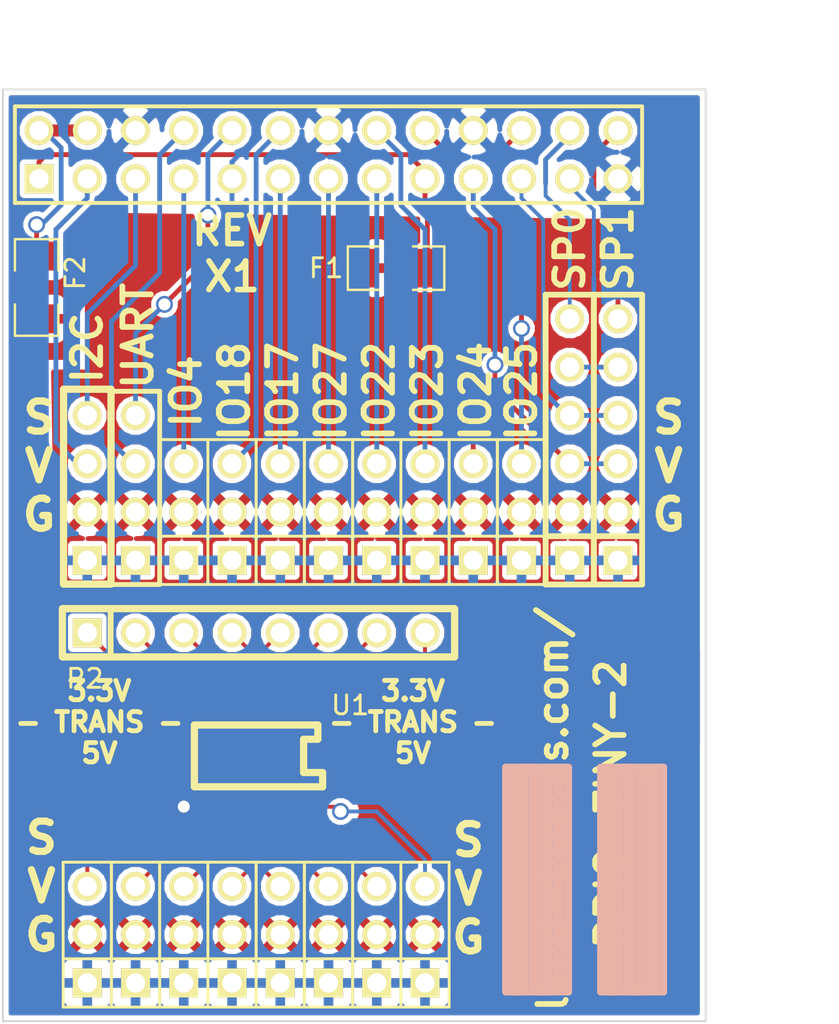
<source format=kicad_pcb>
(kicad_pcb (version 3) (host pcbnew "(2013-04-19 BZR 4011)-stable")

  (general
    (links 88)
    (no_connects 0)
    (area 22.809999 21.050001 70.86 74.450001)
    (thickness 1.6)
    (drawings 27)
    (tracks 168)
    (zones 0)
    (modules 27)
    (nets 39)
  )

  (page A)
  (layers
    (15 F.Cu signal)
    (0 B.Cu signal)
    (20 B.SilkS user)
    (21 F.SilkS user)
    (22 B.Mask user)
    (23 F.Mask user)
    (26 Eco1.User user)
    (28 Edge.Cuts user)
  )

  (setup
    (last_trace_width 0.254)
    (user_trace_width 0.2032)
    (user_trace_width 0.254)
    (user_trace_width 0.635)
    (trace_clearance 0.254)
    (zone_clearance 0.508)
    (zone_45_only no)
    (trace_min 0.008)
    (segment_width 0.2)
    (edge_width 0.1)
    (via_size 0.889)
    (via_drill 0.635)
    (via_min_size 0.035)
    (via_min_drill 0.508)
    (uvia_size 0.508)
    (uvia_drill 0.127)
    (uvias_allowed no)
    (uvia_min_size 0.02)
    (uvia_min_drill 0.127)
    (pcb_text_width 0.3)
    (pcb_text_size 1.5 1.5)
    (mod_edge_width 0.15)
    (mod_text_size 1 1)
    (mod_text_width 0.15)
    (pad_size 1.5 1.5)
    (pad_drill 0.6)
    (pad_to_mask_clearance 0)
    (aux_axis_origin 0 0)
    (visible_elements 7FFFFFBF)
    (pcbplotparams
      (layerselection 284196865)
      (usegerberextensions true)
      (excludeedgelayer true)
      (linewidth 0)
      (plotframeref false)
      (viasonmask false)
      (mode 1)
      (useauxorigin false)
      (hpglpennumber 1)
      (hpglpenspeed 20)
      (hpglpendiameter 15)
      (hpglpenoverlay 2)
      (psnegative false)
      (psa4output false)
      (plotreference true)
      (plotvalue true)
      (plotothertext true)
      (plotinvisibletext false)
      (padsonsilk false)
      (subtractmaskfromsilk false)
      (outputformat 1)
      (mirror false)
      (drillshape 0)
      (scaleselection 1)
      (outputdirectory plots/))
  )

  (net 0 "")
  (net 1 /+3.3V)
  (net 2 /5V)
  (net 3 /IO_17)
  (net 4 /IO_18)
  (net 5 /IO_22)
  (net 6 /IO_23)
  (net 7 /IO_24)
  (net 8 /IO_25)
  (net 9 /IO_27)
  (net 10 /IO_4)
  (net 11 /RXD0)
  (net 12 /SCLK1)
  (net 13 /SDA1)
  (net 14 /SPICE0)
  (net 15 /SPICE1)
  (net 16 /SPIMISO)
  (net 17 /SPIMOSI)
  (net 18 /SPISCK)
  (net 19 /TXD0)
  (net 20 GND)
  (net 21 N-000001)
  (net 22 N-0000010)
  (net 23 N-0000011)
  (net 24 N-0000012)
  (net 25 N-0000013)
  (net 26 N-0000014)
  (net 27 N-0000015)
  (net 28 N-0000016)
  (net 29 N-0000018)
  (net 30 N-000002)
  (net 31 N-0000028)
  (net 32 N-000003)
  (net 33 N-000004)
  (net 34 N-000005)
  (net 35 N-000006)
  (net 36 N-000007)
  (net 37 N-000008)
  (net 38 N-000009)

  (net_class Default "This is the default net class."
    (clearance 0.254)
    (trace_width 0.254)
    (via_dia 0.889)
    (via_drill 0.635)
    (uvia_dia 0.508)
    (uvia_drill 0.127)
    (add_net "")
    (add_net /5V)
    (add_net /IO_17)
    (add_net /IO_18)
    (add_net /IO_22)
    (add_net /IO_23)
    (add_net /IO_24)
    (add_net /IO_25)
    (add_net /IO_27)
    (add_net /IO_4)
    (add_net /RXD0)
    (add_net /SCLK1)
    (add_net /SDA1)
    (add_net /SPICE0)
    (add_net /SPICE1)
    (add_net /SPIMISO)
    (add_net /SPIMOSI)
    (add_net /SPISCK)
    (add_net /TXD0)
    (add_net GND)
    (add_net N-000001)
    (add_net N-0000010)
    (add_net N-0000011)
    (add_net N-0000012)
    (add_net N-0000013)
    (add_net N-0000014)
    (add_net N-0000015)
    (add_net N-0000016)
    (add_net N-0000018)
    (add_net N-000002)
    (add_net N-0000028)
    (add_net N-000003)
    (add_net N-000004)
    (add_net N-000005)
    (add_net N-000006)
    (add_net N-000007)
    (add_net N-000008)
    (add_net N-000009)
  )

  (net_class POWER025 ""
    (clearance 0.381)
    (trace_width 0.635)
    (via_dia 0.889)
    (via_drill 0.635)
    (uvia_dia 0.508)
    (uvia_drill 0.127)
    (add_net /+3.3V)
  )

  (module pin_array_13x2 (layer F.Cu) (tedit 54468C8D) (tstamp 54468D9F)
    (at 40.005 28.829)
    (descr "2 x 13 pins connector")
    (tags CONN)
    (path /53B16746)
    (fp_text reference P1 (at -15.312 3.512) (layer F.SilkS) hide
      (effects (font (size 1 1) (thickness 0.15)))
    )
    (fp_text value RASPIO (at 7.62 -3.81) (layer F.SilkS) hide
      (effects (font (size 1.016 1.016) (thickness 0.2032)))
    )
    (fp_line (start -16.51 2.54) (end 16.51 2.54) (layer F.SilkS) (width 0.2032))
    (fp_line (start 16.51 -2.54) (end -16.51 -2.54) (layer F.SilkS) (width 0.2032))
    (fp_line (start -16.51 -2.54) (end -16.51 2.54) (layer F.SilkS) (width 0.2032))
    (fp_line (start 16.51 2.54) (end 16.51 -2.54) (layer F.SilkS) (width 0.2032))
    (pad 1 thru_hole rect (at -15.24 1.27) (size 1.524 1.524) (drill 1.016)
      (layers *.Cu *.Mask F.SilkS)
      (net 31 N-0000028)
    )
    (pad 2 thru_hole circle (at -15.24 -1.27) (size 1.524 1.524) (drill 1.016)
      (layers *.Cu *.Mask F.SilkS)
      (net 29 N-0000018)
    )
    (pad 3 thru_hole circle (at -12.7 1.27) (size 1.524 1.524) (drill 1.016)
      (layers *.Cu *.Mask F.SilkS)
      (net 13 /SDA1)
    )
    (pad 4 thru_hole circle (at -12.7 -1.27) (size 1.524 1.524) (drill 1.016)
      (layers *.Cu *.Mask F.SilkS)
      (net 29 N-0000018)
    )
    (pad 5 thru_hole circle (at -10.16 1.27) (size 1.524 1.524) (drill 1.016)
      (layers *.Cu *.Mask F.SilkS)
      (net 12 /SCLK1)
    )
    (pad 6 thru_hole circle (at -10.16 -1.27) (size 1.524 1.524) (drill 1.016)
      (layers *.Cu *.Mask F.SilkS)
      (net 20 GND)
    )
    (pad 7 thru_hole circle (at -7.62 1.27) (size 1.524 1.524) (drill 1.016)
      (layers *.Cu *.Mask F.SilkS)
      (net 10 /IO_4)
    )
    (pad 8 thru_hole circle (at -7.62 -1.27) (size 1.524 1.524) (drill 1.016)
      (layers *.Cu *.Mask F.SilkS)
      (net 19 /TXD0)
    )
    (pad 9 thru_hole circle (at -5.08 1.27) (size 1.524 1.524) (drill 1.016)
      (layers *.Cu *.Mask F.SilkS)
      (net 20 GND)
    )
    (pad 10 thru_hole circle (at -5.08 -1.27) (size 1.524 1.524) (drill 1.016)
      (layers *.Cu *.Mask F.SilkS)
      (net 11 /RXD0)
    )
    (pad 11 thru_hole circle (at -2.54 1.27) (size 1.524 1.524) (drill 1.016)
      (layers *.Cu *.Mask F.SilkS)
      (net 3 /IO_17)
    )
    (pad 12 thru_hole circle (at -2.54 -1.27) (size 1.524 1.524) (drill 1.016)
      (layers *.Cu *.Mask F.SilkS)
      (net 4 /IO_18)
    )
    (pad 13 thru_hole circle (at 0 1.27) (size 1.524 1.524) (drill 1.016)
      (layers *.Cu *.Mask F.SilkS)
      (net 9 /IO_27)
    )
    (pad 14 thru_hole circle (at 0 -1.27) (size 1.524 1.524) (drill 1.016)
      (layers *.Cu *.Mask F.SilkS)
      (net 20 GND)
    )
    (pad 15 thru_hole circle (at 2.54 1.27) (size 1.524 1.524) (drill 1.016)
      (layers *.Cu *.Mask F.SilkS)
      (net 5 /IO_22)
    )
    (pad 16 thru_hole circle (at 2.54 -1.27) (size 1.524 1.524) (drill 1.016)
      (layers *.Cu *.Mask F.SilkS)
      (net 6 /IO_23)
    )
    (pad 17 thru_hole circle (at 5.08 1.27) (size 1.524 1.524) (drill 1.016)
      (layers *.Cu *.Mask F.SilkS)
      (net 31 N-0000028)
    )
    (pad 18 thru_hole circle (at 5.08 -1.27) (size 1.524 1.524) (drill 1.016)
      (layers *.Cu *.Mask F.SilkS)
      (net 7 /IO_24)
    )
    (pad 19 thru_hole circle (at 7.62 1.27) (size 1.524 1.524) (drill 1.016)
      (layers *.Cu *.Mask F.SilkS)
      (net 17 /SPIMOSI)
    )
    (pad 20 thru_hole circle (at 7.62 -1.27) (size 1.524 1.524) (drill 1.016)
      (layers *.Cu *.Mask F.SilkS)
      (net 20 GND)
    )
    (pad 21 thru_hole circle (at 10.16 1.27) (size 1.524 1.524) (drill 1.016)
      (layers *.Cu *.Mask F.SilkS)
      (net 16 /SPIMISO)
    )
    (pad 22 thru_hole circle (at 10.16 -1.27) (size 1.524 1.524) (drill 1.016)
      (layers *.Cu *.Mask F.SilkS)
      (net 8 /IO_25)
    )
    (pad 23 thru_hole circle (at 12.7 1.27) (size 1.524 1.524) (drill 1.016)
      (layers *.Cu *.Mask F.SilkS)
      (net 18 /SPISCK)
    )
    (pad 24 thru_hole circle (at 12.7 -1.27) (size 1.524 1.524) (drill 1.016)
      (layers *.Cu *.Mask F.SilkS)
      (net 14 /SPICE0)
    )
    (pad 25 thru_hole circle (at 15.24 1.27) (size 1.524 1.524) (drill 1.016)
      (layers *.Cu *.Mask F.SilkS)
      (net 20 GND)
    )
    (pad 26 thru_hole circle (at 15.24 -1.27) (size 1.524 1.524) (drill 1.016)
      (layers *.Cu *.Mask F.SilkS)
      (net 15 /SPICE1)
    )
    (model pin_array/pins_array_13x2.wrl
      (at (xyz 0 0 0))
      (scale (xyz 1 1 1))
      (rotate (xyz 0 0 0))
    )
  )

  (module PIN_ARRAY_3X1 (layer F.Cu) (tedit 54468C99) (tstamp 53B15EB3)
    (at 32.385 47.625 90)
    (descr "Connecteur 3 pins")
    (tags "CONN DEV")
    (path /53B17589)
    (fp_text reference J3 (at -6.35 0 90) (layer F.SilkS) hide
      (effects (font (size 1 1) (thickness 0.15)))
    )
    (fp_text value CONN_3 (at 0 -2.159 90) (layer F.SilkS) hide
      (effects (font (size 1.016 1.016) (thickness 0.1524)))
    )
    (fp_line (start -3.81 1.27) (end -3.81 -1.27) (layer F.SilkS) (width 0.1524))
    (fp_line (start -3.81 -1.27) (end 3.81 -1.27) (layer F.SilkS) (width 0.1524))
    (fp_line (start 3.81 -1.27) (end 3.81 1.27) (layer F.SilkS) (width 0.1524))
    (fp_line (start 3.81 1.27) (end -3.81 1.27) (layer F.SilkS) (width 0.1524))
    (fp_line (start -1.27 -1.27) (end -1.27 1.27) (layer F.SilkS) (width 0.1524))
    (pad 1 thru_hole rect (at -2.54 0 90) (size 1.524 1.524) (drill 1.016)
      (layers *.Cu *.Mask F.SilkS)
      (net 20 GND)
    )
    (pad 2 thru_hole circle (at 0 0 90) (size 1.524 1.524) (drill 1.016)
      (layers *.Cu *.Mask F.SilkS)
      (net 1 /+3.3V)
    )
    (pad 3 thru_hole circle (at 2.54 0 90) (size 1.524 1.524) (drill 1.016)
      (layers *.Cu *.Mask F.SilkS)
      (net 10 /IO_4)
    )
    (model pin_array/pins_array_3x1.wrl
      (at (xyz 0 0 0))
      (scale (xyz 1 1 1))
      (rotate (xyz 0 0 0))
    )
  )

  (module PIN_ARRAY_3X1 (layer F.Cu) (tedit 54468C9F) (tstamp 53B15EBF)
    (at 40.005 47.625 90)
    (descr "Connecteur 3 pins")
    (tags "CONN DEV")
    (path /53B18601)
    (fp_text reference J5 (at -6.35 0 90) (layer F.SilkS) hide
      (effects (font (size 1 1) (thickness 0.15)))
    )
    (fp_text value CONN_3 (at 0 -2.159 90) (layer F.SilkS) hide
      (effects (font (size 1.016 1.016) (thickness 0.1524)))
    )
    (fp_line (start -3.81 1.27) (end -3.81 -1.27) (layer F.SilkS) (width 0.1524))
    (fp_line (start -3.81 -1.27) (end 3.81 -1.27) (layer F.SilkS) (width 0.1524))
    (fp_line (start 3.81 -1.27) (end 3.81 1.27) (layer F.SilkS) (width 0.1524))
    (fp_line (start 3.81 1.27) (end -3.81 1.27) (layer F.SilkS) (width 0.1524))
    (fp_line (start -1.27 -1.27) (end -1.27 1.27) (layer F.SilkS) (width 0.1524))
    (pad 1 thru_hole rect (at -2.54 0 90) (size 1.524 1.524) (drill 1.016)
      (layers *.Cu *.Mask F.SilkS)
      (net 20 GND)
    )
    (pad 2 thru_hole circle (at 0 0 90) (size 1.524 1.524) (drill 1.016)
      (layers *.Cu *.Mask F.SilkS)
      (net 1 /+3.3V)
    )
    (pad 3 thru_hole circle (at 2.54 0 90) (size 1.524 1.524) (drill 1.016)
      (layers *.Cu *.Mask F.SilkS)
      (net 9 /IO_27)
    )
    (model pin_array/pins_array_3x1.wrl
      (at (xyz 0 0 0))
      (scale (xyz 1 1 1))
      (rotate (xyz 0 0 0))
    )
  )

  (module PIN_ARRAY_3X1 (layer F.Cu) (tedit 54468CA2) (tstamp 53B15EE3)
    (at 42.545 47.625 90)
    (descr "Connecteur 3 pins")
    (tags "CONN DEV")
    (path /53B18607)
    (fp_text reference J6 (at -6.35 0 90) (layer F.SilkS) hide
      (effects (font (size 1 1) (thickness 0.15)))
    )
    (fp_text value CONN_3 (at 0 -2.159 90) (layer F.SilkS) hide
      (effects (font (size 1.016 1.016) (thickness 0.1524)))
    )
    (fp_line (start -3.81 1.27) (end -3.81 -1.27) (layer F.SilkS) (width 0.1524))
    (fp_line (start -3.81 -1.27) (end 3.81 -1.27) (layer F.SilkS) (width 0.1524))
    (fp_line (start 3.81 -1.27) (end 3.81 1.27) (layer F.SilkS) (width 0.1524))
    (fp_line (start 3.81 1.27) (end -3.81 1.27) (layer F.SilkS) (width 0.1524))
    (fp_line (start -1.27 -1.27) (end -1.27 1.27) (layer F.SilkS) (width 0.1524))
    (pad 1 thru_hole rect (at -2.54 0 90) (size 1.524 1.524) (drill 1.016)
      (layers *.Cu *.Mask F.SilkS)
      (net 20 GND)
    )
    (pad 2 thru_hole circle (at 0 0 90) (size 1.524 1.524) (drill 1.016)
      (layers *.Cu *.Mask F.SilkS)
      (net 1 /+3.3V)
    )
    (pad 3 thru_hole circle (at 2.54 0 90) (size 1.524 1.524) (drill 1.016)
      (layers *.Cu *.Mask F.SilkS)
      (net 5 /IO_22)
    )
    (model pin_array/pins_array_3x1.wrl
      (at (xyz 0 0 0))
      (scale (xyz 1 1 1))
      (rotate (xyz 0 0 0))
    )
  )

  (module SM1206 (layer F.Cu) (tedit 5462539E) (tstamp 53B18B4E)
    (at 43.561 34.798)
    (path /54468802)
    (attr smd)
    (fp_text reference F1 (at -3.683 0) (layer F.SilkS)
      (effects (font (size 1 1) (thickness 0.15)))
    )
    (fp_text value FUSE (at 0 0) (layer F.SilkS) hide
      (effects (font (size 0.762 0.762) (thickness 0.127)))
    )
    (fp_line (start -2.54 -1.143) (end -2.54 1.143) (layer F.SilkS) (width 0.127))
    (fp_line (start -2.54 1.143) (end -0.889 1.143) (layer F.SilkS) (width 0.127))
    (fp_line (start 0.889 -1.143) (end 2.54 -1.143) (layer F.SilkS) (width 0.127))
    (fp_line (start 2.54 -1.143) (end 2.54 1.143) (layer F.SilkS) (width 0.127))
    (fp_line (start 2.54 1.143) (end 0.889 1.143) (layer F.SilkS) (width 0.127))
    (fp_line (start -0.889 -1.143) (end -2.54 -1.143) (layer F.SilkS) (width 0.127))
    (pad 1 smd rect (at -1.651 0) (size 1.524 2.032)
      (layers F.Cu F.Mask)
      (net 1 /+3.3V)
    )
    (pad 2 smd rect (at 1.651 0) (size 1.524 2.032)
      (layers F.Cu F.Mask)
      (net 31 N-0000028)
    )
    (model smd/chip_cms.wrl
      (at (xyz 0 0 0))
      (scale (xyz 0.17 0.16 0.16))
      (rotate (xyz 0 0 0))
    )
  )

  (module PIN_ARRAY_3X1 (layer F.Cu) (tedit 54468C9C) (tstamp 53B15EA7)
    (at 37.465 47.625 90)
    (descr "Connecteur 3 pins")
    (tags "CONN DEV")
    (path /53B17388)
    (fp_text reference J4 (at -6.35 0 90) (layer F.SilkS) hide
      (effects (font (size 1 1) (thickness 0.15)))
    )
    (fp_text value CONN_3 (at 0 -2.159 90) (layer F.SilkS) hide
      (effects (font (size 1.016 1.016) (thickness 0.1524)))
    )
    (fp_line (start -3.81 1.27) (end -3.81 -1.27) (layer F.SilkS) (width 0.1524))
    (fp_line (start -3.81 -1.27) (end 3.81 -1.27) (layer F.SilkS) (width 0.1524))
    (fp_line (start 3.81 -1.27) (end 3.81 1.27) (layer F.SilkS) (width 0.1524))
    (fp_line (start 3.81 1.27) (end -3.81 1.27) (layer F.SilkS) (width 0.1524))
    (fp_line (start -1.27 -1.27) (end -1.27 1.27) (layer F.SilkS) (width 0.1524))
    (pad 1 thru_hole rect (at -2.54 0 90) (size 1.524 1.524) (drill 1.016)
      (layers *.Cu *.Mask F.SilkS)
      (net 20 GND)
    )
    (pad 2 thru_hole circle (at 0 0 90) (size 1.524 1.524) (drill 1.016)
      (layers *.Cu *.Mask F.SilkS)
      (net 1 /+3.3V)
    )
    (pad 3 thru_hole circle (at 2.54 0 90) (size 1.524 1.524) (drill 1.016)
      (layers *.Cu *.Mask F.SilkS)
      (net 3 /IO_17)
    )
    (model pin_array/pins_array_3x1.wrl
      (at (xyz 0 0 0))
      (scale (xyz 1 1 1))
      (rotate (xyz 0 0 0))
    )
  )

  (module PIN_ARRAY_3X1 (layer F.Cu) (tedit 54468CCB) (tstamp 53B1B0B8)
    (at 45.085 47.625 90)
    (descr "Connecteur 3 pins")
    (tags "CONN DEV")
    (path /544687D6)
    (fp_text reference J13 (at -6.35 0 90) (layer F.SilkS) hide
      (effects (font (size 1 1) (thickness 0.15)))
    )
    (fp_text value CONN_3 (at 0 -2.159 90) (layer F.SilkS) hide
      (effects (font (size 1.016 1.016) (thickness 0.1524)))
    )
    (fp_line (start -3.81 1.27) (end -3.81 -1.27) (layer F.SilkS) (width 0.1524))
    (fp_line (start -3.81 -1.27) (end 3.81 -1.27) (layer F.SilkS) (width 0.1524))
    (fp_line (start 3.81 -1.27) (end 3.81 1.27) (layer F.SilkS) (width 0.1524))
    (fp_line (start 3.81 1.27) (end -3.81 1.27) (layer F.SilkS) (width 0.1524))
    (fp_line (start -1.27 -1.27) (end -1.27 1.27) (layer F.SilkS) (width 0.1524))
    (pad 1 thru_hole rect (at -2.54 0 90) (size 1.524 1.524) (drill 1.016)
      (layers *.Cu *.Mask F.SilkS)
      (net 20 GND)
    )
    (pad 2 thru_hole circle (at 0 0 90) (size 1.524 1.524) (drill 1.016)
      (layers *.Cu *.Mask F.SilkS)
      (net 1 /+3.3V)
    )
    (pad 3 thru_hole circle (at 2.54 0 90) (size 1.524 1.524) (drill 1.016)
      (layers *.Cu *.Mask F.SilkS)
      (net 6 /IO_23)
    )
    (model pin_array/pins_array_3x1.wrl
      (at (xyz 0 0 0))
      (scale (xyz 1 1 1))
      (rotate (xyz 0 0 0))
    )
  )

  (module PIN_ARRAY_3X1 (layer F.Cu) (tedit 54468CC4) (tstamp 54468932)
    (at 47.625 47.625 90)
    (descr "Connecteur 3 pins")
    (tags "CONN DEV")
    (path /544687EE)
    (fp_text reference J14 (at -6.35 0 90) (layer F.SilkS) hide
      (effects (font (size 1 1) (thickness 0.15)))
    )
    (fp_text value CONN_3 (at 0 -2.159 90) (layer F.SilkS) hide
      (effects (font (size 1.016 1.016) (thickness 0.1524)))
    )
    (fp_line (start -3.81 1.27) (end -3.81 -1.27) (layer F.SilkS) (width 0.1524))
    (fp_line (start -3.81 -1.27) (end 3.81 -1.27) (layer F.SilkS) (width 0.1524))
    (fp_line (start 3.81 -1.27) (end 3.81 1.27) (layer F.SilkS) (width 0.1524))
    (fp_line (start 3.81 1.27) (end -3.81 1.27) (layer F.SilkS) (width 0.1524))
    (fp_line (start -1.27 -1.27) (end -1.27 1.27) (layer F.SilkS) (width 0.1524))
    (pad 1 thru_hole rect (at -2.54 0 90) (size 1.524 1.524) (drill 1.016)
      (layers *.Cu *.Mask F.SilkS)
      (net 20 GND)
    )
    (pad 2 thru_hole circle (at 0 0 90) (size 1.524 1.524) (drill 1.016)
      (layers *.Cu *.Mask F.SilkS)
      (net 1 /+3.3V)
    )
    (pad 3 thru_hole circle (at 2.54 0 90) (size 1.524 1.524) (drill 1.016)
      (layers *.Cu *.Mask F.SilkS)
      (net 7 /IO_24)
    )
    (model pin_array/pins_array_3x1.wrl
      (at (xyz 0 0 0))
      (scale (xyz 1 1 1))
      (rotate (xyz 0 0 0))
    )
  )

  (module PIN_ARRAY_3X1 (layer F.Cu) (tedit 54468CC0) (tstamp 5446893E)
    (at 50.165 47.625 90)
    (descr "Connecteur 3 pins")
    (tags "CONN DEV")
    (path /544687F4)
    (fp_text reference J15 (at -6.35 0 90) (layer F.SilkS) hide
      (effects (font (size 1 1) (thickness 0.15)))
    )
    (fp_text value CONN_3 (at 0 -2.159 90) (layer F.SilkS) hide
      (effects (font (size 1.016 1.016) (thickness 0.1524)))
    )
    (fp_line (start -3.81 1.27) (end -3.81 -1.27) (layer F.SilkS) (width 0.1524))
    (fp_line (start -3.81 -1.27) (end 3.81 -1.27) (layer F.SilkS) (width 0.1524))
    (fp_line (start 3.81 -1.27) (end 3.81 1.27) (layer F.SilkS) (width 0.1524))
    (fp_line (start 3.81 1.27) (end -3.81 1.27) (layer F.SilkS) (width 0.1524))
    (fp_line (start -1.27 -1.27) (end -1.27 1.27) (layer F.SilkS) (width 0.1524))
    (pad 1 thru_hole rect (at -2.54 0 90) (size 1.524 1.524) (drill 1.016)
      (layers *.Cu *.Mask F.SilkS)
      (net 20 GND)
    )
    (pad 2 thru_hole circle (at 0 0 90) (size 1.524 1.524) (drill 1.016)
      (layers *.Cu *.Mask F.SilkS)
      (net 1 /+3.3V)
    )
    (pad 3 thru_hole circle (at 2.54 0 90) (size 1.524 1.524) (drill 1.016)
      (layers *.Cu *.Mask F.SilkS)
      (net 8 /IO_25)
    )
    (model pin_array/pins_array_3x1.wrl
      (at (xyz 0 0 0))
      (scale (xyz 1 1 1))
      (rotate (xyz 0 0 0))
    )
  )

  (module PIN_ARRAY_3X1 (layer F.Cu) (tedit 54468CC7) (tstamp 53B1B0C6)
    (at 34.925 47.625 90)
    (descr "Connecteur 3 pins")
    (tags "CONN DEV")
    (path /544687E8)
    (fp_text reference J12 (at -6.19 0 90) (layer F.SilkS) hide
      (effects (font (size 1 1) (thickness 0.15)))
    )
    (fp_text value CONN_3 (at 0 -2.159 90) (layer F.SilkS) hide
      (effects (font (size 1.016 1.016) (thickness 0.1524)))
    )
    (fp_line (start -3.81 1.27) (end -3.81 -1.27) (layer F.SilkS) (width 0.1524))
    (fp_line (start -3.81 -1.27) (end 3.81 -1.27) (layer F.SilkS) (width 0.1524))
    (fp_line (start 3.81 -1.27) (end 3.81 1.27) (layer F.SilkS) (width 0.1524))
    (fp_line (start 3.81 1.27) (end -3.81 1.27) (layer F.SilkS) (width 0.1524))
    (fp_line (start -1.27 -1.27) (end -1.27 1.27) (layer F.SilkS) (width 0.1524))
    (pad 1 thru_hole rect (at -2.54 0 90) (size 1.524 1.524) (drill 1.016)
      (layers *.Cu *.Mask F.SilkS)
      (net 20 GND)
    )
    (pad 2 thru_hole circle (at 0 0 90) (size 1.524 1.524) (drill 1.016)
      (layers *.Cu *.Mask F.SilkS)
      (net 1 /+3.3V)
    )
    (pad 3 thru_hole circle (at 2.54 0 90) (size 1.524 1.524) (drill 1.016)
      (layers *.Cu *.Mask F.SilkS)
      (net 4 /IO_18)
    )
    (model pin_array/pins_array_3x1.wrl
      (at (xyz 0 0 0))
      (scale (xyz 1 1 1))
      (rotate (xyz 0 0 0))
    )
  )

  (module REV_BLOCK (layer B.Cu) (tedit 50F8397A) (tstamp 5462520C)
    (at 50.86 67.4 90)
    (path /53B1CE77)
    (fp_text reference COUP2 (at 0.508 -3.429 90) (layer B.SilkS) hide
      (effects (font (size 1 1) (thickness 0.15)) (justify mirror))
    )
    (fp_text value COUPON (at 1.143 -5.715 90) (layer B.SilkS) hide
      (effects (font (size 1.524 1.524) (thickness 0.3048)) (justify mirror))
    )
    (fp_line (start -5.334 1.27) (end 6.096 1.27) (layer B.SilkS) (width 0.635))
    (fp_line (start 6.096 1.27) (end 6.096 0.635) (layer B.SilkS) (width 0.635))
    (fp_line (start 6.096 0.635) (end -5.334 0.635) (layer B.SilkS) (width 0.635))
    (fp_line (start -5.334 0.635) (end -5.334 0) (layer B.SilkS) (width 0.635))
    (fp_line (start -5.334 0) (end 6.223 0) (layer B.SilkS) (width 0.635))
    (fp_line (start 6.223 0) (end 6.223 -0.635) (layer B.SilkS) (width 0.635))
    (fp_line (start 6.223 -0.635) (end -5.334 -0.635) (layer B.SilkS) (width 0.635))
    (fp_line (start -5.334 -0.635) (end -5.334 -1.143) (layer B.SilkS) (width 0.635))
    (fp_line (start -5.334 -1.143) (end 6.096 -1.143) (layer B.SilkS) (width 0.635))
    (fp_line (start 6.35 1.778) (end -5.461 1.778) (layer B.SilkS) (width 0.381))
    (fp_line (start -5.461 1.778) (end -5.461 -1.524) (layer B.SilkS) (width 0.381))
    (fp_line (start -5.461 -1.524) (end 6.35 -1.524) (layer B.SilkS) (width 0.381))
    (fp_line (start 6.35 -1.524) (end 6.35 1.778) (layer B.SilkS) (width 0.381))
  )

  (module REV_BLOCK (layer B.Cu) (tedit 50F8397A) (tstamp 5462521D)
    (at 55.86 67.4 90)
    (path /53B1CE86)
    (fp_text reference COUP1 (at 0.508 -3.429 90) (layer B.SilkS) hide
      (effects (font (size 1 1) (thickness 0.15)) (justify mirror))
    )
    (fp_text value COUPON (at 1.143 -5.715 90) (layer B.SilkS) hide
      (effects (font (size 1.524 1.524) (thickness 0.3048)) (justify mirror))
    )
    (fp_line (start -5.334 1.27) (end 6.096 1.27) (layer B.SilkS) (width 0.635))
    (fp_line (start 6.096 1.27) (end 6.096 0.635) (layer B.SilkS) (width 0.635))
    (fp_line (start 6.096 0.635) (end -5.334 0.635) (layer B.SilkS) (width 0.635))
    (fp_line (start -5.334 0.635) (end -5.334 0) (layer B.SilkS) (width 0.635))
    (fp_line (start -5.334 0) (end 6.223 0) (layer B.SilkS) (width 0.635))
    (fp_line (start 6.223 0) (end 6.223 -0.635) (layer B.SilkS) (width 0.635))
    (fp_line (start 6.223 -0.635) (end -5.334 -0.635) (layer B.SilkS) (width 0.635))
    (fp_line (start -5.334 -0.635) (end -5.334 -1.143) (layer B.SilkS) (width 0.635))
    (fp_line (start -5.334 -1.143) (end 6.096 -1.143) (layer B.SilkS) (width 0.635))
    (fp_line (start 6.35 1.778) (end -5.461 1.778) (layer B.SilkS) (width 0.381))
    (fp_line (start -5.461 1.778) (end -5.461 -1.524) (layer B.SilkS) (width 0.381))
    (fp_line (start -5.461 -1.524) (end 6.35 -1.524) (layer B.SilkS) (width 0.381))
    (fp_line (start 6.35 -1.524) (end 6.35 1.778) (layer B.SilkS) (width 0.381))
  )

  (module PIN_ARRAY-6X1 (layer F.Cu) (tedit 5462526F) (tstamp 53B15ECB)
    (at 52.705 43.815 90)
    (descr "Connecteur 6 pins")
    (tags "CONN DEV")
    (path /54625153)
    (fp_text reference J7 (at -8.89 0 90) (layer F.SilkS) hide
      (effects (font (size 1 1) (thickness 0.15)))
    )
    (fp_text value CONN_6 (at 0 2.159 90) (layer F.SilkS) hide
      (effects (font (size 1.016 0.889) (thickness 0.2032)))
    )
    (fp_line (start -7.62 1.27) (end -7.62 -1.27) (layer F.SilkS) (width 0.3048))
    (fp_line (start -7.62 -1.27) (end 7.62 -1.27) (layer F.SilkS) (width 0.3048))
    (fp_line (start 7.62 -1.27) (end 7.62 1.27) (layer F.SilkS) (width 0.3048))
    (fp_line (start 7.62 1.27) (end -7.62 1.27) (layer F.SilkS) (width 0.3048))
    (fp_line (start -5.08 1.27) (end -5.08 -1.27) (layer F.SilkS) (width 0.3048))
    (pad 1 thru_hole rect (at -6.35 0 90) (size 1.524 1.524) (drill 1.016)
      (layers *.Cu *.Mask F.SilkS)
      (net 20 GND)
    )
    (pad 2 thru_hole circle (at -3.81 0 90) (size 1.524 1.524) (drill 1.016)
      (layers *.Cu *.Mask F.SilkS)
      (net 1 /+3.3V)
    )
    (pad 3 thru_hole circle (at -1.27 0 90) (size 1.524 1.524) (drill 1.016)
      (layers *.Cu *.Mask F.SilkS)
      (net 17 /SPIMOSI)
    )
    (pad 4 thru_hole circle (at 1.27 0 90) (size 1.524 1.524) (drill 1.016)
      (layers *.Cu *.Mask F.SilkS)
      (net 16 /SPIMISO)
    )
    (pad 5 thru_hole circle (at 3.81 0 90) (size 1.524 1.524) (drill 1.016)
      (layers *.Cu *.Mask F.SilkS)
      (net 18 /SPISCK)
    )
    (pad 6 thru_hole circle (at 6.35 0 90) (size 1.524 1.524) (drill 1.016)
      (layers *.Cu *.Mask F.SilkS)
      (net 14 /SPICE0)
    )
    (model pin_array/pins_array_6x1.wrl
      (at (xyz 0 0 0))
      (scale (xyz 1 1 1))
      (rotate (xyz 0 0 0))
    )
  )

  (module PIN_ARRAY-6X1 (layer F.Cu) (tedit 54625275) (tstamp 53B15EEF)
    (at 55.245 43.815 90)
    (descr "Connecteur 6 pins")
    (tags "CONN DEV")
    (path /54625146)
    (fp_text reference J8 (at 0 -2.159 90) (layer F.SilkS) hide
      (effects (font (size 1 1) (thickness 0.15)))
    )
    (fp_text value CONN_6 (at 0 2.159 90) (layer F.SilkS) hide
      (effects (font (size 1.016 0.889) (thickness 0.2032)))
    )
    (fp_line (start -7.62 1.27) (end -7.62 -1.27) (layer F.SilkS) (width 0.3048))
    (fp_line (start -7.62 -1.27) (end 7.62 -1.27) (layer F.SilkS) (width 0.3048))
    (fp_line (start 7.62 -1.27) (end 7.62 1.27) (layer F.SilkS) (width 0.3048))
    (fp_line (start 7.62 1.27) (end -7.62 1.27) (layer F.SilkS) (width 0.3048))
    (fp_line (start -5.08 1.27) (end -5.08 -1.27) (layer F.SilkS) (width 0.3048))
    (pad 1 thru_hole rect (at -6.35 0 90) (size 1.524 1.524) (drill 1.016)
      (layers *.Cu *.Mask F.SilkS)
      (net 20 GND)
    )
    (pad 2 thru_hole circle (at -3.81 0 90) (size 1.524 1.524) (drill 1.016)
      (layers *.Cu *.Mask F.SilkS)
      (net 1 /+3.3V)
    )
    (pad 3 thru_hole circle (at -1.27 0 90) (size 1.524 1.524) (drill 1.016)
      (layers *.Cu *.Mask F.SilkS)
      (net 17 /SPIMOSI)
    )
    (pad 4 thru_hole circle (at 1.27 0 90) (size 1.524 1.524) (drill 1.016)
      (layers *.Cu *.Mask F.SilkS)
      (net 16 /SPIMISO)
    )
    (pad 5 thru_hole circle (at 3.81 0 90) (size 1.524 1.524) (drill 1.016)
      (layers *.Cu *.Mask F.SilkS)
      (net 18 /SPISCK)
    )
    (pad 6 thru_hole circle (at 6.35 0 90) (size 1.524 1.524) (drill 1.016)
      (layers *.Cu *.Mask F.SilkS)
      (net 15 /SPICE1)
    )
    (model pin_array/pins_array_6x1.wrl
      (at (xyz 0 0 0))
      (scale (xyz 1 1 1))
      (rotate (xyz 0 0 0))
    )
  )

  (module pin_array_4x1 (layer F.Cu) (tedit 5462525E) (tstamp 53B18B5A)
    (at 27.305 50.165)
    (descr "Double rangee de contacts 2 x 4 pins")
    (tags CONN)
    (path /54624EB5)
    (fp_text reference J1 (at 0 2.54 90) (layer F.SilkS) hide
      (effects (font (size 1 1) (thickness 0.15)))
    )
    (fp_text value CONN_4 (at 2.25044 -3.2512 90) (layer F.SilkS) hide
      (effects (font (size 1.016 1.016) (thickness 0.2032)))
    )
    (fp_line (start -1.24968 1.24968) (end -1.24968 -8.99922) (layer F.SilkS) (width 0.381))
    (fp_line (start -1.24968 -8.99922) (end 1.24968 -8.99922) (layer F.SilkS) (width 0.381))
    (fp_line (start -1.24968 1.24968) (end 1.24968 1.24968) (layer F.SilkS) (width 0.381))
    (fp_line (start 1.24968 1.24968) (end 1.24968 -8.99922) (layer F.SilkS) (width 0.381))
    (pad 1 thru_hole rect (at 0 0) (size 1.524 1.524) (drill 1.016)
      (layers *.Cu *.Mask F.SilkS)
      (net 20 GND)
    )
    (pad 2 thru_hole circle (at 0 -2.54) (size 1.524 1.524) (drill 1.016)
      (layers *.Cu *.Mask F.SilkS)
      (net 1 /+3.3V)
    )
    (pad 3 thru_hole circle (at 0 -5.08) (size 1.524 1.524) (drill 1.016)
      (layers *.Cu *.Mask F.SilkS)
      (net 13 /SDA1)
    )
    (pad 4 thru_hole circle (at 0 -7.62) (size 1.524 1.524) (drill 1.016)
      (layers *.Cu *.Mask F.SilkS)
      (net 12 /SCLK1)
    )
    (model pin_array/pins_array_3x2.wrl
      (at (xyz 0 0 0))
      (scale (xyz 1 1 1))
      (rotate (xyz 0 0 0))
    )
  )

  (module PIN_ARRAY_4x1 (layer F.Cu) (tedit 54625268) (tstamp 53B15EFB)
    (at 29.845 46.355 90)
    (descr "Double rangee de contacts 2 x 5 pins")
    (tags CONN)
    (path /5462501F)
    (fp_text reference J10 (at -6.985 0 90) (layer F.SilkS) hide
      (effects (font (size 1 1) (thickness 0.15)))
    )
    (fp_text value CONN_4 (at 0 2.54 90) (layer F.SilkS) hide
      (effects (font (size 1.016 1.016) (thickness 0.2032)))
    )
    (fp_line (start 5.08 1.27) (end -5.08 1.27) (layer F.SilkS) (width 0.254))
    (fp_line (start 5.08 -1.27) (end -5.08 -1.27) (layer F.SilkS) (width 0.254))
    (fp_line (start -5.08 -1.27) (end -5.08 1.27) (layer F.SilkS) (width 0.254))
    (fp_line (start 5.08 1.27) (end 5.08 -1.27) (layer F.SilkS) (width 0.254))
    (pad 1 thru_hole rect (at -3.81 0 90) (size 1.524 1.524) (drill 1.016)
      (layers *.Cu *.Mask F.SilkS)
      (net 20 GND)
    )
    (pad 2 thru_hole circle (at -1.27 0 90) (size 1.524 1.524) (drill 1.016)
      (layers *.Cu *.Mask F.SilkS)
      (net 1 /+3.3V)
    )
    (pad 3 thru_hole circle (at 1.27 0 90) (size 1.524 1.524) (drill 1.016)
      (layers *.Cu *.Mask F.SilkS)
      (net 19 /TXD0)
    )
    (pad 4 thru_hole circle (at 3.81 0 90) (size 1.524 1.524) (drill 1.016)
      (layers *.Cu *.Mask F.SilkS)
      (net 11 /RXD0)
    )
    (model pin_array\pins_array_4x1.wrl
      (at (xyz 0 0 0))
      (scale (xyz 1 1 1))
      (rotate (xyz 0 0 0))
    )
  )

  (module SOG20 (layer F.Cu) (tedit 54673CFA) (tstamp 5466A7F1)
    (at 36.195 60.325 180)
    (descr "Cms SOJ 20 pins large")
    (tags "CMS SOJ")
    (path /54669C9B)
    (attr smd)
    (fp_text reference U1 (at -4.953 2.54 180) (layer F.SilkS)
      (effects (font (size 1 1) (thickness 0.15)))
    )
    (fp_text value TXS0108 (at 0 1.27 180) (layer F.SilkS) hide
      (effects (font (size 1.524 1.27) (thickness 0.127)))
    )
    (fp_line (start -3.5 -1.75) (end 3.25 -1.75) (layer F.SilkS) (width 0.381))
    (fp_line (start 3.25 -1.75) (end 3.25 1.5) (layer F.SilkS) (width 0.381))
    (fp_line (start 3.25 1.5) (end -3.25 1.5) (layer F.SilkS) (width 0.381))
    (fp_line (start -3.25 1.5) (end -3.25 0.75) (layer F.SilkS) (width 0.381))
    (fp_line (start -3.25 0.75) (end -2.5 0.75) (layer F.SilkS) (width 0.381))
    (fp_line (start -2.5 0.75) (end -2.5 -1) (layer F.SilkS) (width 0.381))
    (fp_line (start -2.5 -1) (end -3.5 -1) (layer F.SilkS) (width 0.381))
    (fp_line (start -3.5 -1) (end -3.5 -1.75) (layer F.SilkS) (width 0.381))
    (pad 11 smd rect (at 2.95 -2.8 180) (size 0.25 1.55)
      (layers F.Cu F.Mask)
      (net 20 GND)
    )
    (pad 12 smd rect (at 2.275 -2.8 180) (size 0.25 1.55)
      (layers F.Cu F.Mask)
      (net 33 N-000004)
    )
    (pad 13 smd rect (at 1.625 -2.8 180) (size 0.25 1.55)
      (layers F.Cu F.Mask)
      (net 32 N-000003)
    )
    (pad 14 smd rect (at 0.975 -2.8 180) (size 0.25 1.55)
      (layers F.Cu F.Mask)
      (net 30 N-000002)
    )
    (pad 15 smd rect (at 0.325 -2.8 180) (size 0.25 1.55)
      (layers F.Cu F.Mask)
      (net 21 N-000001)
    )
    (pad 16 smd rect (at -0.325 -2.8 180) (size 0.25 1.55)
      (layers F.Cu F.Mask)
      (net 37 N-000008)
    )
    (pad 17 smd rect (at -0.975 -2.8 180) (size 0.25 1.55)
      (layers F.Cu F.Mask)
      (net 36 N-000007)
    )
    (pad 18 smd rect (at -1.625 -2.8 180) (size 0.25 1.55)
      (layers F.Cu F.Mask)
      (net 35 N-000006)
    )
    (pad 19 smd rect (at -2.275 -2.8 180) (size 0.25 1.55)
      (layers F.Cu F.Mask)
      (net 2 /5V)
    )
    (pad 20 smd rect (at -2.925 -2.8 180) (size 0.25 1.55)
      (layers F.Cu F.Mask)
      (net 34 N-000005)
    )
    (pad 1 smd rect (at -2.925 2.8 180) (size 0.25 1.55)
      (layers F.Cu F.Mask)
      (net 28 N-0000016)
    )
    (pad 2 smd rect (at -2.275 2.8 180) (size 0.25 1.55)
      (layers F.Cu F.Mask)
      (net 1 /+3.3V)
    )
    (pad 3 smd rect (at -1.625 2.8 180) (size 0.25 1.55)
      (layers F.Cu F.Mask)
      (net 27 N-0000015)
    )
    (pad 4 smd rect (at -0.975 2.8 180) (size 0.25 1.55)
      (layers F.Cu F.Mask)
      (net 26 N-0000014)
    )
    (pad 5 smd rect (at -0.325 2.8 180) (size 0.25 1.55)
      (layers F.Cu F.Mask)
      (net 25 N-0000013)
    )
    (pad 6 smd rect (at 0.325 2.8 180) (size 0.25 1.55)
      (layers F.Cu F.Mask)
      (net 24 N-0000012)
    )
    (pad 7 smd rect (at 0.975 2.8 180) (size 0.25 1.55)
      (layers F.Cu F.Mask)
      (net 38 N-000009)
    )
    (pad 8 smd rect (at 1.625 2.8 180) (size 0.25 1.55)
      (layers F.Cu F.Mask)
      (net 23 N-0000011)
    )
    (pad 9 smd rect (at 2.275 2.8 180) (size 0.25 1.55)
      (layers F.Cu F.Mask)
      (net 22 N-0000010)
    )
    (pad 10 smd rect (at 2.925 2.8 180) (size 0.25 1.55)
      (layers F.Cu F.Mask)
      (net 1 /+3.3V)
    )
    (model smd/cms_so20.wrl
      (at (xyz 0 0 0))
      (scale (xyz 0.5 0.6 0.5))
      (rotate (xyz 0 0 0))
    )
  )

  (module PIN_ARRAY-8X1 (layer F.Cu) (tedit 547753AF) (tstamp 5466A802)
    (at 36.195 53.975)
    (descr "Connector 10 pins")
    (tags "CONN DEV")
    (path /5466A48D)
    (fp_text reference P2 (at -9.017 2.413) (layer F.SilkS)
      (effects (font (size 1 1) (thickness 0.15)))
    )
    (fp_text value CONN_8 (at 0 3.048) (layer F.SilkS) hide
      (effects (font (size 1.016 0.889) (thickness 0.2032)))
    )
    (fp_line (start 10.414 1.27) (end -10.16 1.27) (layer F.SilkS) (width 0.381))
    (fp_line (start -10.16 -1.27) (end 10.414 -1.27) (layer F.SilkS) (width 0.381))
    (fp_line (start -10.2 -1.27) (end -10.2 1.27) (layer F.SilkS) (width 0.381))
    (fp_line (start 10.45 -1.27) (end 10.45 1.27) (layer F.SilkS) (width 0.381))
    (fp_line (start -7.66 1.27) (end -7.66 -1.27) (layer F.SilkS) (width 0.3048))
    (pad 6 thru_hole circle (at 3.81 0) (size 1.524 1.524) (drill 1.016)
      (layers *.Cu *.Mask F.SilkS)
      (net 26 N-0000014)
    )
    (pad 5 thru_hole circle (at 1.27 0) (size 1.524 1.524) (drill 1.016)
      (layers *.Cu *.Mask F.SilkS)
      (net 25 N-0000013)
    )
    (pad 1 thru_hole rect (at -8.89 0) (size 1.524 1.524) (drill 1.016)
      (layers *.Cu *.Mask F.SilkS)
      (net 22 N-0000010)
    )
    (pad 2 thru_hole circle (at -6.35 0) (size 1.524 1.524) (drill 1.016)
      (layers *.Cu *.Mask F.SilkS)
      (net 23 N-0000011)
    )
    (pad 3 thru_hole circle (at -3.81 0) (size 1.524 1.524) (drill 1.016)
      (layers *.Cu *.Mask F.SilkS)
      (net 38 N-000009)
    )
    (pad 4 thru_hole circle (at -1.27 0) (size 1.524 1.524) (drill 1.016)
      (layers *.Cu *.Mask F.SilkS)
      (net 24 N-0000012)
    )
    (pad 7 thru_hole circle (at 6.35 0) (size 1.524 1.524) (drill 1.016)
      (layers *.Cu *.Mask F.SilkS)
      (net 27 N-0000015)
    )
    (pad 8 thru_hole circle (at 8.89 0) (size 1.524 1.524) (drill 1.016)
      (layers *.Cu *.Mask F.SilkS)
      (net 28 N-0000016)
    )
    (model pin_array/pins_array_6x1.wrl
      (at (xyz 0 0 0))
      (scale (xyz 1 1 1))
      (rotate (xyz 0 0 0))
    )
  )

  (module PIN_ARRAY_3X1 (layer F.Cu) (tedit 54673C8E) (tstamp 5467388C)
    (at 45.085 69.85 90)
    (descr "Connecteur 3 pins")
    (tags "CONN DEV")
    (path /54673749)
    (fp_text reference J2 (at 0.254 -2.159 90) (layer F.SilkS) hide
      (effects (font (size 1 1) (thickness 0.15)))
    )
    (fp_text value CONN_3 (at 0 -2.159 90) (layer F.SilkS) hide
      (effects (font (size 1.016 1.016) (thickness 0.1524)))
    )
    (fp_line (start -3.81 1.27) (end -3.81 -1.27) (layer F.SilkS) (width 0.1524))
    (fp_line (start -3.81 -1.27) (end 3.81 -1.27) (layer F.SilkS) (width 0.1524))
    (fp_line (start 3.81 -1.27) (end 3.81 1.27) (layer F.SilkS) (width 0.1524))
    (fp_line (start 3.81 1.27) (end -3.81 1.27) (layer F.SilkS) (width 0.1524))
    (fp_line (start -1.27 -1.27) (end -1.27 1.27) (layer F.SilkS) (width 0.1524))
    (pad 1 thru_hole rect (at -2.54 0 90) (size 1.524 1.524) (drill 1.016)
      (layers *.Cu *.Mask F.SilkS)
      (net 20 GND)
    )
    (pad 2 thru_hole circle (at 0 0 90) (size 1.524 1.524) (drill 1.016)
      (layers *.Cu *.Mask F.SilkS)
      (net 2 /5V)
    )
    (pad 3 thru_hole circle (at 2.54 0 90) (size 1.524 1.524) (drill 1.016)
      (layers *.Cu *.Mask F.SilkS)
      (net 34 N-000005)
    )
    (model pin_array/pins_array_3x1.wrl
      (at (xyz 0 0 0))
      (scale (xyz 1 1 1))
      (rotate (xyz 0 0 0))
    )
  )

  (module PIN_ARRAY_3X1 (layer F.Cu) (tedit 54673C84) (tstamp 54673898)
    (at 42.545 69.85 90)
    (descr "Connecteur 3 pins")
    (tags "CONN DEV")
    (path /54673759)
    (fp_text reference J9 (at 0.254 -2.159 90) (layer F.SilkS) hide
      (effects (font (size 1 1) (thickness 0.15)))
    )
    (fp_text value CONN_3 (at 0 -2.159 90) (layer F.SilkS) hide
      (effects (font (size 1.016 1.016) (thickness 0.1524)))
    )
    (fp_line (start -3.81 1.27) (end -3.81 -1.27) (layer F.SilkS) (width 0.1524))
    (fp_line (start -3.81 -1.27) (end 3.81 -1.27) (layer F.SilkS) (width 0.1524))
    (fp_line (start 3.81 -1.27) (end 3.81 1.27) (layer F.SilkS) (width 0.1524))
    (fp_line (start 3.81 1.27) (end -3.81 1.27) (layer F.SilkS) (width 0.1524))
    (fp_line (start -1.27 -1.27) (end -1.27 1.27) (layer F.SilkS) (width 0.1524))
    (pad 1 thru_hole rect (at -2.54 0 90) (size 1.524 1.524) (drill 1.016)
      (layers *.Cu *.Mask F.SilkS)
      (net 20 GND)
    )
    (pad 2 thru_hole circle (at 0 0 90) (size 1.524 1.524) (drill 1.016)
      (layers *.Cu *.Mask F.SilkS)
      (net 2 /5V)
    )
    (pad 3 thru_hole circle (at 2.54 0 90) (size 1.524 1.524) (drill 1.016)
      (layers *.Cu *.Mask F.SilkS)
      (net 35 N-000006)
    )
    (model pin_array/pins_array_3x1.wrl
      (at (xyz 0 0 0))
      (scale (xyz 1 1 1))
      (rotate (xyz 0 0 0))
    )
  )

  (module PIN_ARRAY_3X1 (layer F.Cu) (tedit 54673C7B) (tstamp 546738A4)
    (at 40.005 69.85 90)
    (descr "Connecteur 3 pins")
    (tags "CONN DEV")
    (path /5467375F)
    (fp_text reference J11 (at 0.254 -2.159 90) (layer F.SilkS) hide
      (effects (font (size 1 1) (thickness 0.15)))
    )
    (fp_text value CONN_3 (at 0 -2.159 90) (layer F.SilkS) hide
      (effects (font (size 1.016 1.016) (thickness 0.1524)))
    )
    (fp_line (start -3.81 1.27) (end -3.81 -1.27) (layer F.SilkS) (width 0.1524))
    (fp_line (start -3.81 -1.27) (end 3.81 -1.27) (layer F.SilkS) (width 0.1524))
    (fp_line (start 3.81 -1.27) (end 3.81 1.27) (layer F.SilkS) (width 0.1524))
    (fp_line (start 3.81 1.27) (end -3.81 1.27) (layer F.SilkS) (width 0.1524))
    (fp_line (start -1.27 -1.27) (end -1.27 1.27) (layer F.SilkS) (width 0.1524))
    (pad 1 thru_hole rect (at -2.54 0 90) (size 1.524 1.524) (drill 1.016)
      (layers *.Cu *.Mask F.SilkS)
      (net 20 GND)
    )
    (pad 2 thru_hole circle (at 0 0 90) (size 1.524 1.524) (drill 1.016)
      (layers *.Cu *.Mask F.SilkS)
      (net 2 /5V)
    )
    (pad 3 thru_hole circle (at 2.54 0 90) (size 1.524 1.524) (drill 1.016)
      (layers *.Cu *.Mask F.SilkS)
      (net 36 N-000007)
    )
    (model pin_array/pins_array_3x1.wrl
      (at (xyz 0 0 0))
      (scale (xyz 1 1 1))
      (rotate (xyz 0 0 0))
    )
  )

  (module PIN_ARRAY_3X1 (layer F.Cu) (tedit 54673C71) (tstamp 546738B0)
    (at 37.465 69.85 90)
    (descr "Connecteur 3 pins")
    (tags "CONN DEV")
    (path /54673765)
    (fp_text reference J16 (at 0.254 -2.159 90) (layer F.SilkS) hide
      (effects (font (size 1 1) (thickness 0.15)))
    )
    (fp_text value CONN_3 (at 0 -2.159 90) (layer F.SilkS) hide
      (effects (font (size 1.016 1.016) (thickness 0.1524)))
    )
    (fp_line (start -3.81 1.27) (end -3.81 -1.27) (layer F.SilkS) (width 0.1524))
    (fp_line (start -3.81 -1.27) (end 3.81 -1.27) (layer F.SilkS) (width 0.1524))
    (fp_line (start 3.81 -1.27) (end 3.81 1.27) (layer F.SilkS) (width 0.1524))
    (fp_line (start 3.81 1.27) (end -3.81 1.27) (layer F.SilkS) (width 0.1524))
    (fp_line (start -1.27 -1.27) (end -1.27 1.27) (layer F.SilkS) (width 0.1524))
    (pad 1 thru_hole rect (at -2.54 0 90) (size 1.524 1.524) (drill 1.016)
      (layers *.Cu *.Mask F.SilkS)
      (net 20 GND)
    )
    (pad 2 thru_hole circle (at 0 0 90) (size 1.524 1.524) (drill 1.016)
      (layers *.Cu *.Mask F.SilkS)
      (net 2 /5V)
    )
    (pad 3 thru_hole circle (at 2.54 0 90) (size 1.524 1.524) (drill 1.016)
      (layers *.Cu *.Mask F.SilkS)
      (net 37 N-000008)
    )
    (model pin_array/pins_array_3x1.wrl
      (at (xyz 0 0 0))
      (scale (xyz 1 1 1))
      (rotate (xyz 0 0 0))
    )
  )

  (module PIN_ARRAY_3X1 (layer F.Cu) (tedit 54673C69) (tstamp 546738BC)
    (at 34.925 69.85 90)
    (descr "Connecteur 3 pins")
    (tags "CONN DEV")
    (path /5467376B)
    (fp_text reference J17 (at 0.254 -2.159 90) (layer F.SilkS) hide
      (effects (font (size 1 1) (thickness 0.15)))
    )
    (fp_text value CONN_3 (at 0 -2.159 90) (layer F.SilkS) hide
      (effects (font (size 1.016 1.016) (thickness 0.1524)))
    )
    (fp_line (start -3.81 1.27) (end -3.81 -1.27) (layer F.SilkS) (width 0.1524))
    (fp_line (start -3.81 -1.27) (end 3.81 -1.27) (layer F.SilkS) (width 0.1524))
    (fp_line (start 3.81 -1.27) (end 3.81 1.27) (layer F.SilkS) (width 0.1524))
    (fp_line (start 3.81 1.27) (end -3.81 1.27) (layer F.SilkS) (width 0.1524))
    (fp_line (start -1.27 -1.27) (end -1.27 1.27) (layer F.SilkS) (width 0.1524))
    (pad 1 thru_hole rect (at -2.54 0 90) (size 1.524 1.524) (drill 1.016)
      (layers *.Cu *.Mask F.SilkS)
      (net 20 GND)
    )
    (pad 2 thru_hole circle (at 0 0 90) (size 1.524 1.524) (drill 1.016)
      (layers *.Cu *.Mask F.SilkS)
      (net 2 /5V)
    )
    (pad 3 thru_hole circle (at 2.54 0 90) (size 1.524 1.524) (drill 1.016)
      (layers *.Cu *.Mask F.SilkS)
      (net 21 N-000001)
    )
    (model pin_array/pins_array_3x1.wrl
      (at (xyz 0 0 0))
      (scale (xyz 1 1 1))
      (rotate (xyz 0 0 0))
    )
  )

  (module PIN_ARRAY_3X1 (layer F.Cu) (tedit 54673C60) (tstamp 546738C8)
    (at 32.385 69.85 90)
    (descr "Connecteur 3 pins")
    (tags "CONN DEV")
    (path /54673771)
    (fp_text reference J18 (at 0.254 -2.159 90) (layer F.SilkS) hide
      (effects (font (size 1 1) (thickness 0.15)))
    )
    (fp_text value CONN_3 (at 0 -2.159 90) (layer F.SilkS) hide
      (effects (font (size 1.016 1.016) (thickness 0.1524)))
    )
    (fp_line (start -3.81 1.27) (end -3.81 -1.27) (layer F.SilkS) (width 0.1524))
    (fp_line (start -3.81 -1.27) (end 3.81 -1.27) (layer F.SilkS) (width 0.1524))
    (fp_line (start 3.81 -1.27) (end 3.81 1.27) (layer F.SilkS) (width 0.1524))
    (fp_line (start 3.81 1.27) (end -3.81 1.27) (layer F.SilkS) (width 0.1524))
    (fp_line (start -1.27 -1.27) (end -1.27 1.27) (layer F.SilkS) (width 0.1524))
    (pad 1 thru_hole rect (at -2.54 0 90) (size 1.524 1.524) (drill 1.016)
      (layers *.Cu *.Mask F.SilkS)
      (net 20 GND)
    )
    (pad 2 thru_hole circle (at 0 0 90) (size 1.524 1.524) (drill 1.016)
      (layers *.Cu *.Mask F.SilkS)
      (net 2 /5V)
    )
    (pad 3 thru_hole circle (at 2.54 0 90) (size 1.524 1.524) (drill 1.016)
      (layers *.Cu *.Mask F.SilkS)
      (net 30 N-000002)
    )
    (model pin_array/pins_array_3x1.wrl
      (at (xyz 0 0 0))
      (scale (xyz 1 1 1))
      (rotate (xyz 0 0 0))
    )
  )

  (module PIN_ARRAY_3X1 (layer F.Cu) (tedit 54673C58) (tstamp 546738D4)
    (at 29.845 69.85 90)
    (descr "Connecteur 3 pins")
    (tags "CONN DEV")
    (path /54673777)
    (fp_text reference J19 (at 0.254 -2.159 90) (layer F.SilkS) hide
      (effects (font (size 1 1) (thickness 0.15)))
    )
    (fp_text value CONN_3 (at 0 -2.159 90) (layer F.SilkS) hide
      (effects (font (size 1.016 1.016) (thickness 0.1524)))
    )
    (fp_line (start -3.81 1.27) (end -3.81 -1.27) (layer F.SilkS) (width 0.1524))
    (fp_line (start -3.81 -1.27) (end 3.81 -1.27) (layer F.SilkS) (width 0.1524))
    (fp_line (start 3.81 -1.27) (end 3.81 1.27) (layer F.SilkS) (width 0.1524))
    (fp_line (start 3.81 1.27) (end -3.81 1.27) (layer F.SilkS) (width 0.1524))
    (fp_line (start -1.27 -1.27) (end -1.27 1.27) (layer F.SilkS) (width 0.1524))
    (pad 1 thru_hole rect (at -2.54 0 90) (size 1.524 1.524) (drill 1.016)
      (layers *.Cu *.Mask F.SilkS)
      (net 20 GND)
    )
    (pad 2 thru_hole circle (at 0 0 90) (size 1.524 1.524) (drill 1.016)
      (layers *.Cu *.Mask F.SilkS)
      (net 2 /5V)
    )
    (pad 3 thru_hole circle (at 2.54 0 90) (size 1.524 1.524) (drill 1.016)
      (layers *.Cu *.Mask F.SilkS)
      (net 32 N-000003)
    )
    (model pin_array/pins_array_3x1.wrl
      (at (xyz 0 0 0))
      (scale (xyz 1 1 1))
      (rotate (xyz 0 0 0))
    )
  )

  (module PIN_ARRAY_3X1 (layer F.Cu) (tedit 54673C51) (tstamp 546738E0)
    (at 27.305 69.85 90)
    (descr "Connecteur 3 pins")
    (tags "CONN DEV")
    (path /5467377D)
    (fp_text reference J20 (at 0.254 -2.159 90) (layer F.SilkS) hide
      (effects (font (size 1 1) (thickness 0.15)))
    )
    (fp_text value CONN_3 (at 0 -2.159 90) (layer F.SilkS) hide
      (effects (font (size 1.016 1.016) (thickness 0.1524)))
    )
    (fp_line (start -3.81 1.27) (end -3.81 -1.27) (layer F.SilkS) (width 0.1524))
    (fp_line (start -3.81 -1.27) (end 3.81 -1.27) (layer F.SilkS) (width 0.1524))
    (fp_line (start 3.81 -1.27) (end 3.81 1.27) (layer F.SilkS) (width 0.1524))
    (fp_line (start 3.81 1.27) (end -3.81 1.27) (layer F.SilkS) (width 0.1524))
    (fp_line (start -1.27 -1.27) (end -1.27 1.27) (layer F.SilkS) (width 0.1524))
    (pad 1 thru_hole rect (at -2.54 0 90) (size 1.524 1.524) (drill 1.016)
      (layers *.Cu *.Mask F.SilkS)
      (net 20 GND)
    )
    (pad 2 thru_hole circle (at 0 0 90) (size 1.524 1.524) (drill 1.016)
      (layers *.Cu *.Mask F.SilkS)
      (net 2 /5V)
    )
    (pad 3 thru_hole circle (at 2.54 0 90) (size 1.524 1.524) (drill 1.016)
      (layers *.Cu *.Mask F.SilkS)
      (net 33 N-000004)
    )
    (model pin_array/pins_array_3x1.wrl
      (at (xyz 0 0 0))
      (scale (xyz 1 1 1))
      (rotate (xyz 0 0 0))
    )
  )

  (module SM1206 (layer F.Cu) (tedit 54775706) (tstamp 547754FF)
    (at 24.638 35.814 270)
    (path /54775593)
    (attr smd)
    (fp_text reference F2 (at -0.762 -2.032 270) (layer F.SilkS)
      (effects (font (size 1 1) (thickness 0.15)))
    )
    (fp_text value FUSE (at 0 0 270) (layer F.SilkS) hide
      (effects (font (size 0.762 0.762) (thickness 0.127)))
    )
    (fp_line (start -2.54 -1.143) (end -2.54 1.143) (layer F.SilkS) (width 0.127))
    (fp_line (start -2.54 1.143) (end -0.889 1.143) (layer F.SilkS) (width 0.127))
    (fp_line (start 0.889 -1.143) (end 2.54 -1.143) (layer F.SilkS) (width 0.127))
    (fp_line (start 2.54 -1.143) (end 2.54 1.143) (layer F.SilkS) (width 0.127))
    (fp_line (start 2.54 1.143) (end 0.889 1.143) (layer F.SilkS) (width 0.127))
    (fp_line (start -0.889 -1.143) (end -2.54 -1.143) (layer F.SilkS) (width 0.127))
    (pad 1 smd rect (at -1.651 0 270) (size 1.524 2.032)
      (layers F.Cu F.Mask)
      (net 29 N-0000018)
    )
    (pad 2 smd rect (at 1.651 0 270) (size 1.524 2.032)
      (layers F.Cu F.Mask)
      (net 2 /5V)
    )
    (model smd/chip_cms.wrl
      (at (xyz 0 0 0))
      (scale (xyz 0.17 0.16 0.16))
      (rotate (xyz 0 0 0))
    )
  )

  (gr_text "S\nV\nG" (at 47.371 67.437) (layer F.SilkS)
    (effects (font (size 1.5875 1.5875) (thickness 0.381)))
  )
  (gr_text "S\nV\nG" (at 24.892 67.31) (layer F.SilkS)
    (effects (font (size 1.5875 1.5875) (thickness 0.381)))
  )
  (gr_text "3.3V\n- TRANS -\n5V" (at 44.45 58.674) (layer F.SilkS)
    (effects (font (size 1.016 1.016) (thickness 0.254)))
  )
  (gr_text "3.3V\n- TRANS -\n5V" (at 27.94 58.674) (layer F.SilkS)
    (effects (font (size 1.016 1.016) (thickness 0.254)))
  )
  (dimension 37 (width 0.3) (layer Eco1.User)
    (gr_text "37.000 mm" (at 41.36 22.550001) (layer Eco1.User)
      (effects (font (size 1.5 1.5) (thickness 0.3)))
    )
    (feature1 (pts (xy 22.86 25.4) (xy 22.86 21.200001)))
    (feature2 (pts (xy 59.86 25.4) (xy 59.86 21.200001)))
    (crossbar (pts (xy 59.86 23.900001) (xy 22.86 23.900001)))
    (arrow1a (pts (xy 22.86 23.900001) (xy 23.986503 23.313581)))
    (arrow1b (pts (xy 22.86 23.900001) (xy 23.986503 24.486421)))
    (arrow2a (pts (xy 59.86 23.900001) (xy 58.733497 23.313581)))
    (arrow2b (pts (xy 59.86 23.900001) (xy 58.733497 24.486421)))
  )
  (dimension 49 (width 0.3) (layer Eco1.User)
    (gr_text "49.000 mm" (at 64.21 49.9 90) (layer Eco1.User)
      (effects (font (size 1.5 1.5) (thickness 0.3)))
    )
    (feature1 (pts (xy 59.86 25.4) (xy 65.56 25.4)))
    (feature2 (pts (xy 59.86 74.4) (xy 65.56 74.4)))
    (crossbar (pts (xy 62.86 74.4) (xy 62.86 25.4)))
    (arrow1a (pts (xy 62.86 25.4) (xy 63.44642 26.526503)))
    (arrow1b (pts (xy 62.86 25.4) (xy 62.27358 26.526503)))
    (arrow2a (pts (xy 62.86 74.4) (xy 63.44642 73.273497)))
    (arrow2b (pts (xy 62.86 74.4) (xy 62.27358 73.273497)))
  )
  (gr_line (start 59.86 25.4) (end 22.86 25.4) (angle 90) (layer Edge.Cuts) (width 0.1))
  (gr_line (start 59.86 74.4) (end 22.86 74.4) (angle 90) (layer Edge.Cuts) (width 0.1))
  (gr_line (start 59.86 25.4) (end 59.86 74.4) (angle 90) (layer Edge.Cuts) (width 0.1))
  (gr_text I2C (at 27.305 38.989 90) (layer F.SilkS)
    (effects (font (size 1.5 1.5) (thickness 0.3)))
  )
  (gr_text UART (at 29.972 38.354 90) (layer F.SilkS)
    (effects (font (size 1.5 1.5) (thickness 0.3)))
  )
  (gr_text IO4 (at 32.512 41.275 90) (layer F.SilkS)
    (effects (font (size 1.5 1.5) (thickness 0.3)))
  )
  (gr_text IO18 (at 35.052 41.275 90) (layer F.SilkS)
    (effects (font (size 1.5 1.5) (thickness 0.3)))
  )
  (gr_text IO17 (at 37.592 41.275 90) (layer F.SilkS)
    (effects (font (size 1.5 1.5) (thickness 0.3)))
  )
  (gr_text IO27 (at 40.132 41.275 90) (layer F.SilkS)
    (effects (font (size 1.5 1.5) (thickness 0.3)))
  )
  (gr_text IO22 (at 42.672 41.275 90) (layer F.SilkS)
    (effects (font (size 1.5 1.5) (thickness 0.3)))
  )
  (gr_text IO23 (at 45.212 41.275 90) (layer F.SilkS)
    (effects (font (size 1.5 1.5) (thickness 0.3)))
  )
  (gr_text IO24 (at 47.752 41.275 90) (layer F.SilkS)
    (effects (font (size 1.5 1.5) (thickness 0.3)))
  )
  (gr_text IO25 (at 50.165 41.275 90) (layer F.SilkS)
    (effects (font (size 1.5 1.5) (thickness 0.3)))
  )
  (gr_text SP1 (at 55.245 33.782 90) (layer F.SilkS)
    (effects (font (size 1.5 1.5) (thickness 0.3)))
  )
  (gr_text SP0 (at 52.705 33.782 90) (layer F.SilkS)
    (effects (font (size 1.5 1.5) (thickness 0.3)))
  )
  (gr_line (start 22.86 74.4) (end 22.86 25.4) (angle 90) (layer Edge.Cuts) (width 0.1))
  (gr_text "REV\nX1" (at 34.925 34.036) (layer F.SilkS)
    (effects (font (size 1.5 1.5) (thickness 0.3)))
  )
  (gr_text land-boards.com/ (at 51.816 63.246 90) (layer F.SilkS)
    (effects (font (size 1.5 1.5) (thickness 0.3)))
  )
  (gr_text "S\nV\nG" (at 24.765 45.212) (layer F.SilkS)
    (effects (font (size 1.5875 1.5875) (thickness 0.381)))
  )
  (gr_text RPIO-TINY-2 (at 54.864 62.992 90) (layer F.SilkS)
    (effects (font (size 1.5 1.5) (thickness 0.3)))
  )
  (gr_text "S\nV\nG" (at 57.912 45.212) (layer F.SilkS)
    (effects (font (size 1.5875 1.5875) (thickness 0.381)))
  )

  (segment (start 38.47 63.125) (end 38.47 64.378) (width 0.2032) (layer F.Cu) (net 2) (status 10))
  (segment (start 38.47 64.378) (end 38.608 64.516) (width 0.2032) (layer F.Cu) (net 2) (tstamp 546741F6))
  (segment (start 38.47 63.125) (end 38.47 61.733) (width 0.2032) (layer F.Cu) (net 2) (status 10))
  (segment (start 38.47 61.733) (end 38.481 61.722) (width 0.2032) (layer F.Cu) (net 2) (tstamp 54673BB1))
  (segment (start 37.465 45.085) (end 37.465 30.099) (width 0.254) (layer B.Cu) (net 3) (status 30))
  (segment (start 36.195 28.829) (end 36.195 43.815) (width 0.254) (layer B.Cu) (net 4))
  (segment (start 36.195 43.815) (end 34.925 45.085) (width 0.254) (layer B.Cu) (net 4) (tstamp 546682AD) (status 20))
  (segment (start 36.195 28.829) (end 37.465 27.559) (width 0.254) (layer B.Cu) (net 4) (tstamp 54668104) (status 20))
  (segment (start 42.545 45.085) (end 42.545 30.099) (width 0.254) (layer B.Cu) (net 5) (status 30))
  (segment (start 45.085 45.085) (end 45.085 32.766) (width 0.254) (layer B.Cu) (net 6) (status 10))
  (segment (start 43.815 28.829) (end 42.545 27.559) (width 0.254) (layer B.Cu) (net 6) (tstamp 5466811A) (status 20))
  (segment (start 43.815 31.496) (end 43.815 28.829) (width 0.254) (layer B.Cu) (net 6) (tstamp 54668116))
  (segment (start 45.085 32.766) (end 43.815 31.496) (width 0.254) (layer B.Cu) (net 6) (tstamp 54668115))
  (segment (start 45.085 27.559) (end 46.355 28.829) (width 0.254) (layer F.Cu) (net 7) (status 10))
  (segment (start 47.625 42.291) (end 47.625 45.085) (width 0.254) (layer F.Cu) (net 7) (tstamp 546743FF) (status 20))
  (segment (start 47.117 41.783) (end 47.625 42.291) (width 0.254) (layer F.Cu) (net 7) (tstamp 546743FB))
  (segment (start 47.117 32.512) (end 47.117 41.783) (width 0.254) (layer F.Cu) (net 7) (tstamp 546743FA))
  (segment (start 46.355 31.75) (end 47.117 32.512) (width 0.254) (layer F.Cu) (net 7) (tstamp 546743F8))
  (segment (start 46.355 28.829) (end 46.355 31.75) (width 0.254) (layer F.Cu) (net 7) (tstamp 546743F6))
  (segment (start 50.165 27.559) (end 48.895 28.829) (width 0.254) (layer F.Cu) (net 8) (status 10))
  (segment (start 50.165 37.973) (end 50.165 45.085) (width 0.254) (layer B.Cu) (net 8) (tstamp 54674431) (status 20))
  (via (at 50.165 37.973) (size 0.889) (layers F.Cu B.Cu) (net 8))
  (segment (start 50.165 32.385) (end 50.165 37.973) (width 0.254) (layer F.Cu) (net 8) (tstamp 54674427))
  (segment (start 48.895 31.115) (end 50.165 32.385) (width 0.254) (layer F.Cu) (net 8) (tstamp 54674426))
  (segment (start 48.895 28.829) (end 48.895 31.115) (width 0.254) (layer F.Cu) (net 8) (tstamp 54674423))
  (segment (start 40.005 45.085) (end 40.005 30.099) (width 0.254) (layer B.Cu) (net 9) (status 30))
  (segment (start 32.385 30.099) (end 32.385 45.085) (width 0.254) (layer B.Cu) (net 10) (status 30))
  (segment (start 33.655 32.004) (end 33.655 28.829) (width 0.254) (layer B.Cu) (net 11))
  (segment (start 33.655 28.829) (end 34.925 27.559) (width 0.254) (layer B.Cu) (net 11) (tstamp 546680F7) (status 20))
  (segment (start 29.845 42.545) (end 29.845 38.227) (width 0.254) (layer B.Cu) (net 11) (status 10))
  (via (at 33.655 32.004) (size 0.889) (layers F.Cu B.Cu) (net 11))
  (segment (start 33.655 34.417) (end 33.655 32.004) (width 0.254) (layer F.Cu) (net 11) (tstamp 546680E2))
  (segment (start 31.369 36.703) (end 33.655 34.417) (width 0.254) (layer F.Cu) (net 11) (tstamp 546680E1))
  (via (at 31.369 36.703) (size 0.889) (layers F.Cu B.Cu) (net 11))
  (segment (start 29.845 38.227) (end 31.369 36.703) (width 0.254) (layer B.Cu) (net 11) (tstamp 546680DB))
  (segment (start 27.305 42.545) (end 27.305 37.205) (width 0.254) (layer B.Cu) (net 12) (status 10))
  (segment (start 29.845 34.665) (end 29.845 30.099) (width 0.254) (layer B.Cu) (net 12) (tstamp 54668053) (status 20))
  (segment (start 27.305 37.205) (end 29.845 34.665) (width 0.254) (layer B.Cu) (net 12) (tstamp 5466804F))
  (segment (start 27.305 45.085) (end 26.797 45.085) (width 0.254) (layer B.Cu) (net 13) (status 30))
  (segment (start 27.305 31.115) (end 27.305 30.099) (width 0.254) (layer B.Cu) (net 13) (tstamp 54668079) (status 20))
  (segment (start 25.654 32.766) (end 27.305 31.115) (width 0.254) (layer B.Cu) (net 13) (tstamp 54668078))
  (segment (start 25.654 43.942) (end 25.654 32.766) (width 0.254) (layer B.Cu) (net 13) (tstamp 5466806E))
  (segment (start 26.797 45.085) (end 25.654 43.942) (width 0.254) (layer B.Cu) (net 13) (tstamp 5466806C) (status 10))
  (segment (start 51.435 30.353) (end 51.435 30.988) (width 0.2032) (layer B.Cu) (net 14))
  (segment (start 52.705 32.258) (end 52.705 37.465) (width 0.2032) (layer B.Cu) (net 14) (tstamp 5467429A) (status 20))
  (segment (start 51.435 30.988) (end 52.705 32.258) (width 0.2032) (layer B.Cu) (net 14) (tstamp 54674299))
  (segment (start 52.705 27.559) (end 52.705 27.813) (width 0.254) (layer B.Cu) (net 14) (status 30))
  (segment (start 51.435 29.083) (end 51.435 30.353) (width 0.254) (layer B.Cu) (net 14) (tstamp 54668281))
  (segment (start 52.705 27.813) (end 51.435 29.083) (width 0.254) (layer B.Cu) (net 14) (tstamp 54668280) (status 10))
  (segment (start 55.245 37.465) (end 55.245 32.131) (width 0.254) (layer F.Cu) (net 15) (status 10))
  (segment (start 53.975 28.829) (end 55.245 27.559) (width 0.254) (layer F.Cu) (net 15) (tstamp 546743D8) (status 20))
  (segment (start 53.975 30.861) (end 53.975 28.829) (width 0.254) (layer F.Cu) (net 15) (tstamp 546743D6))
  (segment (start 55.245 32.131) (end 53.975 30.861) (width 0.254) (layer F.Cu) (net 15) (tstamp 546743D3))
  (segment (start 51.308 38.1) (end 51.308 32.258) (width 0.2032) (layer B.Cu) (net 16))
  (segment (start 50.165 31.115) (end 50.165 30.099) (width 0.2032) (layer B.Cu) (net 16) (tstamp 546742A4) (status 20))
  (segment (start 51.308 32.258) (end 50.165 31.115) (width 0.2032) (layer B.Cu) (net 16) (tstamp 546742A2))
  (segment (start 55.245 42.545) (end 52.705 42.545) (width 0.254) (layer B.Cu) (net 16) (status 30))
  (segment (start 52.705 42.545) (end 52.578 42.545) (width 0.254) (layer B.Cu) (net 16) (status 30))
  (segment (start 51.308 41.275) (end 51.308 38.1) (width 0.254) (layer B.Cu) (net 16) (tstamp 54668155))
  (segment (start 52.578 42.545) (end 51.308 41.275) (width 0.254) (layer B.Cu) (net 16) (tstamp 54668153) (status 10))
  (segment (start 48.768 39.878) (end 48.768 41.148) (width 0.254) (layer F.Cu) (net 17))
  (segment (start 48.768 41.148) (end 52.705 45.085) (width 0.254) (layer F.Cu) (net 17) (tstamp 546742F7) (status 20))
  (segment (start 47.625 30.099) (end 47.625 31.623) (width 0.254) (layer B.Cu) (net 17) (status 10))
  (via (at 48.768 39.878) (size 0.889) (layers F.Cu B.Cu) (net 17))
  (segment (start 48.768 32.766) (end 48.768 39.878) (width 0.254) (layer B.Cu) (net 17) (tstamp 546742E2))
  (segment (start 47.625 31.623) (end 48.768 32.766) (width 0.254) (layer B.Cu) (net 17) (tstamp 546742E0))
  (segment (start 55.245 45.085) (end 52.705 45.085) (width 0.254) (layer B.Cu) (net 17) (status 30))
  (segment (start 52.705 30.099) (end 52.705 30.48) (width 0.2032) (layer B.Cu) (net 18) (status 30))
  (segment (start 53.975 31.75) (end 53.975 35.306) (width 0.2032) (layer B.Cu) (net 18) (tstamp 5467428F))
  (segment (start 52.705 30.48) (end 53.975 31.75) (width 0.2032) (layer B.Cu) (net 18) (tstamp 5467428D) (status 10))
  (segment (start 53.975 40.005) (end 53.975 35.306) (width 0.254) (layer B.Cu) (net 18))
  (segment (start 52.705 40.005) (end 53.975 40.005) (width 0.254) (layer B.Cu) (net 18) (status 10))
  (segment (start 53.975 40.005) (end 55.245 40.005) (width 0.254) (layer B.Cu) (net 18) (tstamp 5466825F) (status 20))
  (segment (start 29.845 45.085) (end 29.718 45.085) (width 0.254) (layer B.Cu) (net 19) (status 30))
  (segment (start 31.115 28.829) (end 32.385 27.559) (width 0.254) (layer B.Cu) (net 19) (tstamp 546680D4) (status 20))
  (segment (start 31.115 35.052) (end 31.115 28.829) (width 0.254) (layer B.Cu) (net 19) (tstamp 546680D1))
  (segment (start 28.575 37.592) (end 31.115 35.052) (width 0.254) (layer B.Cu) (net 19) (tstamp 546680CE))
  (segment (start 28.575 43.942) (end 28.575 37.592) (width 0.254) (layer B.Cu) (net 19) (tstamp 546680C9))
  (segment (start 29.718 45.085) (end 28.575 43.942) (width 0.254) (layer B.Cu) (net 19) (tstamp 546680C7) (status 10))
  (segment (start 33.245 63.125) (end 32.391 63.125) (width 0.254) (layer F.Cu) (net 20) (status 10))
  (via (at 32.385 63.119) (size 0.889) (layers F.Cu B.Cu) (net 20))
  (segment (start 32.391 63.125) (end 32.385 63.119) (width 0.254) (layer F.Cu) (net 20) (tstamp 54673B4B))
  (segment (start 34.925 30.099) (end 34.925 32.385) (width 0.254) (layer B.Cu) (net 20) (status 10))
  (segment (start 34.925 32.385) (end 35.179 32.639) (width 0.254) (layer B.Cu) (net 20) (tstamp 546682D0))
  (segment (start 34.925 30.099) (end 34.925 29.21) (width 0.254) (layer B.Cu) (net 20) (status 10))
  (segment (start 34.925 29.21) (end 35.433 28.702) (width 0.254) (layer B.Cu) (net 20) (tstamp 546682CC))
  (segment (start 35.87 63.125) (end 35.87 66.365) (width 0.2032) (layer F.Cu) (net 21) (status 10))
  (segment (start 35.87 66.365) (end 34.925 67.31) (width 0.2032) (layer F.Cu) (net 21) (tstamp 54673B76) (status 20))
  (segment (start 33.92 57.525) (end 33.92 56.475202) (width 0.2032) (layer F.Cu) (net 22) (status 10))
  (segment (start 28.829 55.499) (end 27.305 53.975) (width 0.2032) (layer F.Cu) (net 22) (tstamp 546739EC) (status 20))
  (segment (start 30.607 55.499) (end 28.829 55.499) (width 0.2032) (layer F.Cu) (net 22) (tstamp 546739EB))
  (segment (start 31.369 56.261) (end 30.607 55.499) (width 0.2032) (layer F.Cu) (net 22) (tstamp 546739E9))
  (segment (start 33.705798 56.261) (end 31.369 56.261) (width 0.2032) (layer F.Cu) (net 22) (tstamp 546739E7))
  (segment (start 33.92 56.475202) (end 33.705798 56.261) (width 0.2032) (layer F.Cu) (net 22) (tstamp 546739E6))
  (segment (start 34.57 57.525) (end 34.57 56.16) (width 0.2032) (layer F.Cu) (net 23) (status 10))
  (segment (start 31.115 55.245) (end 29.845 53.975) (width 0.2032) (layer F.Cu) (net 23) (tstamp 546739E2) (status 20))
  (segment (start 32.766 55.245) (end 31.115 55.245) (width 0.2032) (layer F.Cu) (net 23) (tstamp 546739E0))
  (segment (start 33.274 55.753) (end 32.766 55.245) (width 0.2032) (layer F.Cu) (net 23) (tstamp 546739DC))
  (segment (start 34.163 55.753) (end 33.274 55.753) (width 0.2032) (layer F.Cu) (net 23) (tstamp 546739D9))
  (segment (start 34.57 56.16) (end 34.163 55.753) (width 0.2032) (layer F.Cu) (net 23) (tstamp 546739D8))
  (segment (start 35.87 57.525) (end 35.87 54.92) (width 0.2032) (layer F.Cu) (net 24) (status 10))
  (segment (start 35.87 54.92) (end 34.925 53.975) (width 0.2032) (layer F.Cu) (net 24) (tstamp 546739A2) (status 20))
  (segment (start 36.52 57.525) (end 36.52 54.92) (width 0.2032) (layer F.Cu) (net 25) (status 10))
  (segment (start 36.52 54.92) (end 37.465 53.975) (width 0.2032) (layer F.Cu) (net 25) (tstamp 546739A5) (status 20))
  (segment (start 37.17 57.525) (end 37.17 55.54) (width 0.2032) (layer F.Cu) (net 26) (status 10))
  (segment (start 38.735 55.245) (end 40.005 53.975) (width 0.2032) (layer F.Cu) (net 26) (tstamp 546739AA) (status 20))
  (segment (start 37.465 55.245) (end 38.735 55.245) (width 0.2032) (layer F.Cu) (net 26) (tstamp 546739A9))
  (segment (start 37.17 55.54) (end 37.465 55.245) (width 0.2032) (layer F.Cu) (net 26) (tstamp 546739A8))
  (segment (start 37.82 57.525) (end 37.82 56.236202) (width 0.2032) (layer F.Cu) (net 27) (status 10))
  (segment (start 41.275 55.245) (end 42.545 53.975) (width 0.2032) (layer F.Cu) (net 27) (tstamp 546739C3) (status 20))
  (segment (start 40.259 55.245) (end 41.275 55.245) (width 0.2032) (layer F.Cu) (net 27) (tstamp 546739C2))
  (segment (start 39.751 55.753) (end 40.259 55.245) (width 0.2032) (layer F.Cu) (net 27) (tstamp 546739BE))
  (segment (start 38.303202 55.753) (end 39.751 55.753) (width 0.2032) (layer F.Cu) (net 27) (tstamp 546739BA))
  (segment (start 37.82 56.236202) (end 38.303202 55.753) (width 0.2032) (layer F.Cu) (net 27) (tstamp 546739B8))
  (segment (start 39.12 57.525) (end 42.678 57.525) (width 0.2032) (layer F.Cu) (net 28) (status 10))
  (segment (start 45.085 55.118) (end 45.085 53.975) (width 0.2032) (layer F.Cu) (net 28) (tstamp 546739CA) (status 20))
  (segment (start 42.678 57.525) (end 45.085 55.118) (width 0.2032) (layer F.Cu) (net 28) (tstamp 546739C7))
  (segment (start 24.765 27.559) (end 25.019 27.559) (width 0.254) (layer B.Cu) (net 29))
  (segment (start 24.638 32.512) (end 24.638 34.163) (width 0.254) (layer F.Cu) (net 29) (tstamp 54775559))
  (via (at 24.638 32.512) (size 0.889) (layers F.Cu B.Cu) (net 29))
  (segment (start 24.892 32.512) (end 24.638 32.512) (width 0.254) (layer B.Cu) (net 29) (tstamp 54775555))
  (segment (start 25.929788 31.474212) (end 24.892 32.512) (width 0.254) (layer B.Cu) (net 29) (tstamp 54775552))
  (segment (start 25.929788 28.469788) (end 25.929788 31.474212) (width 0.254) (layer B.Cu) (net 29) (tstamp 5477554F))
  (segment (start 25.019 27.559) (end 25.929788 28.469788) (width 0.254) (layer B.Cu) (net 29) (tstamp 5477554E))
  (segment (start 24.765 27.559) (end 27.305 27.559) (width 0.635) (layer F.Cu) (net 29) (status 30))
  (segment (start 35.22 63.125) (end 35.22 65.618) (width 0.2032) (layer F.Cu) (net 30) (status 10))
  (segment (start 33.528 66.167) (end 32.385 67.31) (width 0.2032) (layer F.Cu) (net 30) (tstamp 54673B8C) (status 20))
  (segment (start 34.671 66.167) (end 33.528 66.167) (width 0.2032) (layer F.Cu) (net 30) (tstamp 54673B8B))
  (segment (start 35.22 65.618) (end 34.671 66.167) (width 0.2032) (layer F.Cu) (net 30) (tstamp 54673B89))
  (segment (start 45.085 30.099) (end 45.085 31.75) (width 0.254) (layer F.Cu) (net 31) (status 10))
  (segment (start 45.212 31.877) (end 45.212 34.798) (width 0.254) (layer F.Cu) (net 31) (tstamp 54673269) (status 20))
  (segment (start 45.085 31.75) (end 45.212 31.877) (width 0.254) (layer F.Cu) (net 31) (tstamp 54673268))
  (segment (start 45.085 30.099) (end 45.085 29.718) (width 0.254) (layer F.Cu) (net 31) (status 30))
  (segment (start 24.765 29.21) (end 24.765 30.099) (width 0.254) (layer F.Cu) (net 31) (tstamp 54668149) (status 20))
  (segment (start 25.146 28.829) (end 24.765 29.21) (width 0.254) (layer F.Cu) (net 31) (tstamp 54668148))
  (segment (start 44.196 28.829) (end 25.146 28.829) (width 0.254) (layer F.Cu) (net 31) (tstamp 54668143))
  (segment (start 45.085 29.718) (end 44.196 28.829) (width 0.254) (layer F.Cu) (net 31) (tstamp 54668142) (status 10))
  (segment (start 34.57 63.125) (end 34.57 64.998) (width 0.2032) (layer F.Cu) (net 32) (status 10))
  (segment (start 31.623 65.532) (end 29.845 67.31) (width 0.2032) (layer F.Cu) (net 32) (tstamp 54673B98) (status 20))
  (segment (start 34.036 65.532) (end 31.623 65.532) (width 0.2032) (layer F.Cu) (net 32) (tstamp 54673B95))
  (segment (start 34.57 64.998) (end 34.036 65.532) (width 0.2032) (layer F.Cu) (net 32) (tstamp 54673B93))
  (segment (start 33.92 63.125) (end 33.92 64.505) (width 0.2032) (layer F.Cu) (net 33) (status 10))
  (segment (start 27.305 66.167) (end 27.305 67.31) (width 0.2032) (layer F.Cu) (net 33) (tstamp 54674126) (status 20))
  (segment (start 28.397202 65.074798) (end 27.305 66.167) (width 0.2032) (layer F.Cu) (net 33) (tstamp 54674125))
  (segment (start 33.350202 65.074798) (end 28.397202 65.074798) (width 0.2032) (layer F.Cu) (net 33) (tstamp 54674124))
  (segment (start 33.92 64.505) (end 33.350202 65.074798) (width 0.2032) (layer F.Cu) (net 33) (tstamp 54674123))
  (segment (start 45.085 67.31) (end 45.085 65.913) (width 0.2032) (layer B.Cu) (net 34) (status 10))
  (segment (start 42.545 63.373) (end 40.64 63.373) (width 0.2032) (layer B.Cu) (net 34) (tstamp 546741C9))
  (segment (start 45.085 65.913) (end 42.545 63.373) (width 0.2032) (layer B.Cu) (net 34) (tstamp 546741C7))
  (segment (start 39.12 63.125) (end 40.392 63.125) (width 0.2032) (layer F.Cu) (net 34) (status 10))
  (via (at 40.64 63.373) (size 0.889) (layers F.Cu B.Cu) (net 34))
  (segment (start 40.392 63.125) (end 40.64 63.373) (width 0.2032) (layer F.Cu) (net 34) (tstamp 546741B6))
  (segment (start 37.82 63.125) (end 37.82 65.431) (width 0.2032) (layer F.Cu) (net 35) (status 10))
  (segment (start 41.275 66.04) (end 42.545 67.31) (width 0.2032) (layer F.Cu) (net 35) (tstamp 54673BCC) (status 20))
  (segment (start 39.497 66.04) (end 41.275 66.04) (width 0.2032) (layer F.Cu) (net 35) (tstamp 54673BCB))
  (segment (start 39.039798 65.582798) (end 39.497 66.04) (width 0.2032) (layer F.Cu) (net 35) (tstamp 54673BC7))
  (segment (start 37.971798 65.582798) (end 39.039798 65.582798) (width 0.2032) (layer F.Cu) (net 35) (tstamp 54673BC6))
  (segment (start 37.82 65.431) (end 37.971798 65.582798) (width 0.2032) (layer F.Cu) (net 35) (tstamp 54673BC5))
  (segment (start 37.17 63.125) (end 37.17 65.491) (width 0.2032) (layer F.Cu) (net 36) (status 10))
  (segment (start 38.735 66.04) (end 40.005 67.31) (width 0.2032) (layer F.Cu) (net 36) (tstamp 54673BC0) (status 20))
  (segment (start 37.719 66.04) (end 38.735 66.04) (width 0.2032) (layer F.Cu) (net 36) (tstamp 54673BBF))
  (segment (start 37.17 65.491) (end 37.719 66.04) (width 0.2032) (layer F.Cu) (net 36) (tstamp 54673BBD))
  (segment (start 36.52 63.125) (end 36.52 66.365) (width 0.2032) (layer F.Cu) (net 37) (status 10))
  (segment (start 36.52 66.365) (end 37.465 67.31) (width 0.2032) (layer F.Cu) (net 37) (tstamp 54673B83) (status 20))
  (segment (start 35.22 57.525) (end 35.22 55.794) (width 0.2032) (layer F.Cu) (net 38) (status 10))
  (segment (start 33.655 55.245) (end 32.385 53.975) (width 0.2032) (layer F.Cu) (net 38) (tstamp 546739D2) (status 20))
  (segment (start 34.671 55.245) (end 33.655 55.245) (width 0.2032) (layer F.Cu) (net 38) (tstamp 546739D1))
  (segment (start 35.22 55.794) (end 34.671 55.245) (width 0.2032) (layer F.Cu) (net 38) (tstamp 546739CF))

  (zone (net 1) (net_name /+3.3V) (layer F.Cu) (tstamp 54624898) (hatch edge 0.508)
    (connect_pads (clearance 0.254))
    (min_thickness 0.254)
    (fill (arc_segments 16) (thermal_gap 0.508) (thermal_bridge_width 0.508))
    (polygon
      (pts
        (xy 58.928 32.258) (xy 59.69 59.944) (xy 31.242 59.944) (xy 25.654 55.753) (xy 25.4 40.132)
        (xy 27.178 40.132) (xy 27.178 35.56) (xy 27.178 35.56) (xy 27.178 31.877)
      )
    )
    (filled_polygon
      (pts
        (xy 59.429 59.817) (xy 56.654143 59.817) (xy 56.654143 47.832696) (xy 56.62636 47.277631) (xy 56.467396 46.893858)
        (xy 56.388197 46.871141) (xy 56.388197 44.858641) (xy 56.388197 42.318641) (xy 56.388197 39.778641) (xy 56.214553 39.358389)
        (xy 55.893302 39.036577) (xy 55.473354 38.8622) (xy 55.018641 38.861803) (xy 54.598389 39.035447) (xy 54.276577 39.356698)
        (xy 54.1022 39.776646) (xy 54.101803 40.231359) (xy 54.275447 40.651611) (xy 54.596698 40.973423) (xy 55.016646 41.1478)
        (xy 55.471359 41.148197) (xy 55.891611 40.974553) (xy 56.213423 40.653302) (xy 56.3878 40.233354) (xy 56.388197 39.778641)
        (xy 56.388197 42.318641) (xy 56.214553 41.898389) (xy 55.893302 41.576577) (xy 55.473354 41.4022) (xy 55.018641 41.401803)
        (xy 54.598389 41.575447) (xy 54.276577 41.896698) (xy 54.1022 42.316646) (xy 54.101803 42.771359) (xy 54.275447 43.191611)
        (xy 54.596698 43.513423) (xy 55.016646 43.6878) (xy 55.471359 43.688197) (xy 55.891611 43.514553) (xy 56.213423 43.193302)
        (xy 56.3878 42.773354) (xy 56.388197 42.318641) (xy 56.388197 44.858641) (xy 56.214553 44.438389) (xy 55.893302 44.116577)
        (xy 55.473354 43.9422) (xy 55.018641 43.941803) (xy 54.598389 44.115447) (xy 54.276577 44.436698) (xy 54.1022 44.856646)
        (xy 54.101803 45.311359) (xy 54.275447 45.731611) (xy 54.596698 46.053423) (xy 55.016646 46.2278) (xy 55.210706 46.227969)
        (xy 54.897631 46.24364) (xy 54.513858 46.402604) (xy 54.444393 46.644788) (xy 55.245 47.445395) (xy 56.045607 46.644788)
        (xy 55.976142 46.402604) (xy 55.478738 46.225147) (xy 55.891611 46.054553) (xy 56.213423 45.733302) (xy 56.3878 45.313354)
        (xy 56.388197 44.858641) (xy 56.388197 46.871141) (xy 56.225212 46.824393) (xy 55.424605 47.625) (xy 56.225212 48.425607)
        (xy 56.467396 48.356142) (xy 56.654143 47.832696) (xy 56.654143 59.817) (xy 56.388066 59.817) (xy 56.388066 50.851547)
        (xy 56.388066 49.327547) (xy 56.330184 49.187463) (xy 56.223101 49.080192) (xy 56.083118 49.022066) (xy 55.931547 49.021934)
        (xy 55.281222 49.021934) (xy 55.592369 49.00636) (xy 55.976142 48.847396) (xy 56.045607 48.605212) (xy 55.245 47.804605)
        (xy 55.065395 47.98421) (xy 55.065395 47.625) (xy 54.264788 46.824393) (xy 54.022604 46.893858) (xy 53.978547 47.017347)
        (xy 53.927396 46.893858) (xy 53.848197 46.871141) (xy 53.848197 44.858641) (xy 53.848197 42.318641) (xy 53.848197 39.778641)
        (xy 53.848197 37.238641) (xy 53.674553 36.818389) (xy 53.353302 36.496577) (xy 52.933354 36.3222) (xy 52.478641 36.321803)
        (xy 52.058389 36.495447) (xy 51.736577 36.816698) (xy 51.5622 37.236646) (xy 51.561803 37.691359) (xy 51.735447 38.111611)
        (xy 52.056698 38.433423) (xy 52.476646 38.6078) (xy 52.931359 38.608197) (xy 53.351611 38.434553) (xy 53.673423 38.113302)
        (xy 53.8478 37.693354) (xy 53.848197 37.238641) (xy 53.848197 39.778641) (xy 53.674553 39.358389) (xy 53.353302 39.036577)
        (xy 52.933354 38.8622) (xy 52.478641 38.861803) (xy 52.058389 39.035447) (xy 51.736577 39.356698) (xy 51.5622 39.776646)
        (xy 51.561803 40.231359) (xy 51.735447 40.651611) (xy 52.056698 40.973423) (xy 52.476646 41.1478) (xy 52.931359 41.148197)
        (xy 53.351611 40.974553) (xy 53.673423 40.653302) (xy 53.8478 40.233354) (xy 53.848197 39.778641) (xy 53.848197 42.318641)
        (xy 53.674553 41.898389) (xy 53.353302 41.576577) (xy 52.933354 41.4022) (xy 52.478641 41.401803) (xy 52.058389 41.575447)
        (xy 51.736577 41.896698) (xy 51.5622 42.316646) (xy 51.561803 42.771359) (xy 51.735447 43.191611) (xy 52.056698 43.513423)
        (xy 52.476646 43.6878) (xy 52.931359 43.688197) (xy 53.351611 43.514553) (xy 53.673423 43.193302) (xy 53.8478 42.773354)
        (xy 53.848197 42.318641) (xy 53.848197 44.858641) (xy 53.674553 44.438389) (xy 53.353302 44.116577) (xy 52.933354 43.9422)
        (xy 52.478641 43.941803) (xy 52.338237 43.999816) (xy 49.276 40.937579) (xy 49.276 40.537302) (xy 49.467417 40.346219)
        (xy 49.593357 40.042923) (xy 49.593643 39.714518) (xy 49.468233 39.411002) (xy 49.236219 39.178583) (xy 48.932923 39.052643)
        (xy 48.604518 39.052357) (xy 48.301002 39.177767) (xy 48.068583 39.409781) (xy 47.942643 39.713077) (xy 47.942357 40.041482)
        (xy 48.067767 40.344998) (xy 48.26 40.537566) (xy 48.26 41.148) (xy 48.298669 41.342403) (xy 48.40879 41.50721)
        (xy 51.619714 44.718135) (xy 51.5622 44.856646) (xy 51.561803 45.311359) (xy 51.735447 45.731611) (xy 52.056698 46.053423)
        (xy 52.476646 46.2278) (xy 52.670706 46.227969) (xy 52.357631 46.24364) (xy 51.973858 46.402604) (xy 51.904393 46.644788)
        (xy 52.705 47.445395) (xy 53.505607 46.644788) (xy 53.436142 46.402604) (xy 52.938738 46.225147) (xy 53.351611 46.054553)
        (xy 53.673423 45.733302) (xy 53.8478 45.313354) (xy 53.848197 44.858641) (xy 53.848197 46.871141) (xy 53.685212 46.824393)
        (xy 52.884605 47.625) (xy 53.685212 48.425607) (xy 53.927396 48.356142) (xy 53.971452 48.232652) (xy 54.022604 48.356142)
        (xy 54.264788 48.425607) (xy 55.065395 47.625) (xy 55.065395 47.98421) (xy 54.444393 48.605212) (xy 54.513858 48.847396)
        (xy 55.003082 49.021934) (xy 54.407547 49.021934) (xy 54.267463 49.079816) (xy 54.160192 49.186899) (xy 54.102066 49.326882)
        (xy 54.101934 49.478453) (xy 54.101934 51.002453) (xy 54.159816 51.142537) (xy 54.266899 51.249808) (xy 54.406882 51.307934)
        (xy 54.558453 51.308066) (xy 56.082453 51.308066) (xy 56.222537 51.250184) (xy 56.329808 51.143101) (xy 56.387934 51.003118)
        (xy 56.388066 50.851547) (xy 56.388066 59.817) (xy 53.848066 59.817) (xy 53.848066 50.851547) (xy 53.848066 49.327547)
        (xy 53.790184 49.187463) (xy 53.683101 49.080192) (xy 53.543118 49.022066) (xy 53.391547 49.021934) (xy 52.741222 49.021934)
        (xy 53.052369 49.00636) (xy 53.436142 48.847396) (xy 53.505607 48.605212) (xy 52.705 47.804605) (xy 52.525395 47.98421)
        (xy 52.525395 47.625) (xy 51.724788 46.824393) (xy 51.482604 46.893858) (xy 51.438547 47.017347) (xy 51.387396 46.893858)
        (xy 51.308197 46.871141) (xy 51.308197 44.858641) (xy 51.134553 44.438389) (xy 50.813302 44.116577) (xy 50.393354 43.9422)
        (xy 49.938641 43.941803) (xy 49.518389 44.115447) (xy 49.196577 44.436698) (xy 49.0222 44.856646) (xy 49.021803 45.311359)
        (xy 49.195447 45.731611) (xy 49.516698 46.053423) (xy 49.936646 46.2278) (xy 50.130706 46.227969) (xy 49.817631 46.24364)
        (xy 49.433858 46.402604) (xy 49.364393 46.644788) (xy 50.165 47.445395) (xy 50.965607 46.644788) (xy 50.896142 46.402604)
        (xy 50.398738 46.225147) (xy 50.811611 46.054553) (xy 51.133423 45.733302) (xy 51.3078 45.313354) (xy 51.308197 44.858641)
        (xy 51.308197 46.871141) (xy 51.145212 46.824393) (xy 50.344605 47.625) (xy 51.145212 48.425607) (xy 51.387396 48.356142)
        (xy 51.431452 48.232652) (xy 51.482604 48.356142) (xy 51.724788 48.425607) (xy 52.525395 47.625) (xy 52.525395 47.98421)
        (xy 51.904393 48.605212) (xy 51.973858 48.847396) (xy 52.463082 49.021934) (xy 51.867547 49.021934) (xy 51.727463 49.079816)
        (xy 51.620192 49.186899) (xy 51.562066 49.326882) (xy 51.561934 49.478453) (xy 51.561934 51.002453) (xy 51.619816 51.142537)
        (xy 51.726899 51.249808) (xy 51.866882 51.307934) (xy 52.018453 51.308066) (xy 53.542453 51.308066) (xy 53.682537 51.250184)
        (xy 53.789808 51.143101) (xy 53.847934 51.003118) (xy 53.848066 50.851547) (xy 53.848066 59.817) (xy 51.308066 59.817)
        (xy 51.308066 50.851547) (xy 51.308066 49.327547) (xy 51.250184 49.187463) (xy 51.143101 49.080192) (xy 51.003118 49.022066)
        (xy 50.851547 49.021934) (xy 50.201222 49.021934) (xy 50.512369 49.00636) (xy 50.896142 48.847396) (xy 50.965607 48.605212)
        (xy 50.165 47.804605) (xy 49.985395 47.98421) (xy 49.985395 47.625) (xy 49.184788 46.824393) (xy 48.942604 46.893858)
        (xy 48.898547 47.017347) (xy 48.847396 46.893858) (xy 48.605212 46.824393) (xy 47.804605 47.625) (xy 48.605212 48.425607)
        (xy 48.847396 48.356142) (xy 48.891452 48.232652) (xy 48.942604 48.356142) (xy 49.184788 48.425607) (xy 49.985395 47.625)
        (xy 49.985395 47.98421) (xy 49.364393 48.605212) (xy 49.433858 48.847396) (xy 49.923082 49.021934) (xy 49.327547 49.021934)
        (xy 49.187463 49.079816) (xy 49.080192 49.186899) (xy 49.022066 49.326882) (xy 49.021934 49.478453) (xy 49.021934 51.002453)
        (xy 49.079816 51.142537) (xy 49.186899 51.249808) (xy 49.326882 51.307934) (xy 49.478453 51.308066) (xy 51.002453 51.308066)
        (xy 51.142537 51.250184) (xy 51.249808 51.143101) (xy 51.307934 51.003118) (xy 51.308066 50.851547) (xy 51.308066 59.817)
        (xy 48.768066 59.817) (xy 48.768066 50.851547) (xy 48.768066 49.327547) (xy 48.710184 49.187463) (xy 48.603101 49.080192)
        (xy 48.463118 49.022066) (xy 48.311547 49.021934) (xy 47.661222 49.021934) (xy 47.972369 49.00636) (xy 48.356142 48.847396)
        (xy 48.425607 48.605212) (xy 47.625 47.804605) (xy 47.445395 47.98421) (xy 47.445395 47.625) (xy 46.644788 46.824393)
        (xy 46.402604 46.893858) (xy 46.358547 47.017347) (xy 46.307396 46.893858) (xy 46.228197 46.871141) (xy 46.228197 44.858641)
        (xy 46.054553 44.438389) (xy 45.733302 44.116577) (xy 45.313354 43.9422) (xy 44.858641 43.941803) (xy 44.438389 44.115447)
        (xy 44.116577 44.436698) (xy 43.9422 44.856646) (xy 43.941803 45.311359) (xy 44.115447 45.731611) (xy 44.436698 46.053423)
        (xy 44.856646 46.2278) (xy 45.050706 46.227969) (xy 44.737631 46.24364) (xy 44.353858 46.402604) (xy 44.284393 46.644788)
        (xy 45.085 47.445395) (xy 45.885607 46.644788) (xy 45.816142 46.402604) (xy 45.318738 46.225147) (xy 45.731611 46.054553)
        (xy 46.053423 45.733302) (xy 46.2278 45.313354) (xy 46.228197 44.858641) (xy 46.228197 46.871141) (xy 46.065212 46.824393)
        (xy 45.264605 47.625) (xy 46.065212 48.425607) (xy 46.307396 48.356142) (xy 46.351452 48.232652) (xy 46.402604 48.356142)
        (xy 46.644788 48.425607) (xy 47.445395 47.625) (xy 47.445395 47.98421) (xy 46.824393 48.605212) (xy 46.893858 48.847396)
        (xy 47.383082 49.021934) (xy 46.787547 49.021934) (xy 46.647463 49.079816) (xy 46.540192 49.186899) (xy 46.482066 49.326882)
        (xy 46.481934 49.478453) (xy 46.481934 51.002453) (xy 46.539816 51.142537) (xy 46.646899 51.249808) (xy 46.786882 51.307934)
        (xy 46.938453 51.308066) (xy 48.462453 51.308066) (xy 48.602537 51.250184) (xy 48.709808 51.143101) (xy 48.767934 51.003118)
        (xy 48.768066 50.851547) (xy 48.768066 59.817) (xy 46.228197 59.817) (xy 46.228197 53.748641) (xy 46.228066 53.748323)
        (xy 46.228066 50.851547) (xy 46.228066 49.327547) (xy 46.170184 49.187463) (xy 46.063101 49.080192) (xy 45.923118 49.022066)
        (xy 45.771547 49.021934) (xy 45.121222 49.021934) (xy 45.432369 49.00636) (xy 45.816142 48.847396) (xy 45.885607 48.605212)
        (xy 45.085 47.804605) (xy 44.905395 47.98421) (xy 44.905395 47.625) (xy 44.104788 46.824393) (xy 43.862604 46.893858)
        (xy 43.818547 47.017347) (xy 43.767396 46.893858) (xy 43.688197 46.871141) (xy 43.688197 44.858641) (xy 43.514553 44.438389)
        (xy 43.30711 44.230583) (xy 43.30711 35.688245) (xy 43.30711 33.907755) (xy 43.306889 33.655136) (xy 43.210013 33.421832)
        (xy 43.031229 33.243359) (xy 42.797755 33.14689) (xy 42.19575 33.147) (xy 42.037 33.30575) (xy 42.037 34.671)
        (xy 43.14825 34.671) (xy 43.307 34.51225) (xy 43.30711 33.907755) (xy 43.30711 35.688245) (xy 43.307 35.08375)
        (xy 43.14825 34.925) (xy 42.037 34.925) (xy 42.037 36.29025) (xy 42.19575 36.449) (xy 42.797755 36.44911)
        (xy 43.031229 36.352641) (xy 43.210013 36.174168) (xy 43.306889 35.940864) (xy 43.30711 35.688245) (xy 43.30711 44.230583)
        (xy 43.193302 44.116577) (xy 42.773354 43.9422) (xy 42.318641 43.941803) (xy 41.898389 44.115447) (xy 41.783 44.230634)
        (xy 41.783 36.29025) (xy 41.783 34.925) (xy 41.783 34.671) (xy 41.783 33.30575) (xy 41.62425 33.147)
        (xy 41.022245 33.14689) (xy 40.788771 33.243359) (xy 40.609987 33.421832) (xy 40.513111 33.655136) (xy 40.51289 33.907755)
        (xy 40.513 34.51225) (xy 40.67175 34.671) (xy 41.783 34.671) (xy 41.783 34.925) (xy 40.67175 34.925)
        (xy 40.513 35.08375) (xy 40.51289 35.688245) (xy 40.513111 35.940864) (xy 40.609987 36.174168) (xy 40.788771 36.352641)
        (xy 41.022245 36.44911) (xy 41.62425 36.449) (xy 41.783 36.29025) (xy 41.783 44.230634) (xy 41.576577 44.436698)
        (xy 41.4022 44.856646) (xy 41.401803 45.311359) (xy 41.575447 45.731611) (xy 41.896698 46.053423) (xy 42.316646 46.2278)
        (xy 42.510706 46.227969) (xy 42.197631 46.24364) (xy 41.813858 46.402604) (xy 41.744393 46.644788) (xy 42.545 47.445395)
        (xy 43.345607 46.644788) (xy 43.276142 46.402604) (xy 42.778738 46.225147) (xy 43.191611 46.054553) (xy 43.513423 45.733302)
        (xy 43.6878 45.313354) (xy 43.688197 44.858641) (xy 43.688197 46.871141) (xy 43.525212 46.824393) (xy 42.724605 47.625)
        (xy 43.525212 48.425607) (xy 43.767396 48.356142) (xy 43.811452 48.232652) (xy 43.862604 48.356142) (xy 44.104788 48.425607)
        (xy 44.905395 47.625) (xy 44.905395 47.98421) (xy 44.284393 48.605212) (xy 44.353858 48.847396) (xy 44.843082 49.021934)
        (xy 44.247547 49.021934) (xy 44.107463 49.079816) (xy 44.000192 49.186899) (xy 43.942066 49.326882) (xy 43.941934 49.478453)
        (xy 43.941934 51.002453) (xy 43.999816 51.142537) (xy 44.106899 51.249808) (xy 44.246882 51.307934) (xy 44.398453 51.308066)
        (xy 45.922453 51.308066) (xy 46.062537 51.250184) (xy 46.169808 51.143101) (xy 46.227934 51.003118) (xy 46.228066 50.851547)
        (xy 46.228066 53.748323) (xy 46.054553 53.328389) (xy 45.733302 53.006577) (xy 45.313354 52.8322) (xy 44.858641 52.831803)
        (xy 44.438389 53.005447) (xy 44.116577 53.326698) (xy 43.9422 53.746646) (xy 43.941803 54.201359) (xy 44.115447 54.621611)
        (xy 44.436698 54.943423) (xy 44.535889 54.98461) (xy 42.4781 57.0424) (xy 39.626066 57.0424) (xy 39.626066 56.674547)
        (xy 39.568184 56.534463) (xy 39.461101 56.427192) (xy 39.321118 56.369066) (xy 39.169547 56.368934) (xy 39.112078 56.368934)
        (xy 38.978512 56.2356) (xy 39.751 56.2356) (xy 39.935683 56.198864) (xy 40.09225 56.09425) (xy 40.458899 55.7276)
        (xy 41.275 55.7276) (xy 41.459683 55.690864) (xy 41.61625 55.58625) (xy 42.152753 55.049746) (xy 42.316646 55.1178)
        (xy 42.771359 55.118197) (xy 43.191611 54.944553) (xy 43.513423 54.623302) (xy 43.6878 54.203354) (xy 43.688197 53.748641)
        (xy 43.688066 53.748323) (xy 43.688066 50.851547) (xy 43.688066 49.327547) (xy 43.630184 49.187463) (xy 43.523101 49.080192)
        (xy 43.383118 49.022066) (xy 43.231547 49.021934) (xy 42.581222 49.021934) (xy 42.892369 49.00636) (xy 43.276142 48.847396)
        (xy 43.345607 48.605212) (xy 42.545 47.804605) (xy 42.365395 47.98421) (xy 42.365395 47.625) (xy 41.564788 46.824393)
        (xy 41.322604 46.893858) (xy 41.278547 47.017347) (xy 41.227396 46.893858) (xy 41.148197 46.871141) (xy 41.148197 44.858641)
        (xy 40.974553 44.438389) (xy 40.653302 44.116577) (xy 40.233354 43.9422) (xy 39.778641 43.941803) (xy 39.358389 44.115447)
        (xy 39.036577 44.436698) (xy 38.8622 44.856646) (xy 38.861803 45.311359) (xy 39.035447 45.731611) (xy 39.356698 46.053423)
        (xy 39.776646 46.2278) (xy 39.970706 46.227969) (xy 39.657631 46.24364) (xy 39.273858 46.402604) (xy 39.204393 46.644788)
        (xy 40.005 47.445395) (xy 40.805607 46.644788) (xy 40.736142 46.402604) (xy 40.238738 46.225147) (xy 40.651611 46.054553)
        (xy 40.973423 45.733302) (xy 41.1478 45.313354) (xy 41.148197 44.858641) (xy 41.148197 46.871141) (xy 40.985212 46.824393)
        (xy 40.184605 47.625) (xy 40.985212 48.425607) (xy 41.227396 48.356142) (xy 41.271452 48.232652) (xy 41.322604 48.356142)
        (xy 41.564788 48.425607) (xy 42.365395 47.625) (xy 42.365395 47.98421) (xy 41.744393 48.605212) (xy 41.813858 48.847396)
        (xy 42.303082 49.021934) (xy 41.707547 49.021934) (xy 41.567463 49.079816) (xy 41.460192 49.186899) (xy 41.402066 49.326882)
        (xy 41.401934 49.478453) (xy 41.401934 51.002453) (xy 41.459816 51.142537) (xy 41.566899 51.249808) (xy 41.706882 51.307934)
        (xy 41.858453 51.308066) (xy 43.382453 51.308066) (xy 43.522537 51.250184) (xy 43.629808 51.143101) (xy 43.687934 51.003118)
        (xy 43.688066 50.851547) (xy 43.688066 53.748323) (xy 43.514553 53.328389) (xy 43.193302 53.006577) (xy 42.773354 52.8322)
        (xy 42.318641 52.831803) (xy 41.898389 53.005447) (xy 41.576577 53.326698) (xy 41.4022 53.746646) (xy 41.401803 54.201359)
        (xy 41.470319 54.36718) (xy 41.0751 54.7624) (xy 40.834082 54.7624) (xy 40.973423 54.623302) (xy 41.1478 54.203354)
        (xy 41.148197 53.748641) (xy 41.148066 53.748323) (xy 41.148066 50.851547) (xy 41.148066 49.327547) (xy 41.090184 49.187463)
        (xy 40.983101 49.080192) (xy 40.843118 49.022066) (xy 40.691547 49.021934) (xy 40.041222 49.021934) (xy 40.352369 49.00636)
        (xy 40.736142 48.847396) (xy 40.805607 48.605212) (xy 40.005 47.804605) (xy 39.825395 47.98421) (xy 39.825395 47.625)
        (xy 39.024788 46.824393) (xy 38.782604 46.893858) (xy 38.738547 47.017347) (xy 38.687396 46.893858) (xy 38.608197 46.871141)
        (xy 38.608197 44.858641) (xy 38.434553 44.438389) (xy 38.113302 44.116577) (xy 37.693354 43.9422) (xy 37.238641 43.941803)
        (xy 36.818389 44.115447) (xy 36.496577 44.436698) (xy 36.3222 44.856646) (xy 36.321803 45.311359) (xy 36.495447 45.731611)
        (xy 36.816698 46.053423) (xy 37.236646 46.2278) (xy 37.430706 46.227969) (xy 37.117631 46.24364) (xy 36.733858 46.402604)
        (xy 36.664393 46.644788) (xy 37.465 47.445395) (xy 38.265607 46.644788) (xy 38.196142 46.402604) (xy 37.698738 46.225147)
        (xy 38.111611 46.054553) (xy 38.433423 45.733302) (xy 38.6078 45.313354) (xy 38.608197 44.858641) (xy 38.608197 46.871141)
        (xy 38.445212 46.824393) (xy 37.644605 47.625) (xy 38.445212 48.425607) (xy 38.687396 48.356142) (xy 38.731452 48.232652)
        (xy 38.782604 48.356142) (xy 39.024788 48.425607) (xy 39.825395 47.625) (xy 39.825395 47.98421) (xy 39.204393 48.605212)
        (xy 39.273858 48.847396) (xy 39.763082 49.021934) (xy 39.167547 49.021934) (xy 39.027463 49.079816) (xy 38.920192 49.186899)
        (xy 38.862066 49.326882) (xy 38.861934 49.478453) (xy 38.861934 51.002453) (xy 38.919816 51.142537) (xy 39.026899 51.249808)
        (xy 39.166882 51.307934) (xy 39.318453 51.308066) (xy 40.842453 51.308066) (xy 40.982537 51.250184) (xy 41.089808 51.143101)
        (xy 41.147934 51.003118) (xy 41.148066 50.851547) (xy 41.148066 53.748323) (xy 40.974553 53.328389) (xy 40.653302 53.006577)
        (xy 40.233354 52.8322) (xy 39.778641 52.831803) (xy 39.358389 53.005447) (xy 39.036577 53.326698) (xy 38.8622 53.746646)
        (xy 38.861803 54.201359) (xy 38.930319 54.36718) (xy 38.5351 54.7624) (xy 38.294082 54.7624) (xy 38.433423 54.623302)
        (xy 38.6078 54.203354) (xy 38.608197 53.748641) (xy 38.608066 53.748323) (xy 38.608066 50.851547) (xy 38.608066 49.327547)
        (xy 38.550184 49.187463) (xy 38.443101 49.080192) (xy 38.303118 49.022066) (xy 38.151547 49.021934) (xy 37.501222 49.021934)
        (xy 37.812369 49.00636) (xy 38.196142 48.847396) (xy 38.265607 48.605212) (xy 37.465 47.804605) (xy 37.285395 47.98421)
        (xy 37.285395 47.625) (xy 36.484788 46.824393) (xy 36.242604 46.893858) (xy 36.198547 47.017347) (xy 36.147396 46.893858)
        (xy 36.068197 46.871141) (xy 36.068197 44.858641) (xy 35.894553 44.438389) (xy 35.573302 44.116577) (xy 35.153354 43.9422)
        (xy 34.698641 43.941803) (xy 34.278389 44.115447) (xy 33.956577 44.436698) (xy 33.7822 44.856646) (xy 33.781803 45.311359)
        (xy 33.955447 45.731611) (xy 34.276698 46.053423) (xy 34.696646 46.2278) (xy 34.890706 46.227969) (xy 34.577631 46.24364)
        (xy 34.193858 46.402604) (xy 34.124393 46.644788) (xy 34.925 47.445395) (xy 35.725607 46.644788) (xy 35.656142 46.402604)
        (xy 35.158738 46.225147) (xy 35.571611 46.054553) (xy 35.893423 45.733302) (xy 36.0678 45.313354) (xy 36.068197 44.858641)
        (xy 36.068197 46.871141) (xy 35.905212 46.824393) (xy 35.104605 47.625) (xy 35.905212 48.425607) (xy 36.147396 48.356142)
        (xy 36.191452 48.232652) (xy 36.242604 48.356142) (xy 36.484788 48.425607) (xy 37.285395 47.625) (xy 37.285395 47.98421)
        (xy 36.664393 48.605212) (xy 36.733858 48.847396) (xy 37.223082 49.021934) (xy 36.627547 49.021934) (xy 36.487463 49.079816)
        (xy 36.380192 49.186899) (xy 36.322066 49.326882) (xy 36.321934 49.478453) (xy 36.321934 51.002453) (xy 36.379816 51.142537)
        (xy 36.486899 51.249808) (xy 36.626882 51.307934) (xy 36.778453 51.308066) (xy 38.302453 51.308066) (xy 38.442537 51.250184)
        (xy 38.549808 51.143101) (xy 38.607934 51.003118) (xy 38.608066 50.851547) (xy 38.608066 53.748323) (xy 38.434553 53.328389)
        (xy 38.113302 53.006577) (xy 37.693354 52.8322) (xy 37.238641 52.831803) (xy 36.818389 53.005447) (xy 36.496577 53.326698)
        (xy 36.3222 53.746646) (xy 36.321803 54.201359) (xy 36.390319 54.367181) (xy 36.194999 54.5625) (xy 35.999746 54.367246)
        (xy 36.0678 54.203354) (xy 36.068197 53.748641) (xy 36.068066 53.748323) (xy 36.068066 50.851547) (xy 36.068066 49.327547)
        (xy 36.010184 49.187463) (xy 35.903101 49.080192) (xy 35.763118 49.022066) (xy 35.611547 49.021934) (xy 34.961222 49.021934)
        (xy 35.272369 49.00636) (xy 35.656142 48.847396) (xy 35.725607 48.605212) (xy 34.925 47.804605) (xy 34.745395 47.98421)
        (xy 34.745395 47.625) (xy 33.944788 46.824393) (xy 33.702604 46.893858) (xy 33.658547 47.017347) (xy 33.607396 46.893858)
        (xy 33.528197 46.871141) (xy 33.528197 44.858641) (xy 33.354553 44.438389) (xy 33.033302 44.116577) (xy 32.613354 43.9422)
        (xy 32.158641 43.941803) (xy 31.738389 44.115447) (xy 31.416577 44.436698) (xy 31.2422 44.856646) (xy 31.241803 45.311359)
        (xy 31.415447 45.731611) (xy 31.736698 46.053423) (xy 32.156646 46.2278) (xy 32.350706 46.227969) (xy 32.037631 46.24364)
        (xy 31.653858 46.402604) (xy 31.584393 46.644788) (xy 32.385 47.445395) (xy 33.185607 46.644788) (xy 33.116142 46.402604)
        (xy 32.618738 46.225147) (xy 33.031611 46.054553) (xy 33.353423 45.733302) (xy 33.5278 45.313354) (xy 33.528197 44.858641)
        (xy 33.528197 46.871141) (xy 33.365212 46.824393) (xy 32.564605 47.625) (xy 33.365212 48.425607) (xy 33.607396 48.356142)
        (xy 33.651452 48.232652) (xy 33.702604 48.356142) (xy 33.944788 48.425607) (xy 34.745395 47.625) (xy 34.745395 47.98421)
        (xy 34.124393 48.605212) (xy 34.193858 48.847396) (xy 34.683082 49.021934) (xy 34.087547 49.021934) (xy 33.947463 49.079816)
        (xy 33.840192 49.186899) (xy 33.782066 49.326882) (xy 33.781934 49.478453) (xy 33.781934 51.002453) (xy 33.839816 51.142537)
        (xy 33.946899 51.249808) (xy 34.086882 51.307934) (xy 34.238453 51.308066) (xy 35.762453 51.308066) (xy 35.902537 51.250184)
        (xy 36.009808 51.143101) (xy 36.067934 51.003118) (xy 36.068066 50.851547) (xy 36.068066 53.748323) (xy 35.894553 53.328389)
        (xy 35.573302 53.006577) (xy 35.153354 52.8322) (xy 34.698641 52.831803) (xy 34.278389 53.005447) (xy 33.956577 53.326698)
        (xy 33.7822 53.746646) (xy 33.781803 54.201359) (xy 33.955447 54.621611) (xy 34.09599 54.7624) (xy 33.8549 54.7624)
        (xy 33.459746 54.367246) (xy 33.5278 54.203354) (xy 33.528197 53.748641) (xy 33.528066 53.748323) (xy 33.528066 50.851547)
        (xy 33.528066 49.327547) (xy 33.470184 49.187463) (xy 33.363101 49.080192) (xy 33.223118 49.022066) (xy 33.071547 49.021934)
        (xy 32.421222 49.021934) (xy 32.732369 49.00636) (xy 33.116142 48.847396) (xy 33.185607 48.605212) (xy 32.385 47.804605)
        (xy 32.205395 47.98421) (xy 32.205395 47.625) (xy 31.404788 46.824393) (xy 31.162604 46.893858) (xy 31.118547 47.017347)
        (xy 31.067396 46.893858) (xy 30.988197 46.871141) (xy 30.988197 44.858641) (xy 30.988197 42.318641) (xy 30.814553 41.898389)
        (xy 30.493302 41.576577) (xy 30.073354 41.4022) (xy 29.618641 41.401803) (xy 29.198389 41.575447) (xy 28.876577 41.896698)
        (xy 28.7022 42.316646) (xy 28.701803 42.771359) (xy 28.875447 43.191611) (xy 29.196698 43.513423) (xy 29.616646 43.6878)
        (xy 30.071359 43.688197) (xy 30.491611 43.514553) (xy 30.813423 43.193302) (xy 30.9878 42.773354) (xy 30.988197 42.318641)
        (xy 30.988197 44.858641) (xy 30.814553 44.438389) (xy 30.493302 44.116577) (xy 30.073354 43.9422) (xy 29.618641 43.941803)
        (xy 29.198389 44.115447) (xy 28.876577 44.436698) (xy 28.7022 44.856646) (xy 28.701803 45.311359) (xy 28.875447 45.731611)
        (xy 29.196698 46.053423) (xy 29.616646 46.2278) (xy 29.810706 46.227969) (xy 29.497631 46.24364) (xy 29.113858 46.402604)
        (xy 29.044393 46.644788) (xy 29.845 47.445395) (xy 30.645607 46.644788) (xy 30.576142 46.402604) (xy 30.078738 46.225147)
        (xy 30.491611 46.054553) (xy 30.813423 45.733302) (xy 30.9878 45.313354) (xy 30.988197 44.858641) (xy 30.988197 46.871141)
        (xy 30.825212 46.824393) (xy 30.024605 47.625) (xy 30.825212 48.425607) (xy 31.067396 48.356142) (xy 31.111452 48.232652)
        (xy 31.162604 48.356142) (xy 31.404788 48.425607) (xy 32.205395 47.625) (xy 32.205395 47.98421) (xy 31.584393 48.605212)
        (xy 31.653858 48.847396) (xy 32.143082 49.021934) (xy 31.547547 49.021934) (xy 31.407463 49.079816) (xy 31.300192 49.186899)
        (xy 31.242066 49.326882) (xy 31.241934 49.478453) (xy 31.241934 51.002453) (xy 31.299816 51.142537) (xy 31.406899 51.249808)
        (xy 31.546882 51.307934) (xy 31.698453 51.308066) (xy 33.222453 51.308066) (xy 33.362537 51.250184) (xy 33.469808 51.143101)
        (xy 33.527934 51.003118) (xy 33.528066 50.851547) (xy 33.528066 53.748323) (xy 33.354553 53.328389) (xy 33.033302 53.006577)
        (xy 32.613354 52.8322) (xy 32.158641 52.831803) (xy 31.738389 53.005447) (xy 31.416577 53.326698) (xy 31.2422 53.746646)
        (xy 31.241803 54.201359) (xy 31.415447 54.621611) (xy 31.55599 54.7624) (xy 31.3149 54.7624) (xy 30.919746 54.367246)
        (xy 30.9878 54.203354) (xy 30.988197 53.748641) (xy 30.988066 53.748323) (xy 30.988066 50.851547) (xy 30.988066 49.327547)
        (xy 30.930184 49.187463) (xy 30.823101 49.080192) (xy 30.683118 49.022066) (xy 30.531547 49.021934) (xy 29.881222 49.021934)
        (xy 30.192369 49.00636) (xy 30.576142 48.847396) (xy 30.645607 48.605212) (xy 29.845 47.804605) (xy 29.665395 47.98421)
        (xy 29.665395 47.625) (xy 28.864788 46.824393) (xy 28.622604 46.893858) (xy 28.578547 47.017347) (xy 28.527396 46.893858)
        (xy 28.448197 46.871141) (xy 28.448197 44.858641) (xy 28.448197 42.318641) (xy 28.274553 41.898389) (xy 27.953302 41.576577)
        (xy 27.533354 41.4022) (xy 27.078641 41.401803) (xy 26.658389 41.575447) (xy 26.336577 41.896698) (xy 26.1622 42.316646)
        (xy 26.161803 42.771359) (xy 26.335447 43.191611) (xy 26.656698 43.513423) (xy 27.076646 43.6878) (xy 27.531359 43.688197)
        (xy 27.951611 43.514553) (xy 28.273423 43.193302) (xy 28.4478 42.773354) (xy 28.448197 42.318641) (xy 28.448197 44.858641)
        (xy 28.274553 44.438389) (xy 27.953302 44.116577) (xy 27.533354 43.9422) (xy 27.078641 43.941803) (xy 26.658389 44.115447)
        (xy 26.336577 44.436698) (xy 26.1622 44.856646) (xy 26.161803 45.311359) (xy 26.335447 45.731611) (xy 26.656698 46.053423)
        (xy 27.076646 46.2278) (xy 27.270706 46.227969) (xy 26.957631 46.24364) (xy 26.573858 46.402604) (xy 26.504393 46.644788)
        (xy 27.305 47.445395) (xy 28.105607 46.644788) (xy 28.036142 46.402604) (xy 27.538738 46.225147) (xy 27.951611 46.054553)
        (xy 28.273423 45.733302) (xy 28.4478 45.313354) (xy 28.448197 44.858641) (xy 28.448197 46.871141) (xy 28.285212 46.824393)
        (xy 27.484605 47.625) (xy 28.285212 48.425607) (xy 28.527396 48.356142) (xy 28.571452 48.232652) (xy 28.622604 48.356142)
        (xy 28.864788 48.425607) (xy 29.665395 47.625) (xy 29.665395 47.98421) (xy 29.044393 48.605212) (xy 29.113858 48.847396)
        (xy 29.603082 49.021934) (xy 29.007547 49.021934) (xy 28.867463 49.079816) (xy 28.760192 49.186899) (xy 28.702066 49.326882)
        (xy 28.701934 49.478453) (xy 28.701934 51.002453) (xy 28.759816 51.142537) (xy 28.866899 51.249808) (xy 29.006882 51.307934)
        (xy 29.158453 51.308066) (xy 30.682453 51.308066) (xy 30.822537 51.250184) (xy 30.929808 51.143101) (xy 30.987934 51.003118)
        (xy 30.988066 50.851547) (xy 30.988066 53.748323) (xy 30.814553 53.328389) (xy 30.493302 53.006577) (xy 30.073354 52.8322)
        (xy 29.618641 52.831803) (xy 29.198389 53.005447) (xy 28.876577 53.326698) (xy 28.7022 53.746646) (xy 28.701803 54.201359)
        (xy 28.875447 54.621611) (xy 29.196698 54.943423) (xy 29.372446 55.0164) (xy 29.028899 55.0164) (xy 28.448066 54.435566)
        (xy 28.448066 53.137547) (xy 28.448066 50.851547) (xy 28.448066 49.327547) (xy 28.390184 49.187463) (xy 28.283101 49.080192)
        (xy 28.143118 49.022066) (xy 27.991547 49.021934) (xy 27.341222 49.021934) (xy 27.652369 49.00636) (xy 28.036142 48.847396)
        (xy 28.105607 48.605212) (xy 27.305 47.804605) (xy 27.125395 47.98421) (xy 27.125395 47.625) (xy 26.324788 46.824393)
        (xy 26.082604 46.893858) (xy 25.895857 47.417304) (xy 25.92364 47.972369) (xy 26.082604 48.356142) (xy 26.324788 48.425607)
        (xy 27.125395 47.625) (xy 27.125395 47.98421) (xy 26.504393 48.605212) (xy 26.573858 48.847396) (xy 27.063082 49.021934)
        (xy 26.467547 49.021934) (xy 26.327463 49.079816) (xy 26.220192 49.186899) (xy 26.162066 49.326882) (xy 26.161934 49.478453)
        (xy 26.161934 51.002453) (xy 26.219816 51.142537) (xy 26.326899 51.249808) (xy 26.466882 51.307934) (xy 26.618453 51.308066)
        (xy 28.142453 51.308066) (xy 28.282537 51.250184) (xy 28.389808 51.143101) (xy 28.447934 51.003118) (xy 28.448066 50.851547)
        (xy 28.448066 53.137547) (xy 28.390184 52.997463) (xy 28.283101 52.890192) (xy 28.143118 52.832066) (xy 27.991547 52.831934)
        (xy 26.467547 52.831934) (xy 26.327463 52.889816) (xy 26.220192 52.996899) (xy 26.162066 53.136882) (xy 26.161934 53.288453)
        (xy 26.161934 54.812453) (xy 26.219816 54.952537) (xy 26.326899 55.059808) (xy 26.466882 55.117934) (xy 26.618453 55.118066)
        (xy 27.765566 55.118066) (xy 28.487747 55.840246) (xy 28.48775 55.84025) (xy 28.644317 55.944864) (xy 28.829 55.9816)
        (xy 30.4071 55.9816) (xy 31.027747 56.602246) (xy 31.02775 56.60225) (xy 31.184317 56.706864) (xy 31.368999 56.7436)
        (xy 31.368999 56.743599) (xy 31.369 56.7436) (xy 32.510005 56.7436) (xy 32.50989 56.875755) (xy 32.51 57.23925)
        (xy 32.66875 57.398) (xy 33.2075 57.398) (xy 33.2075 57.378) (xy 33.3325 57.378) (xy 33.3325 57.398)
        (xy 33.395 57.398) (xy 33.395 57.652) (xy 33.3325 57.652) (xy 33.3325 58.77625) (xy 33.49125 58.935)
        (xy 33.520755 58.93511) (xy 33.754229 58.838641) (xy 33.912078 58.681066) (xy 34.120453 58.681066) (xy 34.245132 58.629548)
        (xy 34.368882 58.680934) (xy 34.520453 58.681066) (xy 34.770453 58.681066) (xy 34.895132 58.629548) (xy 35.018882 58.680934)
        (xy 35.170453 58.681066) (xy 35.420453 58.681066) (xy 35.545132 58.629548) (xy 35.668882 58.680934) (xy 35.820453 58.681066)
        (xy 36.070453 58.681066) (xy 36.195132 58.629548) (xy 36.318882 58.680934) (xy 36.470453 58.681066) (xy 36.720453 58.681066)
        (xy 36.845132 58.629548) (xy 36.968882 58.680934) (xy 37.120453 58.681066) (xy 37.370453 58.681066) (xy 37.495132 58.629548)
        (xy 37.618882 58.680934) (xy 37.770453 58.681066) (xy 37.827921 58.681066) (xy 37.985771 58.838641) (xy 38.219245 58.93511)
        (xy 38.24875 58.935) (xy 38.4075 58.77625) (xy 38.4075 57.652) (xy 38.345 57.652) (xy 38.345 57.398)
        (xy 38.4075 57.398) (xy 38.4075 57.378) (xy 38.5325 57.378) (xy 38.5325 57.398) (xy 38.595 57.398)
        (xy 38.595 57.652) (xy 38.5325 57.652) (xy 38.5325 58.77625) (xy 38.69125 58.935) (xy 38.720755 58.93511)
        (xy 38.954229 58.838641) (xy 39.112078 58.681066) (xy 39.320453 58.681066) (xy 39.460537 58.623184) (xy 39.567808 58.516101)
        (xy 39.625934 58.376118) (xy 39.626066 58.224547) (xy 39.626066 58.0076) (xy 42.678 58.0076) (xy 42.862683 57.970864)
        (xy 43.01925 57.86625) (xy 45.42625 55.45925) (xy 45.530864 55.302683) (xy 45.5676 55.118) (xy 45.5676 55.01232)
        (xy 45.731611 54.944553) (xy 46.053423 54.623302) (xy 46.2278 54.203354) (xy 46.228197 53.748641) (xy 46.228197 59.817)
        (xy 33.2075 59.817) (xy 33.2075 58.77625) (xy 33.2075 57.652) (xy 32.66875 57.652) (xy 32.51 57.81075)
        (xy 32.50989 58.174245) (xy 32.510111 58.426864) (xy 32.606987 58.660168) (xy 32.785771 58.838641) (xy 33.019245 58.93511)
        (xy 33.04875 58.935) (xy 33.2075 58.77625) (xy 33.2075 59.817) (xy 31.284333 59.817) (xy 25.779972 55.688729)
        (xy 25.529082 40.259) (xy 27.305 40.259) (xy 27.305 35.56) (xy 27.305 32.005533) (xy 32.82944 32.071826)
        (xy 32.829357 32.167482) (xy 32.954767 32.470998) (xy 33.147 32.663566) (xy 33.147 34.20658) (xy 31.475987 35.877592)
        (xy 31.205518 35.877357) (xy 30.902002 36.002767) (xy 30.669583 36.234781) (xy 30.543643 36.538077) (xy 30.543357 36.866482)
        (xy 30.668767 37.169998) (xy 30.900781 37.402417) (xy 31.204077 37.528357) (xy 31.532482 37.528643) (xy 31.835998 37.403233)
        (xy 32.068417 37.171219) (xy 32.194357 36.867923) (xy 32.194593 36.595826) (xy 34.01421 34.77621) (xy 34.124331 34.611404)
        (xy 34.124331 34.611403) (xy 34.163 34.417) (xy 34.163 32.663302) (xy 34.354417 32.472219) (xy 34.480357 32.168923)
        (xy 34.480424 32.091638) (xy 44.704 32.214321) (xy 44.704 33.400934) (xy 44.374547 33.400934) (xy 44.234463 33.458816)
        (xy 44.127192 33.565899) (xy 44.069066 33.705882) (xy 44.068934 33.857453) (xy 44.068934 35.889453) (xy 44.126816 36.029537)
        (xy 44.233899 36.136808) (xy 44.373882 36.194934) (xy 44.525453 36.195066) (xy 46.049453 36.195066) (xy 46.189537 36.137184)
        (xy 46.296808 36.030101) (xy 46.354934 35.890118) (xy 46.355066 35.738547) (xy 46.355066 33.706547) (xy 46.297184 33.566463)
        (xy 46.190101 33.459192) (xy 46.050118 33.401066) (xy 45.898547 33.400934) (xy 45.72 33.400934) (xy 45.72 32.226513)
        (xy 46.117867 32.231287) (xy 46.609 32.72242) (xy 46.609 41.783) (xy 46.647669 41.977403) (xy 46.75779 42.14221)
        (xy 47.117 42.50142) (xy 47.117 44.058174) (xy 46.978389 44.115447) (xy 46.656577 44.436698) (xy 46.4822 44.856646)
        (xy 46.481803 45.311359) (xy 46.655447 45.731611) (xy 46.976698 46.053423) (xy 47.396646 46.2278) (xy 47.590706 46.227969)
        (xy 47.277631 46.24364) (xy 46.893858 46.402604) (xy 46.824393 46.644788) (xy 47.625 47.445395) (xy 48.425607 46.644788)
        (xy 48.356142 46.402604) (xy 47.858738 46.225147) (xy 48.271611 46.054553) (xy 48.593423 45.733302) (xy 48.7678 45.313354)
        (xy 48.768197 44.858641) (xy 48.594553 44.438389) (xy 48.273302 44.116577) (xy 48.133 44.058318) (xy 48.133 42.291)
        (xy 48.094331 42.096597) (xy 48.09433 42.096596) (xy 48.05779 42.04191) (xy 47.98421 41.93179) (xy 47.98421 41.931789)
        (xy 47.625 41.572579) (xy 47.625 32.512) (xy 47.624999 32.511999) (xy 47.586331 32.317597) (xy 47.58633 32.317596)
        (xy 47.54979 32.26291) (xy 47.540064 32.248353) (xy 49.33143 32.26985) (xy 49.657 32.59542) (xy 49.657 37.313697)
        (xy 49.465583 37.504781) (xy 49.339643 37.808077) (xy 49.339357 38.136482) (xy 49.464767 38.439998) (xy 49.696781 38.672417)
        (xy 50.000077 38.798357) (xy 50.328482 38.798643) (xy 50.631998 38.673233) (xy 50.864417 38.441219) (xy 50.990357 38.137923)
        (xy 50.990643 37.809518) (xy 50.865233 37.506002) (xy 50.673 37.313433) (xy 50.673 32.385) (xy 50.65325 32.285712)
        (xy 54.730215 32.334635) (xy 54.737 32.34142) (xy 54.737 36.438174) (xy 54.598389 36.495447) (xy 54.276577 36.816698)
        (xy 54.1022 37.236646) (xy 54.101803 37.691359) (xy 54.275447 38.111611) (xy 54.596698 38.433423) (xy 55.016646 38.6078)
        (xy 55.471359 38.608197) (xy 55.891611 38.434553) (xy 56.213423 38.113302) (xy 56.3878 37.693354) (xy 56.388197 37.238641)
        (xy 56.214553 36.818389) (xy 55.893302 36.496577) (xy 55.753 36.438318) (xy 55.753 32.346909) (xy 58.804407 32.383526)
        (xy 59.429 55.077094) (xy 59.429 59.817)
      )
    )
  )
  (zone (net 20) (net_name GND) (layer B.Cu) (tstamp 546248D1) (hatch edge 0.508)
    (connect_pads (clearance 0.254))
    (min_thickness 0.254)
    (fill (arc_segments 16) (thermal_gap 0.508) (thermal_bridge_width 0.508))
    (polygon
      (pts
        (xy 59.882 25.4) (xy 59.882 74.422) (xy 22.86 74.422) (xy 22.86 25.4)
      )
    )
    (filled_polygon
      (pts
        (xy 35.118747 30.113142) (xy 34.939142 30.292747) (xy 34.925 30.278605) (xy 34.910857 30.292747) (xy 34.731252 30.113142)
        (xy 34.745395 30.099) (xy 34.731252 30.084857) (xy 34.910857 29.905252) (xy 34.925 29.919395) (xy 34.939142 29.905252)
        (xy 35.118747 30.084857) (xy 35.104605 30.099) (xy 35.118747 30.113142)
      )
    )
    (filled_polygon
      (pts
        (xy 59.429 73.969) (xy 56.654143 73.969) (xy 56.654143 30.306696) (xy 56.62636 29.751631) (xy 56.467396 29.367858)
        (xy 56.388197 29.345141) (xy 56.388197 27.332641) (xy 56.214553 26.912389) (xy 55.893302 26.590577) (xy 55.473354 26.4162)
        (xy 55.018641 26.415803) (xy 54.598389 26.589447) (xy 54.276577 26.910698) (xy 54.1022 27.330646) (xy 54.101803 27.785359)
        (xy 54.275447 28.205611) (xy 54.596698 28.527423) (xy 55.016646 28.7018) (xy 55.210706 28.701969) (xy 54.897631 28.71764)
        (xy 54.513858 28.876604) (xy 54.444393 29.118788) (xy 55.245 29.919395) (xy 56.045607 29.118788) (xy 55.976142 28.876604)
        (xy 55.478738 28.699147) (xy 55.891611 28.528553) (xy 56.213423 28.207302) (xy 56.3878 27.787354) (xy 56.388197 27.332641)
        (xy 56.388197 29.345141) (xy 56.225212 29.298393) (xy 55.424605 30.099) (xy 56.225212 30.899607) (xy 56.467396 30.830142)
        (xy 56.654143 30.306696) (xy 56.654143 73.969) (xy 56.64211 73.969) (xy 56.64211 51.052755) (xy 56.64211 49.277245)
        (xy 56.545641 49.043771) (xy 56.367168 48.864987) (xy 56.133864 48.768111) (xy 55.881245 48.76789) (xy 55.804612 48.767914)
        (xy 55.963457 48.702281) (xy 56.321025 48.345336) (xy 56.514778 47.878727) (xy 56.515219 47.37349) (xy 56.388197 47.066072)
        (xy 56.388197 44.858641) (xy 56.388197 42.318641) (xy 56.214553 41.898389) (xy 55.893302 41.576577) (xy 55.473354 41.4022)
        (xy 55.018641 41.401803) (xy 54.598389 41.575447) (xy 54.276577 41.896698) (xy 54.218318 42.037) (xy 53.731825 42.037)
        (xy 53.674553 41.898389) (xy 53.353302 41.576577) (xy 52.933354 41.4022) (xy 52.478641 41.401803) (xy 52.248369 41.496949)
        (xy 51.816 41.06458) (xy 51.816 40.732304) (xy 52.056698 40.973423) (xy 52.476646 41.1478) (xy 52.931359 41.148197)
        (xy 53.351611 40.974553) (xy 53.673423 40.653302) (xy 53.731681 40.513) (xy 53.975 40.513) (xy 54.218174 40.513)
        (xy 54.275447 40.651611) (xy 54.596698 40.973423) (xy 55.016646 41.1478) (xy 55.471359 41.148197) (xy 55.891611 40.974553)
        (xy 56.213423 40.653302) (xy 56.3878 40.233354) (xy 56.388197 39.778641) (xy 56.214553 39.358389) (xy 55.893302 39.036577)
        (xy 55.473354 38.8622) (xy 55.018641 38.861803) (xy 54.598389 39.035447) (xy 54.483 39.150634) (xy 54.483 38.319526)
        (xy 54.596698 38.433423) (xy 55.016646 38.6078) (xy 55.471359 38.608197) (xy 55.891611 38.434553) (xy 56.213423 38.113302)
        (xy 56.3878 37.693354) (xy 56.388197 37.238641) (xy 56.214553 36.818389) (xy 56.045607 36.649147) (xy 56.045607 31.079212)
        (xy 55.245 30.278605) (xy 54.444393 31.079212) (xy 54.513858 31.321396) (xy 55.037304 31.508143) (xy 55.592369 31.48036)
        (xy 55.976142 31.321396) (xy 56.045607 31.079212) (xy 56.045607 36.649147) (xy 55.893302 36.496577) (xy 55.473354 36.3222)
        (xy 55.018641 36.321803) (xy 54.598389 36.495447) (xy 54.483 36.610634) (xy 54.483 35.306) (xy 54.4576 35.178305)
        (xy 54.4576 31.75) (xy 54.420864 31.565317) (xy 54.31625 31.40875) (xy 53.664104 30.756604) (xy 53.673423 30.747302)
        (xy 53.8478 30.327354) (xy 53.847969 30.133293) (xy 53.86364 30.446369) (xy 54.022604 30.830142) (xy 54.264788 30.899607)
        (xy 55.065395 30.099) (xy 54.264788 29.298393) (xy 54.022604 29.367858) (xy 53.845147 29.865261) (xy 53.674553 29.452389)
        (xy 53.353302 29.130577) (xy 52.933354 28.9562) (xy 52.478641 28.955803) (xy 52.141182 29.095237) (xy 52.534569 28.70185)
        (xy 52.931359 28.702197) (xy 53.351611 28.528553) (xy 53.673423 28.207302) (xy 53.8478 27.787354) (xy 53.848197 27.332641)
        (xy 53.674553 26.912389) (xy 53.353302 26.590577) (xy 52.933354 26.4162) (xy 52.478641 26.415803) (xy 52.058389 26.589447)
        (xy 51.736577 26.910698) (xy 51.5622 27.330646) (xy 51.561803 27.785359) (xy 51.694081 28.105498) (xy 51.308197 28.491382)
        (xy 51.308197 27.332641) (xy 51.134553 26.912389) (xy 50.813302 26.590577) (xy 50.393354 26.4162) (xy 49.938641 26.415803)
        (xy 49.518389 26.589447) (xy 49.196577 26.910698) (xy 49.0222 27.330646) (xy 49.02203 27.524706) (xy 49.00636 27.211631)
        (xy 48.847396 26.827858) (xy 48.605212 26.758393) (xy 48.425607 26.937998) (xy 48.425607 26.578788) (xy 48.356142 26.336604)
        (xy 47.832696 26.149857) (xy 47.277631 26.17764) (xy 46.893858 26.336604) (xy 46.824393 26.578788) (xy 47.625 27.379395)
        (xy 48.425607 26.578788) (xy 48.425607 26.937998) (xy 47.804605 27.559) (xy 48.605212 28.359607) (xy 48.847396 28.290142)
        (xy 49.024852 27.792738) (xy 49.195447 28.205611) (xy 49.516698 28.527423) (xy 49.936646 28.7018) (xy 50.391359 28.702197)
        (xy 50.811611 28.528553) (xy 51.133423 28.207302) (xy 51.3078 27.787354) (xy 51.308197 27.332641) (xy 51.308197 28.491382)
        (xy 51.07579 28.72379) (xy 50.965669 28.888597) (xy 50.927 29.083) (xy 50.927 29.244473) (xy 50.813302 29.130577)
        (xy 50.393354 28.9562) (xy 49.938641 28.955803) (xy 49.518389 29.129447) (xy 49.196577 29.450698) (xy 49.0222 29.870646)
        (xy 49.021803 30.325359) (xy 49.195447 30.745611) (xy 49.516698 31.067423) (xy 49.687002 31.138139) (xy 49.719136 31.299683)
        (xy 49.82375 31.45625) (xy 50.8254 32.4579) (xy 50.8254 37.466099) (xy 50.633219 37.273583) (xy 50.329923 37.147643)
        (xy 50.001518 37.147357) (xy 49.698002 37.272767) (xy 49.465583 37.504781) (xy 49.339643 37.808077) (xy 49.339357 38.136482)
        (xy 49.464767 38.439998) (xy 49.657 38.632566) (xy 49.657 44.058174) (xy 49.593643 44.084352) (xy 49.593643 39.714518)
        (xy 49.468233 39.411002) (xy 49.276 39.218433) (xy 49.276 32.766) (xy 49.237331 32.571597) (xy 49.237331 32.571596)
        (xy 49.12721 32.40679) (xy 48.133 31.41258) (xy 48.133 31.125825) (xy 48.271611 31.068553) (xy 48.593423 30.747302)
        (xy 48.7678 30.327354) (xy 48.768197 29.872641) (xy 48.594553 29.452389) (xy 48.273302 29.130577) (xy 47.853354 28.9562)
        (xy 47.659293 28.95603) (xy 47.972369 28.94036) (xy 48.356142 28.781396) (xy 48.425607 28.539212) (xy 47.625 27.738605)
        (xy 47.445395 27.91821) (xy 47.445395 27.559) (xy 46.644788 26.758393) (xy 46.402604 26.827858) (xy 46.225147 27.325261)
        (xy 46.054553 26.912389) (xy 45.733302 26.590577) (xy 45.313354 26.4162) (xy 44.858641 26.415803) (xy 44.438389 26.589447)
        (xy 44.116577 26.910698) (xy 43.9422 27.330646) (xy 43.941803 27.785359) (xy 44.115447 28.205611) (xy 44.436698 28.527423)
        (xy 44.856646 28.7018) (xy 45.311359 28.702197) (xy 45.731611 28.528553) (xy 46.053423 28.207302) (xy 46.2278 27.787354)
        (xy 46.227969 27.593293) (xy 46.24364 27.906369) (xy 46.402604 28.290142) (xy 46.644788 28.359607) (xy 47.445395 27.559)
        (xy 47.445395 27.91821) (xy 46.824393 28.539212) (xy 46.893858 28.781396) (xy 47.391261 28.958852) (xy 46.978389 29.129447)
        (xy 46.656577 29.450698) (xy 46.4822 29.870646) (xy 46.481803 30.325359) (xy 46.655447 30.745611) (xy 46.976698 31.067423)
        (xy 47.117 31.125681) (xy 47.117 31.623) (xy 47.155669 31.817403) (xy 47.26579 31.98221) (xy 48.26 32.97642)
        (xy 48.26 39.218697) (xy 48.068583 39.409781) (xy 47.942643 39.713077) (xy 47.942357 40.041482) (xy 48.067767 40.344998)
        (xy 48.299781 40.577417) (xy 48.603077 40.703357) (xy 48.931482 40.703643) (xy 49.234998 40.578233) (xy 49.467417 40.346219)
        (xy 49.593357 40.042923) (xy 49.593643 39.714518) (xy 49.593643 44.084352) (xy 49.518389 44.115447) (xy 49.196577 44.436698)
        (xy 49.0222 44.856646) (xy 49.021803 45.311359) (xy 49.195447 45.731611) (xy 49.516698 46.053423) (xy 49.936646 46.2278)
        (xy 50.391359 46.228197) (xy 50.811611 46.054553) (xy 51.133423 45.733302) (xy 51.3078 45.313354) (xy 51.308197 44.858641)
        (xy 51.134553 44.438389) (xy 50.813302 44.116577) (xy 50.673 44.058318) (xy 50.673 38.632302) (xy 50.8 38.505523)
        (xy 50.8 41.275) (xy 50.838669 41.469403) (xy 50.94879 41.63421) (xy 51.582452 42.267872) (xy 51.5622 42.316646)
        (xy 51.561803 42.771359) (xy 51.735447 43.191611) (xy 52.056698 43.513423) (xy 52.476646 43.6878) (xy 52.931359 43.688197)
        (xy 53.351611 43.514553) (xy 53.673423 43.193302) (xy 53.731681 43.053) (xy 54.218174 43.053) (xy 54.275447 43.191611)
        (xy 54.596698 43.513423) (xy 55.016646 43.6878) (xy 55.471359 43.688197) (xy 55.891611 43.514553) (xy 56.213423 43.193302)
        (xy 56.3878 42.773354) (xy 56.388197 42.318641) (xy 56.388197 44.858641) (xy 56.214553 44.438389) (xy 55.893302 44.116577)
        (xy 55.473354 43.9422) (xy 55.018641 43.941803) (xy 54.598389 44.115447) (xy 54.276577 44.436698) (xy 54.218318 44.577)
        (xy 53.731825 44.577) (xy 53.674553 44.438389) (xy 53.353302 44.116577) (xy 52.933354 43.9422) (xy 52.478641 43.941803)
        (xy 52.058389 44.115447) (xy 51.736577 44.436698) (xy 51.5622 44.856646) (xy 51.561803 45.311359) (xy 51.735447 45.731611)
        (xy 52.056698 46.053423) (xy 52.476646 46.2278) (xy 52.931359 46.228197) (xy 53.351611 46.054553) (xy 53.673423 45.733302)
        (xy 53.731681 45.593) (xy 54.218174 45.593) (xy 54.275447 45.731611) (xy 54.596698 46.053423) (xy 55.016646 46.2278)
        (xy 55.471359 46.228197) (xy 55.891611 46.054553) (xy 56.213423 45.733302) (xy 56.3878 45.313354) (xy 56.388197 44.858641)
        (xy 56.388197 47.066072) (xy 56.322281 46.906543) (xy 55.965336 46.548975) (xy 55.498727 46.355222) (xy 54.99349 46.354781)
        (xy 54.526543 46.547719) (xy 54.168975 46.904664) (xy 53.975222 47.371273) (xy 53.974781 47.87651) (xy 54.167719 48.343457)
        (xy 54.524664 48.701025) (xy 54.68575 48.767914) (xy 54.608755 48.76789) (xy 54.356136 48.768111) (xy 54.122832 48.864987)
        (xy 53.975 49.013076) (xy 53.827168 48.864987) (xy 53.593864 48.768111) (xy 53.341245 48.76789) (xy 53.264612 48.767914)
        (xy 53.423457 48.702281) (xy 53.781025 48.345336) (xy 53.974778 47.878727) (xy 53.975219 47.37349) (xy 53.782281 46.906543)
        (xy 53.425336 46.548975) (xy 52.958727 46.355222) (xy 52.45349 46.354781) (xy 51.986543 46.547719) (xy 51.628975 46.904664)
        (xy 51.435222 47.371273) (xy 51.434781 47.87651) (xy 51.627719 48.343457) (xy 51.984664 48.701025) (xy 52.14575 48.767914)
        (xy 52.068755 48.76789) (xy 51.816136 48.768111) (xy 51.582832 48.864987) (xy 51.435 49.013076) (xy 51.287168 48.864987)
        (xy 51.053864 48.768111) (xy 50.801245 48.76789) (xy 50.724612 48.767914) (xy 50.883457 48.702281) (xy 51.241025 48.345336)
        (xy 51.434778 47.878727) (xy 51.435219 47.37349) (xy 51.242281 46.906543) (xy 50.885336 46.548975) (xy 50.418727 46.355222)
        (xy 49.91349 46.354781) (xy 49.446543 46.547719) (xy 49.088975 46.904664) (xy 48.895222 47.371273) (xy 48.894781 47.87651)
        (xy 49.087719 48.343457) (xy 49.444664 48.701025) (xy 49.60575 48.767914) (xy 49.528755 48.76789) (xy 49.276136 48.768111)
        (xy 49.042832 48.864987) (xy 48.895 49.013076) (xy 48.747168 48.864987) (xy 48.513864 48.768111) (xy 48.261245 48.76789)
        (xy 48.184612 48.767914) (xy 48.343457 48.702281) (xy 48.701025 48.345336) (xy 48.894778 47.878727) (xy 48.895219 47.37349)
        (xy 48.768197 47.066072) (xy 48.768197 44.858641) (xy 48.594553 44.438389) (xy 48.273302 44.116577) (xy 47.853354 43.9422)
        (xy 47.398641 43.941803) (xy 46.978389 44.115447) (xy 46.656577 44.436698) (xy 46.4822 44.856646) (xy 46.481803 45.311359)
        (xy 46.655447 45.731611) (xy 46.976698 46.053423) (xy 47.396646 46.2278) (xy 47.851359 46.228197) (xy 48.271611 46.054553)
        (xy 48.593423 45.733302) (xy 48.7678 45.313354) (xy 48.768197 44.858641) (xy 48.768197 47.066072) (xy 48.702281 46.906543)
        (xy 48.345336 46.548975) (xy 47.878727 46.355222) (xy 47.37349 46.354781) (xy 46.906543 46.547719) (xy 46.548975 46.904664)
        (xy 46.355222 47.371273) (xy 46.354781 47.87651) (xy 46.547719 48.343457) (xy 46.904664 48.701025) (xy 47.06575 48.767914)
        (xy 46.988755 48.76789) (xy 46.736136 48.768111) (xy 46.502832 48.864987) (xy 46.355 49.013076) (xy 46.207168 48.864987)
        (xy 45.973864 48.768111) (xy 45.721245 48.76789) (xy 45.644612 48.767914) (xy 45.803457 48.702281) (xy 46.161025 48.345336)
        (xy 46.354778 47.878727) (xy 46.355219 47.37349) (xy 46.228197 47.066072) (xy 46.228197 44.858641) (xy 46.054553 44.438389)
        (xy 45.733302 44.116577) (xy 45.593 44.058318) (xy 45.593 32.766) (xy 45.560746 32.603849) (xy 45.554331 32.571597)
        (xy 45.554331 32.571596) (xy 45.44421 32.40679) (xy 44.323 31.28558) (xy 44.323 30.953526) (xy 44.436698 31.067423)
        (xy 44.856646 31.2418) (xy 45.311359 31.242197) (xy 45.731611 31.068553) (xy 46.053423 30.747302) (xy 46.2278 30.327354)
        (xy 46.228197 29.872641) (xy 46.054553 29.452389) (xy 45.733302 29.130577) (xy 45.313354 28.9562) (xy 44.858641 28.955803)
        (xy 44.438389 29.129447) (xy 44.323 29.244634) (xy 44.323 28.829) (xy 44.290746 28.666849) (xy 44.284331 28.634597)
        (xy 44.284331 28.634596) (xy 44.17421 28.46979) (xy 43.630285 27.925865) (xy 43.6878 27.787354) (xy 43.688197 27.332641)
        (xy 43.514553 26.912389) (xy 43.193302 26.590577) (xy 42.773354 26.4162) (xy 42.318641 26.415803) (xy 41.898389 26.589447)
        (xy 41.576577 26.910698) (xy 41.4022 27.330646) (xy 41.40203 27.524706) (xy 41.38636 27.211631) (xy 41.227396 26.827858)
        (xy 40.985212 26.758393) (xy 40.805607 26.937998) (xy 40.805607 26.578788) (xy 40.736142 26.336604) (xy 40.212696 26.149857)
        (xy 39.657631 26.17764) (xy 39.273858 26.336604) (xy 39.204393 26.578788) (xy 40.005 27.379395) (xy 40.805607 26.578788)
        (xy 40.805607 26.937998) (xy 40.184605 27.559) (xy 40.985212 28.359607) (xy 41.227396 28.290142) (xy 41.404852 27.792738)
        (xy 41.575447 28.205611) (xy 41.896698 28.527423) (xy 42.316646 28.7018) (xy 42.771359 28.702197) (xy 42.911763 28.644183)
        (xy 43.307 29.03942) (xy 43.307 29.244473) (xy 43.193302 29.130577) (xy 42.773354 28.9562) (xy 42.318641 28.955803)
        (xy 41.898389 29.129447) (xy 41.576577 29.450698) (xy 41.4022 29.870646) (xy 41.401803 30.325359) (xy 41.575447 30.745611)
        (xy 41.896698 31.067423) (xy 42.037 31.125681) (xy 42.037 44.058174) (xy 41.898389 44.115447) (xy 41.576577 44.436698)
        (xy 41.4022 44.856646) (xy 41.401803 45.311359) (xy 41.575447 45.731611) (xy 41.896698 46.053423) (xy 42.316646 46.2278)
        (xy 42.771359 46.228197) (xy 43.191611 46.054553) (xy 43.513423 45.733302) (xy 43.6878 45.313354) (xy 43.688197 44.858641)
        (xy 43.514553 44.438389) (xy 43.193302 44.116577) (xy 43.053 44.058318) (xy 43.053 31.125825) (xy 43.191611 31.068553)
        (xy 43.307 30.953365) (xy 43.307 31.496) (xy 43.345669 31.690403) (xy 43.45579 31.85521) (xy 44.577 32.97642)
        (xy 44.577 44.058174) (xy 44.438389 44.115447) (xy 44.116577 44.436698) (xy 43.9422 44.856646) (xy 43.941803 45.311359)
        (xy 44.115447 45.731611) (xy 44.436698 46.053423) (xy 44.856646 46.2278) (xy 45.311359 46.228197) (xy 45.731611 46.054553)
        (xy 46.053423 45.733302) (xy 46.2278 45.313354) (xy 46.228197 44.858641) (xy 46.228197 47.066072) (xy 46.162281 46.906543)
        (xy 45.805336 46.548975) (xy 45.338727 46.355222) (xy 44.83349 46.354781) (xy 44.366543 46.547719) (xy 44.008975 46.904664)
        (xy 43.815222 47.371273) (xy 43.814781 47.87651) (xy 44.007719 48.343457) (xy 44.364664 48.701025) (xy 44.52575 48.767914)
        (xy 44.448755 48.76789) (xy 44.196136 48.768111) (xy 43.962832 48.864987) (xy 43.815 49.013076) (xy 43.667168 48.864987)
        (xy 43.433864 48.768111) (xy 43.181245 48.76789) (xy 43.104612 48.767914) (xy 43.263457 48.702281) (xy 43.621025 48.345336)
        (xy 43.814778 47.878727) (xy 43.815219 47.37349) (xy 43.622281 46.906543) (xy 43.265336 46.548975) (xy 42.798727 46.355222)
        (xy 42.29349 46.354781) (xy 41.826543 46.547719) (xy 41.468975 46.904664) (xy 41.275222 47.371273) (xy 41.274781 47.87651)
        (xy 41.467719 48.343457) (xy 41.824664 48.701025) (xy 41.98575 48.767914) (xy 41.908755 48.76789) (xy 41.656136 48.768111)
        (xy 41.422832 48.864987) (xy 41.275 49.013076) (xy 41.127168 48.864987) (xy 40.893864 48.768111) (xy 40.641245 48.76789)
        (xy 40.564612 48.767914) (xy 40.723457 48.702281) (xy 41.081025 48.345336) (xy 41.274778 47.878727) (xy 41.275219 47.37349)
        (xy 41.148197 47.066072) (xy 41.148197 44.858641) (xy 40.974553 44.438389) (xy 40.653302 44.116577) (xy 40.513 44.058318)
        (xy 40.513 31.125825) (xy 40.651611 31.068553) (xy 40.973423 30.747302) (xy 41.1478 30.327354) (xy 41.148197 29.872641)
        (xy 40.974553 29.452389) (xy 40.653302 29.130577) (xy 40.233354 28.9562) (xy 40.039293 28.95603) (xy 40.352369 28.94036)
        (xy 40.736142 28.781396) (xy 40.805607 28.539212) (xy 40.005 27.738605) (xy 39.825395 27.91821) (xy 39.825395 27.559)
        (xy 39.024788 26.758393) (xy 38.782604 26.827858) (xy 38.605147 27.325261) (xy 38.434553 26.912389) (xy 38.113302 26.590577)
        (xy 37.693354 26.4162) (xy 37.238641 26.415803) (xy 36.818389 26.589447) (xy 36.496577 26.910698) (xy 36.3222 27.330646)
        (xy 36.321803 27.785359) (xy 36.379816 27.925763) (xy 35.83579 28.46979) (xy 35.725669 28.634597) (xy 35.687 28.829)
        (xy 35.687 28.984187) (xy 35.656142 28.876604) (xy 35.158738 28.699147) (xy 35.571611 28.528553) (xy 35.893423 28.207302)
        (xy 36.0678 27.787354) (xy 36.068197 27.332641) (xy 35.894553 26.912389) (xy 35.573302 26.590577) (xy 35.153354 26.4162)
        (xy 34.698641 26.415803) (xy 34.278389 26.589447) (xy 33.956577 26.910698) (xy 33.7822 27.330646) (xy 33.781803 27.785359)
        (xy 33.839816 27.925763) (xy 33.29579 28.46979) (xy 33.185669 28.634597) (xy 33.147 28.829) (xy 33.147 29.244473)
        (xy 33.033302 29.130577) (xy 32.613354 28.9562) (xy 32.158641 28.955803) (xy 31.738389 29.129447) (xy 31.623 29.244634)
        (xy 31.623 29.03942) (xy 32.018134 28.644285) (xy 32.156646 28.7018) (xy 32.611359 28.702197) (xy 33.031611 28.528553)
        (xy 33.353423 28.207302) (xy 33.5278 27.787354) (xy 33.528197 27.332641) (xy 33.354553 26.912389) (xy 33.033302 26.590577)
        (xy 32.613354 26.4162) (xy 32.158641 26.415803) (xy 31.738389 26.589447) (xy 31.416577 26.910698) (xy 31.2422 27.330646)
        (xy 31.24203 27.524706) (xy 31.22636 27.211631) (xy 31.067396 26.827858) (xy 30.825212 26.758393) (xy 30.645607 26.937998)
        (xy 30.645607 26.578788) (xy 30.576142 26.336604) (xy 30.052696 26.149857) (xy 29.497631 26.17764) (xy 29.113858 26.336604)
        (xy 29.044393 26.578788) (xy 29.845 27.379395) (xy 30.645607 26.578788) (xy 30.645607 26.937998) (xy 30.024605 27.559)
        (xy 30.038747 27.573142) (xy 29.859142 27.752747) (xy 29.845 27.738605) (xy 29.044393 28.539212) (xy 29.113858 28.781396)
        (xy 29.611261 28.958852) (xy 29.198389 29.129447) (xy 28.876577 29.450698) (xy 28.7022 29.870646) (xy 28.701803 30.325359)
        (xy 28.875447 30.745611) (xy 29.196698 31.067423) (xy 29.337 31.125681) (xy 29.337 34.454579) (xy 26.94579 36.84579)
        (xy 26.835669 37.010597) (xy 26.797 37.205) (xy 26.797 41.518174) (xy 26.658389 41.575447) (xy 26.336577 41.896698)
        (xy 26.1622 42.316646) (xy 26.162 42.54572) (xy 26.162 32.97642) (xy 27.66421 31.474211) (xy 27.66421 31.47421)
        (xy 27.73779 31.36409) (xy 27.77433 31.309404) (xy 27.774331 31.309403) (xy 27.810653 31.126795) (xy 27.951611 31.068553)
        (xy 28.273423 30.747302) (xy 28.4478 30.327354) (xy 28.448197 29.872641) (xy 28.274553 29.452389) (xy 27.953302 29.130577)
        (xy 27.533354 28.9562) (xy 27.078641 28.955803) (xy 26.658389 29.129447) (xy 26.437788 29.349663) (xy 26.437788 28.469788)
        (xy 26.437787 28.469787) (xy 26.399119 28.275385) (xy 26.399118 28.275384) (xy 26.387012 28.257266) (xy 26.656698 28.527423)
        (xy 27.076646 28.7018) (xy 27.531359 28.702197) (xy 27.951611 28.528553) (xy 28.273423 28.207302) (xy 28.4478 27.787354)
        (xy 28.447969 27.593293) (xy 28.46364 27.906369) (xy 28.622604 28.290142) (xy 28.864788 28.359607) (xy 29.665395 27.559)
        (xy 28.864788 26.758393) (xy 28.622604 26.827858) (xy 28.445147 27.325261) (xy 28.274553 26.912389) (xy 27.953302 26.590577)
        (xy 27.533354 26.4162) (xy 27.078641 26.415803) (xy 26.658389 26.589447) (xy 26.336577 26.910698) (xy 26.1622 27.330646)
        (xy 26.161803 27.785359) (xy 26.307817 28.138742) (xy 26.288998 28.110578) (xy 26.288998 28.110577) (xy 25.90785 27.729429)
        (xy 25.908197 27.332641) (xy 25.734553 26.912389) (xy 25.413302 26.590577) (xy 24.993354 26.4162) (xy 24.538641 26.415803)
        (xy 24.118389 26.589447) (xy 23.796577 26.910698) (xy 23.6222 27.330646) (xy 23.621803 27.785359) (xy 23.795447 28.205611)
        (xy 24.116698 28.527423) (xy 24.536646 28.7018) (xy 24.991359 28.702197) (xy 25.311497 28.569918) (xy 25.421788 28.680208)
        (xy 25.421788 28.955934) (xy 23.927547 28.955934) (xy 23.787463 29.013816) (xy 23.680192 29.120899) (xy 23.622066 29.260882)
        (xy 23.621934 29.412453) (xy 23.621934 30.936453) (xy 23.679816 31.076537) (xy 23.786899 31.183808) (xy 23.926882 31.241934)
        (xy 24.078453 31.242066) (xy 25.421788 31.242066) (xy 25.421788 31.263791) (xy 24.941425 31.744154) (xy 24.802923 31.686643)
        (xy 24.474518 31.686357) (xy 24.171002 31.811767) (xy 23.938583 32.043781) (xy 23.812643 32.347077) (xy 23.812357 32.675482)
        (xy 23.937767 32.978998) (xy 24.169781 33.211417) (xy 24.473077 33.337357) (xy 24.801482 33.337643) (xy 25.104998 33.212233)
        (xy 25.146 33.171302) (xy 25.146 43.942) (xy 25.184669 44.136403) (xy 25.29479 44.30121) (xy 26.161927 45.168347)
        (xy 26.161803 45.311359) (xy 26.335447 45.731611) (xy 26.656698 46.053423) (xy 27.076646 46.2278) (xy 27.531359 46.228197)
        (xy 27.951611 46.054553) (xy 28.273423 45.733302) (xy 28.4478 45.313354) (xy 28.448197 44.858641) (xy 28.274553 44.438389)
        (xy 27.953302 44.116577) (xy 27.533354 43.9422) (xy 27.078641 43.941803) (xy 26.658389 44.115447) (xy 26.602078 44.171658)
        (xy 26.162 43.73158) (xy 26.162 42.771835) (xy 26.335447 43.191611) (xy 26.656698 43.513423) (xy 27.076646 43.6878)
        (xy 27.531359 43.688197) (xy 27.951611 43.514553) (xy 28.067 43.399365) (xy 28.067 43.942) (xy 28.105669 44.136403)
        (xy 28.21579 44.30121) (xy 28.722452 44.807872) (xy 28.7022 44.856646) (xy 28.701803 45.311359) (xy 28.875447 45.731611)
        (xy 29.196698 46.053423) (xy 29.616646 46.2278) (xy 30.071359 46.228197) (xy 30.491611 46.054553) (xy 30.813423 45.733302)
        (xy 30.9878 45.313354) (xy 30.988197 44.858641) (xy 30.814553 44.438389) (xy 30.493302 44.116577) (xy 30.073354 43.9422)
        (xy 29.618641 43.941803) (xy 29.388369 44.036949) (xy 29.083 43.73158) (xy 29.083 43.399526) (xy 29.196698 43.513423)
        (xy 29.616646 43.6878) (xy 30.071359 43.688197) (xy 30.491611 43.514553) (xy 30.813423 43.193302) (xy 30.9878 42.773354)
        (xy 30.988197 42.318641) (xy 30.814553 41.898389) (xy 30.493302 41.576577) (xy 30.353 41.518318) (xy 30.353 38.43742)
        (xy 31.262013 37.528407) (xy 31.532482 37.528643) (xy 31.835998 37.403233) (xy 31.877 37.362302) (xy 31.877 44.058174)
        (xy 31.738389 44.115447) (xy 31.416577 44.436698) (xy 31.2422 44.856646) (xy 31.241803 45.311359) (xy 31.415447 45.731611)
        (xy 31.736698 46.053423) (xy 32.156646 46.2278) (xy 32.611359 46.228197) (xy 33.031611 46.054553) (xy 33.353423 45.733302)
        (xy 33.5278 45.313354) (xy 33.528197 44.858641) (xy 33.354553 44.438389) (xy 33.033302 44.116577) (xy 32.893 44.058318)
        (xy 32.893 32.32151) (xy 32.954767 32.470998) (xy 33.186781 32.703417) (xy 33.490077 32.829357) (xy 33.818482 32.829643)
        (xy 34.121998 32.704233) (xy 34.354417 32.472219) (xy 34.480357 32.168923) (xy 34.480643 31.840518) (xy 34.355233 31.537002)
        (xy 34.163 31.344433) (xy 34.163 31.213812) (xy 34.193858 31.321396) (xy 34.717304 31.508143) (xy 35.272369 31.48036)
        (xy 35.656142 31.321396) (xy 35.687 31.213812) (xy 35.687 43.60458) (xy 35.291865 43.999714) (xy 35.153354 43.9422)
        (xy 34.698641 43.941803) (xy 34.278389 44.115447) (xy 33.956577 44.436698) (xy 33.7822 44.856646) (xy 33.781803 45.311359)
        (xy 33.955447 45.731611) (xy 34.276698 46.053423) (xy 34.696646 46.2278) (xy 35.151359 46.228197) (xy 35.571611 46.054553)
        (xy 35.893423 45.733302) (xy 36.0678 45.313354) (xy 36.068197 44.858641) (xy 36.010183 44.718236) (xy 36.55421 44.17421)
        (xy 36.664331 44.009404) (xy 36.664331 44.009403) (xy 36.670746 43.97715) (xy 36.702999 43.815) (xy 36.703 43.815)
        (xy 36.703 30.953526) (xy 36.816698 31.067423) (xy 36.957 31.125681) (xy 36.957 44.058174) (xy 36.818389 44.115447)
        (xy 36.496577 44.436698) (xy 36.3222 44.856646) (xy 36.321803 45.311359) (xy 36.495447 45.731611) (xy 36.816698 46.053423)
        (xy 37.236646 46.2278) (xy 37.691359 46.228197) (xy 38.111611 46.054553) (xy 38.433423 45.733302) (xy 38.6078 45.313354)
        (xy 38.608197 44.858641) (xy 38.434553 44.438389) (xy 38.113302 44.116577) (xy 37.973 44.058318) (xy 37.973 31.125825)
        (xy 38.111611 31.068553) (xy 38.433423 30.747302) (xy 38.6078 30.327354) (xy 38.608197 29.872641) (xy 38.434553 29.452389)
        (xy 38.113302 29.130577) (xy 37.693354 28.9562) (xy 37.238641 28.955803) (xy 36.818389 29.129447) (xy 36.703 29.244634)
        (xy 36.703 29.03942) (xy 37.098134 28.644285) (xy 37.236646 28.7018) (xy 37.691359 28.702197) (xy 38.111611 28.528553)
        (xy 38.433423 28.207302) (xy 38.6078 27.787354) (xy 38.607969 27.593293) (xy 38.62364 27.906369) (xy 38.782604 28.290142)
        (xy 39.024788 28.359607) (xy 39.825395 27.559) (xy 39.825395 27.91821) (xy 39.204393 28.539212) (xy 39.273858 28.781396)
        (xy 39.771261 28.958852) (xy 39.358389 29.129447) (xy 39.036577 29.450698) (xy 38.8622 29.870646) (xy 38.861803 30.325359)
        (xy 39.035447 30.745611) (xy 39.356698 31.067423) (xy 39.497 31.125681) (xy 39.497 44.058174) (xy 39.358389 44.115447)
        (xy 39.036577 44.436698) (xy 38.8622 44.856646) (xy 38.861803 45.311359) (xy 39.035447 45.731611) (xy 39.356698 46.053423)
        (xy 39.776646 46.2278) (xy 40.231359 46.228197) (xy 40.651611 46.054553) (xy 40.973423 45.733302) (xy 41.1478 45.313354)
        (xy 41.148197 44.858641) (xy 41.148197 47.066072) (xy 41.082281 46.906543) (xy 40.725336 46.548975) (xy 40.258727 46.355222)
        (xy 39.75349 46.354781) (xy 39.286543 46.547719) (xy 38.928975 46.904664) (xy 38.735222 47.371273) (xy 38.734781 47.87651)
        (xy 38.927719 48.343457) (xy 39.284664 48.701025) (xy 39.44575 48.767914) (xy 39.368755 48.76789) (xy 39.116136 48.768111)
        (xy 38.882832 48.864987) (xy 38.735 49.013076) (xy 38.587168 48.864987) (xy 38.353864 48.768111) (xy 38.101245 48.76789)
        (xy 38.024612 48.767914) (xy 38.183457 48.702281) (xy 38.541025 48.345336) (xy 38.734778 47.878727) (xy 38.735219 47.37349)
        (xy 38.542281 46.906543) (xy 38.185336 46.548975) (xy 37.718727 46.355222) (xy 37.21349 46.354781) (xy 36.746543 46.547719)
        (xy 36.388975 46.904664) (xy 36.195222 47.371273) (xy 36.194781 47.87651) (xy 36.387719 48.343457) (xy 36.744664 48.701025)
        (xy 36.90575 48.767914) (xy 36.828755 48.76789) (xy 36.576136 48.768111) (xy 36.342832 48.864987) (xy 36.195 49.013076)
        (xy 36.047168 48.864987) (xy 35.813864 48.768111) (xy 35.561245 48.76789) (xy 35.484612 48.767914) (xy 35.643457 48.702281)
        (xy 36.001025 48.345336) (xy 36.194778 47.878727) (xy 36.195219 47.37349) (xy 36.002281 46.906543) (xy 35.645336 46.548975)
        (xy 35.178727 46.355222) (xy 34.67349 46.354781) (xy 34.206543 46.547719) (xy 33.848975 46.904664) (xy 33.655222 47.371273)
        (xy 33.654781 47.87651) (xy 33.847719 48.343457) (xy 34.204664 48.701025) (xy 34.36575 48.767914) (xy 34.288755 48.76789)
        (xy 34.036136 48.768111) (xy 33.802832 48.864987) (xy 33.655 49.013076) (xy 33.507168 48.864987) (xy 33.273864 48.768111)
        (xy 33.021245 48.76789) (xy 32.944612 48.767914) (xy 33.103457 48.702281) (xy 33.461025 48.345336) (xy 33.654778 47.878727)
        (xy 33.655219 47.37349) (xy 33.462281 46.906543) (xy 33.105336 46.548975) (xy 32.638727 46.355222) (xy 32.13349 46.354781)
        (xy 31.666543 46.547719) (xy 31.308975 46.904664) (xy 31.115222 47.371273) (xy 31.114781 47.87651) (xy 31.307719 48.343457)
        (xy 31.664664 48.701025) (xy 31.82575 48.767914) (xy 31.748755 48.76789) (xy 31.496136 48.768111) (xy 31.262832 48.864987)
        (xy 31.115 49.013076) (xy 30.967168 48.864987) (xy 30.733864 48.768111) (xy 30.481245 48.76789) (xy 30.404612 48.767914)
        (xy 30.563457 48.702281) (xy 30.921025 48.345336) (xy 31.114778 47.878727) (xy 31.115219 47.37349) (xy 30.922281 46.906543)
        (xy 30.565336 46.548975) (xy 30.098727 46.355222) (xy 29.59349 46.354781) (xy 29.126543 46.547719) (xy 28.768975 46.904664)
        (xy 28.575222 47.371273) (xy 28.574781 47.87651) (xy 28.767719 48.343457) (xy 29.124664 48.701025) (xy 29.28575 48.767914)
        (xy 29.208755 48.76789) (xy 28.956136 48.768111) (xy 28.722832 48.864987) (xy 28.575102 49.012973) (xy 28.426229 48.864359)
        (xy 28.192755 48.76789) (xy 27.864525 48.767949) (xy 28.023457 48.702281) (xy 28.381025 48.345336) (xy 28.574778 47.878727)
        (xy 28.575219 47.37349) (xy 28.382281 46.906543) (xy 28.025336 46.548975) (xy 27.558727 46.355222) (xy 27.05349 46.354781)
        (xy 26.586543 46.547719) (xy 26.228975 46.904664) (xy 26.035222 47.371273) (xy 26.034781 47.87651) (xy 26.227719 48.343457)
        (xy 26.584664 48.701025) (xy 26.745837 48.76795) (xy 26.417245 48.76789) (xy 26.183771 48.864359) (xy 26.004987 49.042832)
        (xy 25.908111 49.276136) (xy 25.90789 49.528755) (xy 25.908 49.87925) (xy 26.06675 50.038) (xy 27.178 50.038)
        (xy 27.178 50.018) (xy 27.432 50.018) (xy 27.432 50.038) (xy 28.54325 50.038) (xy 28.575 50.00625)
        (xy 28.60675 50.038) (xy 29.718 50.038) (xy 29.718 50.018) (xy 29.972 50.018) (xy 29.972 50.038)
        (xy 31.08325 50.038) (xy 31.115 50.00625) (xy 31.14675 50.038) (xy 32.258 50.038) (xy 32.258 50.018)
        (xy 32.512 50.018) (xy 32.512 50.038) (xy 33.62325 50.038) (xy 33.655 50.00625) (xy 33.68675 50.038)
        (xy 34.798 50.038) (xy 34.798 50.018) (xy 35.052 50.018) (xy 35.052 50.038) (xy 36.16325 50.038)
        (xy 36.195 50.00625) (xy 36.22675 50.038) (xy 37.338 50.038) (xy 37.338 50.018) (xy 37.592 50.018)
        (xy 37.592 50.038) (xy 38.70325 50.038) (xy 38.735 50.00625) (xy 38.76675 50.038) (xy 39.878 50.038)
        (xy 39.878 50.018) (xy 40.132 50.018) (xy 40.132 50.038) (xy 41.24325 50.038) (xy 41.275 50.00625)
        (xy 41.30675 50.038) (xy 42.418 50.038) (xy 42.418 50.018) (xy 42.672 50.018) (xy 42.672 50.038)
        (xy 43.78325 50.038) (xy 43.815 50.00625) (xy 43.84675 50.038) (xy 44.958 50.038) (xy 44.958 50.018)
        (xy 45.212 50.018) (xy 45.212 50.038) (xy 46.32325 50.038) (xy 46.355 50.00625) (xy 46.38675 50.038)
        (xy 47.498 50.038) (xy 47.498 50.018) (xy 47.752 50.018) (xy 47.752 50.038) (xy 48.86325 50.038)
        (xy 48.895 50.00625) (xy 48.92675 50.038) (xy 50.038 50.038) (xy 50.038 50.018) (xy 50.292 50.018)
        (xy 50.292 50.038) (xy 51.40325 50.038) (xy 51.435 50.00625) (xy 51.46675 50.038) (xy 52.578 50.038)
        (xy 52.578 50.018) (xy 52.832 50.018) (xy 52.832 50.038) (xy 53.94325 50.038) (xy 53.975 50.00625)
        (xy 54.00675 50.038) (xy 55.118 50.038) (xy 55.118 50.018) (xy 55.372 50.018) (xy 55.372 50.038)
        (xy 56.48325 50.038) (xy 56.642 49.87925) (xy 56.64211 49.277245) (xy 56.64211 51.052755) (xy 56.642 50.45075)
        (xy 56.48325 50.292) (xy 55.372 50.292) (xy 55.372 51.40325) (xy 55.53075 51.562) (xy 55.881245 51.56211)
        (xy 56.133864 51.561889) (xy 56.367168 51.465013) (xy 56.545641 51.286229) (xy 56.64211 51.052755) (xy 56.64211 73.969)
        (xy 55.118 73.969) (xy 55.118 51.40325) (xy 55.118 50.292) (xy 54.00675 50.292) (xy 53.975 50.32375)
        (xy 53.94325 50.292) (xy 52.832 50.292) (xy 52.832 51.40325) (xy 52.99075 51.562) (xy 53.341245 51.56211)
        (xy 53.593864 51.561889) (xy 53.827168 51.465013) (xy 53.975 51.316923) (xy 54.122832 51.465013) (xy 54.356136 51.561889)
        (xy 54.608755 51.56211) (xy 54.95925 51.562) (xy 55.118 51.40325) (xy 55.118 73.969) (xy 52.578 73.969)
        (xy 52.578 51.40325) (xy 52.578 50.292) (xy 51.46675 50.292) (xy 51.435 50.32375) (xy 51.40325 50.292)
        (xy 50.292 50.292) (xy 50.292 51.40325) (xy 50.45075 51.562) (xy 50.801245 51.56211) (xy 51.053864 51.561889)
        (xy 51.287168 51.465013) (xy 51.435 51.316923) (xy 51.582832 51.465013) (xy 51.816136 51.561889) (xy 52.068755 51.56211)
        (xy 52.41925 51.562) (xy 52.578 51.40325) (xy 52.578 73.969) (xy 50.038 73.969) (xy 50.038 51.40325)
        (xy 50.038 50.292) (xy 48.92675 50.292) (xy 48.895 50.32375) (xy 48.86325 50.292) (xy 47.752 50.292)
        (xy 47.752 51.40325) (xy 47.91075 51.562) (xy 48.261245 51.56211) (xy 48.513864 51.561889) (xy 48.747168 51.465013)
        (xy 48.895 51.316923) (xy 49.042832 51.465013) (xy 49.276136 51.561889) (xy 49.528755 51.56211) (xy 49.87925 51.562)
        (xy 50.038 51.40325) (xy 50.038 73.969) (xy 47.498 73.969) (xy 47.498 51.40325) (xy 47.498 50.292)
        (xy 46.38675 50.292) (xy 46.355 50.32375) (xy 46.32325 50.292) (xy 45.212 50.292) (xy 45.212 51.40325)
        (xy 45.37075 51.562) (xy 45.721245 51.56211) (xy 45.973864 51.561889) (xy 46.207168 51.465013) (xy 46.355 51.316923)
        (xy 46.502832 51.465013) (xy 46.736136 51.561889) (xy 46.988755 51.56211) (xy 47.33925 51.562) (xy 47.498 51.40325)
        (xy 47.498 73.969) (xy 46.48211 73.969) (xy 46.48211 73.277755) (xy 46.48211 71.502245) (xy 46.385641 71.268771)
        (xy 46.228197 71.111052) (xy 46.228197 69.623641) (xy 46.228197 67.083641) (xy 46.228197 53.748641) (xy 46.054553 53.328389)
        (xy 45.733302 53.006577) (xy 45.313354 52.8322) (xy 44.958 52.831889) (xy 44.958 51.40325) (xy 44.958 50.292)
        (xy 43.84675 50.292) (xy 43.815 50.32375) (xy 43.78325 50.292) (xy 42.672 50.292) (xy 42.672 51.40325)
        (xy 42.83075 51.562) (xy 43.181245 51.56211) (xy 43.433864 51.561889) (xy 43.667168 51.465013) (xy 43.815 51.316923)
        (xy 43.962832 51.465013) (xy 44.196136 51.561889) (xy 44.448755 51.56211) (xy 44.79925 51.562) (xy 44.958 51.40325)
        (xy 44.958 52.831889) (xy 44.858641 52.831803) (xy 44.438389 53.005447) (xy 44.116577 53.326698) (xy 43.9422 53.746646)
        (xy 43.941803 54.201359) (xy 44.115447 54.621611) (xy 44.436698 54.943423) (xy 44.856646 55.1178) (xy 45.311359 55.118197)
        (xy 45.731611 54.944553) (xy 46.053423 54.623302) (xy 46.2278 54.203354) (xy 46.228197 53.748641) (xy 46.228197 67.083641)
        (xy 46.054553 66.663389) (xy 45.733302 66.341577) (xy 45.5676 66.272771) (xy 45.5676 65.913) (xy 45.530864 65.728317)
        (xy 45.42625 65.57175) (xy 45.426246 65.571747) (xy 43.688197 63.833697) (xy 43.688197 53.748641) (xy 43.514553 53.328389)
        (xy 43.193302 53.006577) (xy 42.773354 52.8322) (xy 42.418 52.831889) (xy 42.418 51.40325) (xy 42.418 50.292)
        (xy 41.30675 50.292) (xy 41.275 50.32375) (xy 41.24325 50.292) (xy 40.132 50.292) (xy 40.132 51.40325)
        (xy 40.29075 51.562) (xy 40.641245 51.56211) (xy 40.893864 51.561889) (xy 41.127168 51.465013) (xy 41.275 51.316923)
        (xy 41.422832 51.465013) (xy 41.656136 51.561889) (xy 41.908755 51.56211) (xy 42.25925 51.562) (xy 42.418 51.40325)
        (xy 42.418 52.831889) (xy 42.318641 52.831803) (xy 41.898389 53.005447) (xy 41.576577 53.326698) (xy 41.4022 53.746646)
        (xy 41.401803 54.201359) (xy 41.575447 54.621611) (xy 41.896698 54.943423) (xy 42.316646 55.1178) (xy 42.771359 55.118197)
        (xy 43.191611 54.944553) (xy 43.513423 54.623302) (xy 43.6878 54.203354) (xy 43.688197 53.748641) (xy 43.688197 63.833697)
        (xy 42.88625 63.03175) (xy 42.729683 62.927136) (xy 42.545 62.8904) (xy 41.324658 62.8904) (xy 41.148197 62.71363)
        (xy 41.148197 53.748641) (xy 40.974553 53.328389) (xy 40.653302 53.006577) (xy 40.233354 52.8322) (xy 39.878 52.831889)
        (xy 39.878 51.40325) (xy 39.878 50.292) (xy 38.76675 50.292) (xy 38.735 50.32375) (xy 38.70325 50.292)
        (xy 37.592 50.292) (xy 37.592 51.40325) (xy 37.75075 51.562) (xy 38.101245 51.56211) (xy 38.353864 51.561889)
        (xy 38.587168 51.465013) (xy 38.735 51.316923) (xy 38.882832 51.465013) (xy 39.116136 51.561889) (xy 39.368755 51.56211)
        (xy 39.71925 51.562) (xy 39.878 51.40325) (xy 39.878 52.831889) (xy 39.778641 52.831803) (xy 39.358389 53.005447)
        (xy 39.036577 53.326698) (xy 38.8622 53.746646) (xy 38.861803 54.201359) (xy 39.035447 54.621611) (xy 39.356698 54.943423)
        (xy 39.776646 55.1178) (xy 40.231359 55.118197) (xy 40.651611 54.944553) (xy 40.973423 54.623302) (xy 41.1478 54.203354)
        (xy 41.148197 53.748641) (xy 41.148197 62.71363) (xy 41.108219 62.673583) (xy 40.804923 62.547643) (xy 40.476518 62.547357)
        (xy 40.173002 62.672767) (xy 39.940583 62.904781) (xy 39.814643 63.208077) (xy 39.814357 63.536482) (xy 39.939767 63.839998)
        (xy 40.171781 64.072417) (xy 40.475077 64.198357) (xy 40.803482 64.198643) (xy 41.106998 64.073233) (xy 41.32501 63.8556)
        (xy 42.3451 63.8556) (xy 44.6024 66.112899) (xy 44.6024 66.272679) (xy 44.438389 66.340447) (xy 44.116577 66.661698)
        (xy 43.9422 67.081646) (xy 43.941803 67.536359) (xy 44.115447 67.956611) (xy 44.436698 68.278423) (xy 44.856646 68.4528)
        (xy 45.311359 68.453197) (xy 45.731611 68.279553) (xy 46.053423 67.958302) (xy 46.2278 67.538354) (xy 46.228197 67.083641)
        (xy 46.228197 69.623641) (xy 46.054553 69.203389) (xy 45.733302 68.881577) (xy 45.313354 68.7072) (xy 44.858641 68.706803)
        (xy 44.438389 68.880447) (xy 44.116577 69.201698) (xy 43.9422 69.621646) (xy 43.941803 70.076359) (xy 44.115447 70.496611)
        (xy 44.436698 70.818423) (xy 44.856646 70.9928) (xy 45.311359 70.993197) (xy 45.731611 70.819553) (xy 46.053423 70.498302)
        (xy 46.2278 70.078354) (xy 46.228197 69.623641) (xy 46.228197 71.111052) (xy 46.207168 71.089987) (xy 45.973864 70.993111)
        (xy 45.721245 70.99289) (xy 45.37075 70.993) (xy 45.212 71.15175) (xy 45.212 72.263) (xy 46.32325 72.263)
        (xy 46.482 72.10425) (xy 46.48211 71.502245) (xy 46.48211 73.277755) (xy 46.482 72.67575) (xy 46.32325 72.517)
        (xy 45.212 72.517) (xy 45.212 73.62825) (xy 45.37075 73.787) (xy 45.721245 73.78711) (xy 45.973864 73.786889)
        (xy 46.207168 73.690013) (xy 46.385641 73.511229) (xy 46.48211 73.277755) (xy 46.48211 73.969) (xy 44.958 73.969)
        (xy 44.958 73.62825) (xy 44.958 72.517) (xy 44.958 72.263) (xy 44.958 71.15175) (xy 44.79925 70.993)
        (xy 44.448755 70.99289) (xy 44.196136 70.993111) (xy 43.962832 71.089987) (xy 43.815 71.238076) (xy 43.688197 71.111052)
        (xy 43.688197 69.623641) (xy 43.688197 67.083641) (xy 43.514553 66.663389) (xy 43.193302 66.341577) (xy 42.773354 66.1672)
        (xy 42.318641 66.166803) (xy 41.898389 66.340447) (xy 41.576577 66.661698) (xy 41.4022 67.081646) (xy 41.401803 67.536359)
        (xy 41.575447 67.956611) (xy 41.896698 68.278423) (xy 42.316646 68.4528) (xy 42.771359 68.453197) (xy 43.191611 68.279553)
        (xy 43.513423 67.958302) (xy 43.6878 67.538354) (xy 43.688197 67.083641) (xy 43.688197 69.623641) (xy 43.514553 69.203389)
        (xy 43.193302 68.881577) (xy 42.773354 68.7072) (xy 42.318641 68.706803) (xy 41.898389 68.880447) (xy 41.576577 69.201698)
        (xy 41.4022 69.621646) (xy 41.401803 70.076359) (xy 41.575447 70.496611) (xy 41.896698 70.818423) (xy 42.316646 70.9928)
        (xy 42.771359 70.993197) (xy 43.191611 70.819553) (xy 43.513423 70.498302) (xy 43.6878 70.078354) (xy 43.688197 69.623641)
        (xy 43.688197 71.111052) (xy 43.667168 71.089987) (xy 43.433864 70.993111) (xy 43.181245 70.99289) (xy 42.83075 70.993)
        (xy 42.672 71.15175) (xy 42.672 72.263) (xy 43.78325 72.263) (xy 43.815 72.23125) (xy 43.84675 72.263)
        (xy 44.958 72.263) (xy 44.958 72.517) (xy 43.84675 72.517) (xy 43.815 72.54875) (xy 43.78325 72.517)
        (xy 42.672 72.517) (xy 42.672 73.62825) (xy 42.83075 73.787) (xy 43.181245 73.78711) (xy 43.433864 73.786889)
        (xy 43.667168 73.690013) (xy 43.815 73.541923) (xy 43.962832 73.690013) (xy 44.196136 73.786889) (xy 44.448755 73.78711)
        (xy 44.79925 73.787) (xy 44.958 73.62825) (xy 44.958 73.969) (xy 42.418 73.969) (xy 42.418 73.62825)
        (xy 42.418 72.517) (xy 42.418 72.263) (xy 42.418 71.15175) (xy 42.25925 70.993) (xy 41.908755 70.99289)
        (xy 41.656136 70.993111) (xy 41.422832 71.089987) (xy 41.275 71.238076) (xy 41.148197 71.111052) (xy 41.148197 69.623641)
        (xy 41.148197 67.083641) (xy 40.974553 66.663389) (xy 40.653302 66.341577) (xy 40.233354 66.1672) (xy 39.778641 66.166803)
        (xy 39.358389 66.340447) (xy 39.036577 66.661698) (xy 38.8622 67.081646) (xy 38.861803 67.536359) (xy 39.035447 67.956611)
        (xy 39.356698 68.278423) (xy 39.776646 68.4528) (xy 40.231359 68.453197) (xy 40.651611 68.279553) (xy 40.973423 67.958302)
        (xy 41.1478 67.538354) (xy 41.148197 67.083641) (xy 41.148197 69.623641) (xy 40.974553 69.203389) (xy 40.653302 68.881577)
        (xy 40.233354 68.7072) (xy 39.778641 68.706803) (xy 39.358389 68.880447) (xy 39.036577 69.201698) (xy 38.8622 69.621646)
        (xy 38.861803 70.076359) (xy 39.035447 70.496611) (xy 39.356698 70.818423) (xy 39.776646 70.9928) (xy 40.231359 70.993197)
        (xy 40.651611 70.819553) (xy 40.973423 70.498302) (xy 41.1478 70.078354) (xy 41.148197 69.623641) (xy 41.148197 71.111052)
        (xy 41.127168 71.089987) (xy 40.893864 70.993111) (xy 40.641245 70.99289) (xy 40.29075 70.993) (xy 40.132 71.15175)
        (xy 40.132 72.263) (xy 41.24325 72.263) (xy 41.275 72.23125) (xy 41.30675 72.263) (xy 42.418 72.263)
        (xy 42.418 72.517) (xy 41.30675 72.517) (xy 41.275 72.54875) (xy 41.24325 72.517) (xy 40.132 72.517)
        (xy 40.132 73.62825) (xy 40.29075 73.787) (xy 40.641245 73.78711) (xy 40.893864 73.786889) (xy 41.127168 73.690013)
        (xy 41.275 73.541923) (xy 41.422832 73.690013) (xy 41.656136 73.786889) (xy 41.908755 73.78711) (xy 42.25925 73.787)
        (xy 42.418 73.62825) (xy 42.418 73.969) (xy 39.878 73.969) (xy 39.878 73.62825) (xy 39.878 72.517)
        (xy 39.878 72.263) (xy 39.878 71.15175) (xy 39.71925 70.993) (xy 39.368755 70.99289) (xy 39.116136 70.993111)
        (xy 38.882832 71.089987) (xy 38.735 71.238076) (xy 38.608197 71.111052) (xy 38.608197 69.623641) (xy 38.608197 67.083641)
        (xy 38.608197 53.748641) (xy 38.434553 53.328389) (xy 38.113302 53.006577) (xy 37.693354 52.8322) (xy 37.338 52.831889)
        (xy 37.338 51.40325) (xy 37.338 50.292) (xy 36.22675 50.292) (xy 36.195 50.32375) (xy 36.16325 50.292)
        (xy 35.052 50.292) (xy 35.052 51.40325) (xy 35.21075 51.562) (xy 35.561245 51.56211) (xy 35.813864 51.561889)
        (xy 36.047168 51.465013) (xy 36.195 51.316923) (xy 36.342832 51.465013) (xy 36.576136 51.561889) (xy 36.828755 51.56211)
        (xy 37.17925 51.562) (xy 37.338 51.40325) (xy 37.338 52.831889) (xy 37.238641 52.831803) (xy 36.818389 53.005447)
        (xy 36.496577 53.326698) (xy 36.3222 53.746646) (xy 36.321803 54.201359) (xy 36.495447 54.621611) (xy 36.816698 54.943423)
        (xy 37.236646 55.1178) (xy 37.691359 55.118197) (xy 38.111611 54.944553) (xy 38.433423 54.623302) (xy 38.6078 54.203354)
        (xy 38.608197 53.748641) (xy 38.608197 67.083641) (xy 38.434553 66.663389) (xy 38.113302 66.341577) (xy 37.693354 66.1672)
        (xy 37.238641 66.166803) (xy 36.818389 66.340447) (xy 36.496577 66.661698) (xy 36.3222 67.081646) (xy 36.321803 67.536359)
        (xy 36.495447 67.956611) (xy 36.816698 68.278423) (xy 37.236646 68.4528) (xy 37.691359 68.453197) (xy 38.111611 68.279553)
        (xy 38.433423 67.958302) (xy 38.6078 67.538354) (xy 38.608197 67.083641) (xy 38.608197 69.623641) (xy 38.434553 69.203389)
        (xy 38.113302 68.881577) (xy 37.693354 68.7072) (xy 37.238641 68.706803) (xy 36.818389 68.880447) (xy 36.496577 69.201698)
        (xy 36.3222 69.621646) (xy 36.321803 70.076359) (xy 36.495447 70.496611) (xy 36.816698 70.818423) (xy 37.236646 70.9928)
        (xy 37.691359 70.993197) (xy 38.111611 70.819553) (xy 38.433423 70.498302) (xy 38.6078 70.078354) (xy 38.608197 69.623641)
        (xy 38.608197 71.111052) (xy 38.587168 71.089987) (xy 38.353864 70.993111) (xy 38.101245 70.99289) (xy 37.75075 70.993)
        (xy 37.592 71.15175) (xy 37.592 72.263) (xy 38.70325 72.263) (xy 38.735 72.23125) (xy 38.76675 72.263)
        (xy 39.878 72.263) (xy 39.878 72.517) (xy 38.76675 72.517) (xy 38.735 72.54875) (xy 38.70325 72.517)
        (xy 37.592 72.517) (xy 37.592 73.62825) (xy 37.75075 73.787) (xy 38.101245 73.78711) (xy 38.353864 73.786889)
        (xy 38.587168 73.690013) (xy 38.735 73.541923) (xy 38.882832 73.690013) (xy 39.116136 73.786889) (xy 39.368755 73.78711)
        (xy 39.71925 73.787) (xy 39.878 73.62825) (xy 39.878 73.969) (xy 37.338 73.969) (xy 37.338 73.62825)
        (xy 37.338 72.517) (xy 37.338 72.263) (xy 37.338 71.15175) (xy 37.17925 70.993) (xy 36.828755 70.99289)
        (xy 36.576136 70.993111) (xy 36.342832 71.089987) (xy 36.195 71.238076) (xy 36.068197 71.111052) (xy 36.068197 69.623641)
        (xy 36.068197 67.083641) (xy 36.068197 53.748641) (xy 35.894553 53.328389) (xy 35.573302 53.006577) (xy 35.153354 52.8322)
        (xy 34.798 52.831889) (xy 34.798 51.40325) (xy 34.798 50.292) (xy 33.68675 50.292) (xy 33.655 50.32375)
        (xy 33.62325 50.292) (xy 32.512 50.292) (xy 32.512 51.40325) (xy 32.67075 51.562) (xy 33.021245 51.56211)
        (xy 33.273864 51.561889) (xy 33.507168 51.465013) (xy 33.655 51.316923) (xy 33.802832 51.465013) (xy 34.036136 51.561889)
        (xy 34.288755 51.56211) (xy 34.63925 51.562) (xy 34.798 51.40325) (xy 34.798 52.831889) (xy 34.698641 52.831803)
        (xy 34.278389 53.005447) (xy 33.956577 53.326698) (xy 33.7822 53.746646) (xy 33.781803 54.201359) (xy 33.955447 54.621611)
        (xy 34.276698 54.943423) (xy 34.696646 55.1178) (xy 35.151359 55.118197) (xy 35.571611 54.944553) (xy 35.893423 54.623302)
        (xy 36.0678 54.203354) (xy 36.068197 53.748641) (xy 36.068197 67.083641) (xy 35.894553 66.663389) (xy 35.573302 66.341577)
        (xy 35.153354 66.1672) (xy 34.698641 66.166803) (xy 34.278389 66.340447) (xy 33.956577 66.661698) (xy 33.7822 67.081646)
        (xy 33.781803 67.536359) (xy 33.955447 67.956611) (xy 34.276698 68.278423) (xy 34.696646 68.4528) (xy 35.151359 68.453197)
        (xy 35.571611 68.279553) (xy 35.893423 67.958302) (xy 36.0678 67.538354) (xy 36.068197 67.083641) (xy 36.068197 69.623641)
        (xy 35.894553 69.203389) (xy 35.573302 68.881577) (xy 35.153354 68.7072) (xy 34.698641 68.706803) (xy 34.278389 68.880447)
        (xy 33.956577 69.201698) (xy 33.7822 69.621646) (xy 33.781803 70.076359) (xy 33.955447 70.496611) (xy 34.276698 70.818423)
        (xy 34.696646 70.9928) (xy 35.151359 70.993197) (xy 35.571611 70.819553) (xy 35.893423 70.498302) (xy 36.0678 70.078354)
        (xy 36.068197 69.623641) (xy 36.068197 71.111052) (xy 36.047168 71.089987) (xy 35.813864 70.993111) (xy 35.561245 70.99289)
        (xy 35.21075 70.993) (xy 35.052 71.15175) (xy 35.052 72.263) (xy 36.16325 72.263) (xy 36.195 72.23125)
        (xy 36.22675 72.263) (xy 37.338 72.263) (xy 37.338 72.517) (xy 36.22675 72.517) (xy 36.195 72.54875)
        (xy 36.16325 72.517) (xy 35.052 72.517) (xy 35.052 73.62825) (xy 35.21075 73.787) (xy 35.561245 73.78711)
        (xy 35.813864 73.786889) (xy 36.047168 73.690013) (xy 36.195 73.541923) (xy 36.342832 73.690013) (xy 36.576136 73.786889)
        (xy 36.828755 73.78711) (xy 37.17925 73.787) (xy 37.338 73.62825) (xy 37.338 73.969) (xy 34.798 73.969)
        (xy 34.798 73.62825) (xy 34.798 72.517) (xy 34.798 72.263) (xy 34.798 71.15175) (xy 34.63925 70.993)
        (xy 34.288755 70.99289) (xy 34.036136 70.993111) (xy 33.802832 71.089987) (xy 33.655 71.238076) (xy 33.528197 71.111052)
        (xy 33.528197 69.623641) (xy 33.528197 67.083641) (xy 33.528197 53.748641) (xy 33.354553 53.328389) (xy 33.033302 53.006577)
        (xy 32.613354 52.8322) (xy 32.258 52.831889) (xy 32.258 51.40325) (xy 32.258 50.292) (xy 31.14675 50.292)
        (xy 31.115 50.32375) (xy 31.08325 50.292) (xy 29.972 50.292) (xy 29.972 51.40325) (xy 30.13075 51.562)
        (xy 30.481245 51.56211) (xy 30.733864 51.561889) (xy 30.967168 51.465013) (xy 31.115 51.316923) (xy 31.262832 51.465013)
        (xy 31.496136 51.561889) (xy 31.748755 51.56211) (xy 32.09925 51.562) (xy 32.258 51.40325) (xy 32.258 52.831889)
        (xy 32.158641 52.831803) (xy 31.738389 53.005447) (xy 31.416577 53.326698) (xy 31.2422 53.746646) (xy 31.241803 54.201359)
        (xy 31.415447 54.621611) (xy 31.736698 54.943423) (xy 32.156646 55.1178) (xy 32.611359 55.118197) (xy 33.031611 54.944553)
        (xy 33.353423 54.623302) (xy 33.5278 54.203354) (xy 33.528197 53.748641) (xy 33.528197 67.083641) (xy 33.354553 66.663389)
        (xy 33.033302 66.341577) (xy 32.613354 66.1672) (xy 32.158641 66.166803) (xy 31.738389 66.340447) (xy 31.416577 66.661698)
        (xy 31.2422 67.081646) (xy 31.241803 67.536359) (xy 31.415447 67.956611) (xy 31.736698 68.278423) (xy 32.156646 68.4528)
        (xy 32.611359 68.453197) (xy 33.031611 68.279553) (xy 33.353423 67.958302) (xy 33.5278 67.538354) (xy 33.528197 67.083641)
        (xy 33.528197 69.623641) (xy 33.354553 69.203389) (xy 33.033302 68.881577) (xy 32.613354 68.7072) (xy 32.158641 68.706803)
        (xy 31.738389 68.880447) (xy 31.416577 69.201698) (xy 31.2422 69.621646) (xy 31.241803 70.076359) (xy 31.415447 70.496611)
        (xy 31.736698 70.818423) (xy 32.156646 70.9928) (xy 32.611359 70.993197) (xy 33.031611 70.819553) (xy 33.353423 70.498302)
        (xy 33.5278 70.078354) (xy 33.528197 69.623641) (xy 33.528197 71.111052) (xy 33.507168 71.089987) (xy 33.273864 70.993111)
        (xy 33.021245 70.99289) (xy 32.67075 70.993) (xy 32.512 71.15175) (xy 32.512 72.263) (xy 33.62325 72.263)
        (xy 33.655 72.23125) (xy 33.68675 72.263) (xy 34.798 72.263) (xy 34.798 72.517) (xy 33.68675 72.517)
        (xy 33.655 72.54875) (xy 33.62325 72.517) (xy 32.512 72.517) (xy 32.512 73.62825) (xy 32.67075 73.787)
        (xy 33.021245 73.78711) (xy 33.273864 73.786889) (xy 33.507168 73.690013) (xy 33.655 73.541923) (xy 33.802832 73.690013)
        (xy 34.036136 73.786889) (xy 34.288755 73.78711) (xy 34.63925 73.787) (xy 34.798 73.62825) (xy 34.798 73.969)
        (xy 32.258 73.969) (xy 32.258 73.62825) (xy 32.258 72.517) (xy 32.258 72.263) (xy 32.258 71.15175)
        (xy 32.09925 70.993) (xy 31.748755 70.99289) (xy 31.496136 70.993111) (xy 31.262832 71.089987) (xy 31.115 71.238076)
        (xy 30.988197 71.111052) (xy 30.988197 69.623641) (xy 30.988197 67.083641) (xy 30.988197 53.748641) (xy 30.814553 53.328389)
        (xy 30.493302 53.006577) (xy 30.073354 52.8322) (xy 29.718 52.831889) (xy 29.718 51.40325) (xy 29.718 50.292)
        (xy 28.60675 50.292) (xy 28.575 50.32375) (xy 28.54325 50.292) (xy 27.432 50.292) (xy 27.432 51.40325)
        (xy 27.59075 51.562) (xy 28.192755 51.56211) (xy 28.426229 51.465641) (xy 28.575102 51.317026) (xy 28.722832 51.465013)
        (xy 28.956136 51.561889) (xy 29.208755 51.56211) (xy 29.55925 51.562) (xy 29.718 51.40325) (xy 29.718 52.831889)
        (xy 29.618641 52.831803) (xy 29.198389 53.005447) (xy 28.876577 53.326698) (xy 28.7022 53.746646) (xy 28.701803 54.201359)
        (xy 28.875447 54.621611) (xy 29.196698 54.943423) (xy 29.616646 55.1178) (xy 30.071359 55.118197) (xy 30.491611 54.944553)
        (xy 30.813423 54.623302) (xy 30.9878 54.203354) (xy 30.988197 53.748641) (xy 30.988197 67.083641) (xy 30.814553 66.663389)
        (xy 30.493302 66.341577) (xy 30.073354 66.1672) (xy 29.618641 66.166803) (xy 29.198389 66.340447) (xy 28.876577 66.661698)
        (xy 28.7022 67.081646) (xy 28.701803 67.536359) (xy 28.875447 67.956611) (xy 29.196698 68.278423) (xy 29.616646 68.4528)
        (xy 30.071359 68.453197) (xy 30.491611 68.279553) (xy 30.813423 67.958302) (xy 30.9878 67.538354) (xy 30.988197 67.083641)
        (xy 30.988197 69.623641) (xy 30.814553 69.203389) (xy 30.493302 68.881577) (xy 30.073354 68.7072) (xy 29.618641 68.706803)
        (xy 29.198389 68.880447) (xy 28.876577 69.201698) (xy 28.7022 69.621646) (xy 28.701803 70.076359) (xy 28.875447 70.496611)
        (xy 29.196698 70.818423) (xy 29.616646 70.9928) (xy 30.071359 70.993197) (xy 30.491611 70.819553) (xy 30.813423 70.498302)
        (xy 30.9878 70.078354) (xy 30.988197 69.623641) (xy 30.988197 71.111052) (xy 30.967168 71.089987) (xy 30.733864 70.993111)
        (xy 30.481245 70.99289) (xy 30.13075 70.993) (xy 29.972 71.15175) (xy 29.972 72.263) (xy 31.08325 72.263)
        (xy 31.115 72.23125) (xy 31.14675 72.263) (xy 32.258 72.263) (xy 32.258 72.517) (xy 31.14675 72.517)
        (xy 31.115 72.54875) (xy 31.08325 72.517) (xy 29.972 72.517) (xy 29.972 73.62825) (xy 30.13075 73.787)
        (xy 30.481245 73.78711) (xy 30.733864 73.786889) (xy 30.967168 73.690013) (xy 31.115 73.541923) (xy 31.262832 73.690013)
        (xy 31.496136 73.786889) (xy 31.748755 73.78711) (xy 32.09925 73.787) (xy 32.258 73.62825) (xy 32.258 73.969)
        (xy 29.718 73.969) (xy 29.718 73.62825) (xy 29.718 72.517) (xy 29.718 72.263) (xy 29.718 71.15175)
        (xy 29.55925 70.993) (xy 29.208755 70.99289) (xy 28.956136 70.993111) (xy 28.722832 71.089987) (xy 28.575 71.238076)
        (xy 28.448197 71.111052) (xy 28.448197 69.623641) (xy 28.448197 67.083641) (xy 28.448066 67.083323) (xy 28.448066 54.661547)
        (xy 28.448066 53.137547) (xy 28.390184 52.997463) (xy 28.283101 52.890192) (xy 28.143118 52.832066) (xy 27.991547 52.831934)
        (xy 27.178 52.831934) (xy 27.178 51.40325) (xy 27.178 50.292) (xy 26.06675 50.292) (xy 25.908 50.45075)
        (xy 25.90789 50.801245) (xy 25.908111 51.053864) (xy 26.004987 51.287168) (xy 26.183771 51.465641) (xy 26.417245 51.56211)
        (xy 27.01925 51.562) (xy 27.178 51.40325) (xy 27.178 52.831934) (xy 26.467547 52.831934) (xy 26.327463 52.889816)
        (xy 26.220192 52.996899) (xy 26.162066 53.136882) (xy 26.161934 53.288453) (xy 26.161934 54.812453) (xy 26.219816 54.952537)
        (xy 26.326899 55.059808) (xy 26.466882 55.117934) (xy 26.618453 55.118066) (xy 28.142453 55.118066) (xy 28.282537 55.060184)
        (xy 28.389808 54.953101) (xy 28.447934 54.813118) (xy 28.448066 54.661547) (xy 28.448066 67.083323) (xy 28.274553 66.663389)
        (xy 27.953302 66.341577) (xy 27.533354 66.1672) (xy 27.078641 66.166803) (xy 26.658389 66.340447) (xy 26.336577 66.661698)
        (xy 26.1622 67.081646) (xy 26.161803 67.536359) (xy 26.335447 67.956611) (xy 26.656698 68.278423) (xy 27.076646 68.4528)
        (xy 27.531359 68.453197) (xy 27.951611 68.279553) (xy 28.273423 67.958302) (xy 28.4478 67.538354) (xy 28.448197 67.083641)
        (xy 28.448197 69.623641) (xy 28.274553 69.203389) (xy 27.953302 68.881577) (xy 27.533354 68.7072) (xy 27.078641 68.706803)
        (xy 26.658389 68.880447) (xy 26.336577 69.201698) (xy 26.1622 69.621646) (xy 26.161803 70.076359) (xy 26.335447 70.496611)
        (xy 26.656698 70.818423) (xy 27.076646 70.9928) (xy 27.531359 70.993197) (xy 27.951611 70.819553) (xy 28.273423 70.498302)
        (xy 28.4478 70.078354) (xy 28.448197 69.623641) (xy 28.448197 71.111052) (xy 28.427168 71.089987) (xy 28.193864 70.993111)
        (xy 27.941245 70.99289) (xy 27.59075 70.993) (xy 27.432 71.15175) (xy 27.432 72.263) (xy 28.54325 72.263)
        (xy 28.575 72.23125) (xy 28.60675 72.263) (xy 29.718 72.263) (xy 29.718 72.517) (xy 28.60675 72.517)
        (xy 28.575 72.54875) (xy 28.54325 72.517) (xy 27.432 72.517) (xy 27.432 73.62825) (xy 27.59075 73.787)
        (xy 27.941245 73.78711) (xy 28.193864 73.786889) (xy 28.427168 73.690013) (xy 28.575 73.541923) (xy 28.722832 73.690013)
        (xy 28.956136 73.786889) (xy 29.208755 73.78711) (xy 29.55925 73.787) (xy 29.718 73.62825) (xy 29.718 73.969)
        (xy 27.178 73.969) (xy 27.178 73.62825) (xy 27.178 72.517) (xy 27.178 72.263) (xy 27.178 71.15175)
        (xy 27.01925 70.993) (xy 26.668755 70.99289) (xy 26.416136 70.993111) (xy 26.182832 71.089987) (xy 26.004359 71.268771)
        (xy 25.90789 71.502245) (xy 25.908 72.10425) (xy 26.06675 72.263) (xy 27.178 72.263) (xy 27.178 72.517)
        (xy 26.06675 72.517) (xy 25.908 72.67575) (xy 25.90789 73.277755) (xy 26.004359 73.511229) (xy 26.182832 73.690013)
        (xy 26.416136 73.786889) (xy 26.668755 73.78711) (xy 27.01925 73.787) (xy 27.178 73.62825) (xy 27.178 73.969)
        (xy 23.291 73.969) (xy 23.291 25.831) (xy 59.429 25.831) (xy 59.429 73.969)
      )
    )
  )
  (zone (net 2) (net_name /5V) (layer F.Cu) (tstamp 54672F89) (hatch edge 0.508)
    (connect_pads (clearance 0.508))
    (min_thickness 0.254)
    (fill (arc_segments 16) (thermal_gap 0.508) (thermal_bridge_width 0.508))
    (polygon
      (pts
        (xy 59.69 74.295) (xy 59.817 60.706) (xy 30.607 60.706) (xy 24.892 56.134) (xy 24.892 39.624)
        (xy 26.67 39.624) (xy 26.67 35.052) (xy 22.987 35.052) (xy 22.987 74.295)
      )
    )
    (filled_polygon
      (pts
        (xy 59.175 73.715) (xy 46.494143 73.715) (xy 46.494143 70.057696) (xy 46.482241 69.81991) (xy 46.482241 67.033339)
        (xy 46.270009 66.519697) (xy 45.87737 66.126372) (xy 45.364099 65.913244) (xy 44.808339 65.912759) (xy 44.294697 66.124991)
        (xy 43.901372 66.51763) (xy 43.81505 66.725514) (xy 43.730009 66.519697) (xy 43.33737 66.126372) (xy 42.824099 65.913244)
        (xy 42.268339 65.912759) (xy 42.212529 65.935819) (xy 41.795855 65.519145) (xy 41.556885 65.35947) (xy 41.275 65.3034)
        (xy 39.80211 65.3034) (xy 39.560653 65.061943) (xy 39.321683 64.902268) (xy 39.039798 64.846198) (xy 38.5566 64.846198)
        (xy 38.5566 64.535) (xy 38.597002 64.535) (xy 38.597002 64.440752) (xy 38.69125 64.535) (xy 38.720755 64.53511)
        (xy 38.794894 64.504476) (xy 38.868136 64.534889) (xy 39.120755 64.53511) (xy 39.370755 64.53511) (xy 39.604229 64.438641)
        (xy 39.783013 64.260168) (xy 39.846846 64.106438) (xy 40.027714 64.287622) (xy 40.424332 64.452313) (xy 40.853784 64.452687)
        (xy 41.250689 64.288689) (xy 41.554622 63.985286) (xy 41.719313 63.588668) (xy 41.719687 63.159216) (xy 41.555689 62.762311)
        (xy 41.252286 62.458378) (xy 40.855668 62.293687) (xy 40.426216 62.293313) (xy 40.196088 62.3884) (xy 39.88011 62.3884)
        (xy 39.88011 62.224245) (xy 39.783641 61.990771) (xy 39.605168 61.811987) (xy 39.371864 61.715111) (xy 39.119245 61.71489)
        (xy 38.869245 61.71489) (xy 38.795 61.745567) (xy 38.720755 61.71489) (xy 38.69125 61.715) (xy 38.5325 61.87375)
        (xy 38.5325 61.91445) (xy 38.469867 61.976973) (xy 38.4075 61.914497) (xy 38.4075 61.87375) (xy 38.24875 61.715)
        (xy 38.219245 61.71489) (xy 38.145105 61.745523) (xy 38.071864 61.715111) (xy 37.819245 61.71489) (xy 37.569245 61.71489)
        (xy 37.495105 61.745523) (xy 37.421864 61.715111) (xy 37.169245 61.71489) (xy 36.919245 61.71489) (xy 36.845105 61.745523)
        (xy 36.771864 61.715111) (xy 36.519245 61.71489) (xy 36.269245 61.71489) (xy 36.195105 61.745523) (xy 36.121864 61.715111)
        (xy 35.869245 61.71489) (xy 35.619245 61.71489) (xy 35.545105 61.745523) (xy 35.471864 61.715111) (xy 35.219245 61.71489)
        (xy 34.969245 61.71489) (xy 34.895105 61.745523) (xy 34.821864 61.715111) (xy 34.569245 61.71489) (xy 34.319245 61.71489)
        (xy 34.245105 61.745523) (xy 34.171864 61.715111) (xy 33.919245 61.71489) (xy 33.669245 61.71489) (xy 33.582574 61.750701)
        (xy 33.496864 61.715111) (xy 33.244245 61.71489) (xy 32.994245 61.71489) (xy 32.760771 61.811359) (xy 32.581987 61.989832)
        (xy 32.561299 62.039652) (xy 32.171216 62.039313) (xy 31.774311 62.203311) (xy 31.470378 62.506714) (xy 31.305687 62.903332)
        (xy 31.305313 63.332784) (xy 31.469311 63.729689) (xy 31.772714 64.033622) (xy 32.169332 64.198313) (xy 32.556328 64.19865)
        (xy 32.581359 64.259229) (xy 32.66019 64.338198) (xy 28.397202 64.338198) (xy 28.397201 64.338198) (xy 28.115317 64.394268)
        (xy 27.876347 64.553943) (xy 27.876344 64.553946) (xy 26.784145 65.646145) (xy 26.62447 65.885115) (xy 26.582313 66.097052)
        (xy 26.514697 66.124991) (xy 26.121372 66.51763) (xy 25.908244 67.030901) (xy 25.907759 67.586661) (xy 26.119991 68.100303)
        (xy 26.51263 68.493628) (xy 26.70473 68.573394) (xy 26.573858 68.627604) (xy 26.504393 68.869788) (xy 27.305 69.670395)
        (xy 28.105607 68.869788) (xy 28.036142 68.627604) (xy 27.895678 68.577491) (xy 28.095303 68.495009) (xy 28.488628 68.10237)
        (xy 28.574949 67.894485) (xy 28.659991 68.100303) (xy 29.05263 68.493628) (xy 29.24473 68.573394) (xy 29.113858 68.627604)
        (xy 29.044393 68.869788) (xy 29.845 69.670395) (xy 30.645607 68.869788) (xy 30.576142 68.627604) (xy 30.435678 68.577491)
        (xy 30.635303 68.495009) (xy 31.028628 68.10237) (xy 31.114949 67.894485) (xy 31.199991 68.100303) (xy 31.59263 68.493628)
        (xy 31.78473 68.573394) (xy 31.653858 68.627604) (xy 31.584393 68.869788) (xy 32.385 69.670395) (xy 33.185607 68.869788)
        (xy 33.116142 68.627604) (xy 32.975678 68.577491) (xy 33.175303 68.495009) (xy 33.568628 68.10237) (xy 33.654949 67.894485)
        (xy 33.739991 68.100303) (xy 34.13263 68.493628) (xy 34.32473 68.573394) (xy 34.193858 68.627604) (xy 34.124393 68.869788)
        (xy 34.925 69.670395) (xy 35.725607 68.869788) (xy 35.656142 68.627604) (xy 35.515678 68.577491) (xy 35.715303 68.495009)
        (xy 36.108628 68.10237) (xy 36.194949 67.894485) (xy 36.279991 68.100303) (xy 36.67263 68.493628) (xy 36.86473 68.573394)
        (xy 36.733858 68.627604) (xy 36.664393 68.869788) (xy 37.465 69.670395) (xy 38.265607 68.869788) (xy 38.196142 68.627604)
        (xy 38.055678 68.577491) (xy 38.255303 68.495009) (xy 38.648628 68.10237) (xy 38.734949 67.894485) (xy 38.819991 68.100303)
        (xy 39.21263 68.493628) (xy 39.40473 68.573394) (xy 39.273858 68.627604) (xy 39.204393 68.869788) (xy 40.005 69.670395)
        (xy 40.805607 68.869788) (xy 40.736142 68.627604) (xy 40.595678 68.577491) (xy 40.795303 68.495009) (xy 41.188628 68.10237)
        (xy 41.274949 67.894485) (xy 41.359991 68.100303) (xy 41.75263 68.493628) (xy 41.94473 68.573394) (xy 41.813858 68.627604)
        (xy 41.744393 68.869788) (xy 42.545 69.670395) (xy 43.345607 68.869788) (xy 43.276142 68.627604) (xy 43.135678 68.577491)
        (xy 43.335303 68.495009) (xy 43.728628 68.10237) (xy 43.814949 67.894485) (xy 43.899991 68.100303) (xy 44.29263 68.493628)
        (xy 44.48473 68.573394) (xy 44.353858 68.627604) (xy 44.284393 68.869788) (xy 45.085 69.670395) (xy 45.885607 68.869788)
        (xy 45.816142 68.627604) (xy 45.675678 68.577491) (xy 45.875303 68.495009) (xy 46.268628 68.10237) (xy 46.481756 67.589099)
        (xy 46.482241 67.033339) (xy 46.482241 69.81991) (xy 46.46636 69.502631) (xy 46.307396 69.118858) (xy 46.065212 69.049393)
        (xy 45.264605 69.85) (xy 46.065212 70.650607) (xy 46.307396 70.581142) (xy 46.494143 70.057696) (xy 46.494143 73.715)
        (xy 46.147275 73.715) (xy 46.206229 73.690641) (xy 46.385013 73.512168) (xy 46.481889 73.278864) (xy 46.48211 73.026245)
        (xy 46.48211 71.502245) (xy 46.385641 71.268771) (xy 46.207168 71.089987) (xy 45.973864 70.993111) (xy 45.838916 70.992992)
        (xy 45.885607 70.830212) (xy 45.085 70.029605) (xy 44.905395 70.20921) (xy 44.905395 69.85) (xy 44.104788 69.049393)
        (xy 43.862604 69.118858) (xy 43.818547 69.242347) (xy 43.767396 69.118858) (xy 43.525212 69.049393) (xy 42.724605 69.85)
        (xy 43.525212 70.650607) (xy 43.767396 70.581142) (xy 43.811452 70.457652) (xy 43.862604 70.581142) (xy 44.104788 70.650607)
        (xy 44.905395 69.85) (xy 44.905395 70.20921) (xy 44.284393 70.830212) (xy 44.331053 70.99289) (xy 44.197245 70.99289)
        (xy 43.963771 71.089359) (xy 43.814897 71.237973) (xy 43.667168 71.089987) (xy 43.433864 70.993111) (xy 43.298916 70.992992)
        (xy 43.345607 70.830212) (xy 42.545 70.029605) (xy 42.365395 70.20921) (xy 42.365395 69.85) (xy 41.564788 69.049393)
        (xy 41.322604 69.118858) (xy 41.278547 69.242347) (xy 41.227396 69.118858) (xy 40.985212 69.049393) (xy 40.184605 69.85)
        (xy 40.985212 70.650607) (xy 41.227396 70.581142) (xy 41.271452 70.457652) (xy 41.322604 70.581142) (xy 41.564788 70.650607)
        (xy 42.365395 69.85) (xy 42.365395 70.20921) (xy 41.744393 70.830212) (xy 41.791053 70.99289) (xy 41.657245 70.99289)
        (xy 41.423771 71.089359) (xy 41.274897 71.237973) (xy 41.127168 71.089987) (xy 40.893864 70.993111) (xy 40.758916 70.992992)
        (xy 40.805607 70.830212) (xy 40.005 70.029605) (xy 39.825395 70.20921) (xy 39.825395 69.85) (xy 39.024788 69.049393)
        (xy 38.782604 69.118858) (xy 38.738547 69.242347) (xy 38.687396 69.118858) (xy 38.445212 69.049393) (xy 37.644605 69.85)
        (xy 38.445212 70.650607) (xy 38.687396 70.581142) (xy 38.731452 70.457652) (xy 38.782604 70.581142) (xy 39.024788 70.650607)
        (xy 39.825395 69.85) (xy 39.825395 70.20921) (xy 39.204393 70.830212) (xy 39.251053 70.99289) (xy 39.117245 70.99289)
        (xy 38.883771 71.089359) (xy 38.734897 71.237973) (xy 38.587168 71.089987) (xy 38.353864 70.993111) (xy 38.218916 70.992992)
        (xy 38.265607 70.830212) (xy 37.465 70.029605) (xy 37.285395 70.20921) (xy 37.285395 69.85) (xy 36.484788 69.049393)
        (xy 36.242604 69.118858) (xy 36.198547 69.242347) (xy 36.147396 69.118858) (xy 35.905212 69.049393) (xy 35.104605 69.85)
        (xy 35.905212 70.650607) (xy 36.147396 70.581142) (xy 36.191452 70.457652) (xy 36.242604 70.581142) (xy 36.484788 70.650607)
        (xy 37.285395 69.85) (xy 37.285395 70.20921) (xy 36.664393 70.830212) (xy 36.711053 70.99289) (xy 36.577245 70.99289)
        (xy 36.343771 71.089359) (xy 36.194897 71.237973) (xy 36.047168 71.089987) (xy 35.813864 70.993111) (xy 35.678916 70.992992)
        (xy 35.725607 70.830212) (xy 34.925 70.029605) (xy 34.745395 70.20921) (xy 34.745395 69.85) (xy 33.944788 69.049393)
        (xy 33.702604 69.118858) (xy 33.658547 69.242347) (xy 33.607396 69.118858) (xy 33.365212 69.049393) (xy 32.564605 69.85)
        (xy 33.365212 70.650607) (xy 33.607396 70.581142) (xy 33.651452 70.457652) (xy 33.702604 70.581142) (xy 33.944788 70.650607)
        (xy 34.745395 69.85) (xy 34.745395 70.20921) (xy 34.124393 70.830212) (xy 34.171053 70.99289) (xy 34.037245 70.99289)
        (xy 33.803771 71.089359) (xy 33.654897 71.237973) (xy 33.507168 71.089987) (xy 33.273864 70.993111) (xy 33.138916 70.992992)
        (xy 33.185607 70.830212) (xy 32.385 70.029605) (xy 32.205395 70.20921) (xy 32.205395 69.85) (xy 31.404788 69.049393)
        (xy 31.162604 69.118858) (xy 31.118547 69.242347) (xy 31.067396 69.118858) (xy 30.825212 69.049393) (xy 30.024605 69.85)
        (xy 30.825212 70.650607) (xy 31.067396 70.581142) (xy 31.111452 70.457652) (xy 31.162604 70.581142) (xy 31.404788 70.650607)
        (xy 32.205395 69.85) (xy 32.205395 70.20921) (xy 31.584393 70.830212) (xy 31.631053 70.99289) (xy 31.497245 70.99289)
        (xy 31.263771 71.089359) (xy 31.114897 71.237973) (xy 30.967168 71.089987) (xy 30.733864 70.993111) (xy 30.598916 70.992992)
        (xy 30.645607 70.830212) (xy 29.845 70.029605) (xy 29.665395 70.20921) (xy 29.665395 69.85) (xy 28.864788 69.049393)
        (xy 28.622604 69.118858) (xy 28.578547 69.242347) (xy 28.527396 69.118858) (xy 28.285212 69.049393) (xy 27.484605 69.85)
        (xy 28.285212 70.650607) (xy 28.527396 70.581142) (xy 28.571452 70.457652) (xy 28.622604 70.581142) (xy 28.864788 70.650607)
        (xy 29.665395 69.85) (xy 29.665395 70.20921) (xy 29.044393 70.830212) (xy 29.091053 70.99289) (xy 28.957245 70.99289)
        (xy 28.723771 71.089359) (xy 28.574897 71.237973) (xy 28.427168 71.089987) (xy 28.193864 70.993111) (xy 28.058916 70.992992)
        (xy 28.105607 70.830212) (xy 27.305 70.029605) (xy 27.125395 70.20921) (xy 27.125395 69.85) (xy 26.324788 69.049393)
        (xy 26.082604 69.118858) (xy 25.895857 69.642304) (xy 25.92364 70.197369) (xy 26.082604 70.581142) (xy 26.324788 70.650607)
        (xy 27.125395 69.85) (xy 27.125395 70.20921) (xy 26.504393 70.830212) (xy 26.551053 70.99289) (xy 26.417245 70.99289)
        (xy 26.183771 71.089359) (xy 26.004987 71.267832) (xy 25.908111 71.501136) (xy 25.90789 71.753755) (xy 25.90789 73.277755)
        (xy 26.004359 73.511229) (xy 26.182832 73.690013) (xy 26.243007 73.715) (xy 23.545 73.715) (xy 23.545 38.861932)
        (xy 23.747755 38.86211) (xy 24.35225 38.862) (xy 24.511 38.70325) (xy 24.511 37.592) (xy 24.491 37.592)
        (xy 24.491 37.338) (xy 24.511 37.338) (xy 24.511 36.22675) (xy 24.35225 36.068) (xy 23.747755 36.06789)
        (xy 23.545 36.068067) (xy 23.545 35.559932) (xy 23.747755 35.56011) (xy 25.779755 35.56011) (xy 26.013229 35.463641)
        (xy 26.192013 35.285168) (xy 26.236097 35.179) (xy 26.543 35.179) (xy 26.543 39.497) (xy 26.28911 39.497)
        (xy 26.28911 38.352755) (xy 26.28911 36.577245) (xy 26.192641 36.343771) (xy 26.014168 36.164987) (xy 25.780864 36.068111)
        (xy 25.528245 36.06789) (xy 24.92375 36.068) (xy 24.765 36.22675) (xy 24.765 37.338) (xy 26.13025 37.338)
        (xy 26.289 37.17925) (xy 26.28911 36.577245) (xy 26.28911 38.352755) (xy 26.289 37.75075) (xy 26.13025 37.592)
        (xy 24.765 37.592) (xy 24.765 38.70325) (xy 24.92375 38.862) (xy 25.528245 38.86211) (xy 25.780864 38.861889)
        (xy 26.014168 38.765013) (xy 26.192641 38.586229) (xy 26.28911 38.352755) (xy 26.28911 39.497) (xy 24.765 39.497)
        (xy 24.765 56.195039) (xy 30.562451 60.833) (xy 59.175 60.833) (xy 59.175 73.715)
      )
    )
  )
)

</source>
